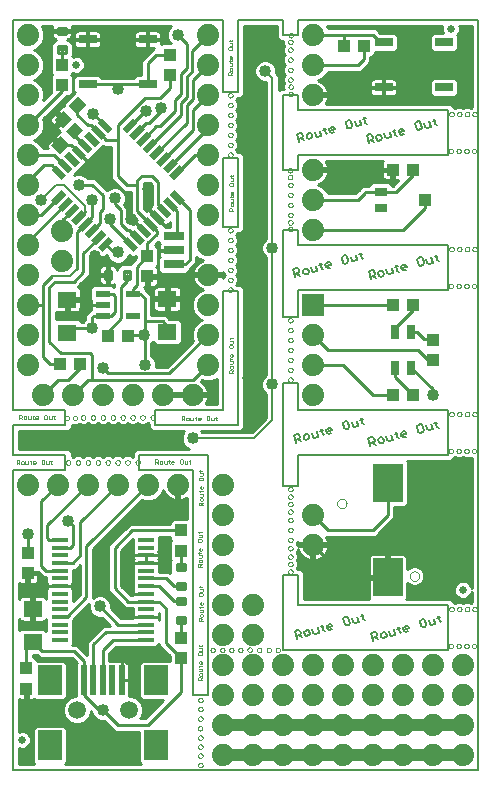
<source format=gtl>
G75*
G70*
%OFA0B0*%
%FSLAX24Y24*%
%IPPOS*%
%LPD*%
%AMOC8*
5,1,8,0,0,1.08239X$1,22.5*
%
%ADD10C,0.0080*%
%ADD11C,0.0000*%
%ADD12C,0.0050*%
%ADD13C,0.0020*%
%ADD14R,0.0394X0.0433*%
%ADD15R,0.0630X0.0551*%
%ADD16R,0.0433X0.0394*%
%ADD17C,0.0110*%
%ADD18R,0.0600X0.0300*%
%ADD19R,0.0472X0.0217*%
%ADD20C,0.0740*%
%ADD21R,0.0669X0.0276*%
%ADD22R,0.0500X0.0220*%
%ADD23R,0.0220X0.0500*%
%ADD24C,0.0594*%
%ADD25R,0.0197X0.0984*%
%ADD26R,0.0787X0.0984*%
%ADD27R,0.0550X0.0137*%
%ADD28R,0.0276X0.0472*%
%ADD29R,0.0984X0.1260*%
%ADD30R,0.0433X0.0315*%
%ADD31R,0.0740X0.0740*%
%ADD32C,0.0250*%
%ADD33C,0.0100*%
%ADD34C,0.0400*%
%ADD35C,0.0400*%
D10*
X000310Y000463D02*
X015810Y000463D01*
X015810Y025463D01*
X009810Y025463D01*
X009810Y024963D01*
X009310Y024963D01*
X009310Y025463D01*
X007810Y025463D01*
X007810Y023063D01*
X007310Y023063D01*
X007310Y025463D01*
X000310Y025463D01*
X000310Y012463D01*
X002060Y012463D01*
X002060Y011963D01*
X000310Y011963D01*
X000310Y010963D01*
X002060Y010963D01*
X002060Y010463D01*
X000310Y010463D01*
X000310Y000463D01*
X006310Y002963D02*
X006810Y002963D01*
X006810Y010963D01*
X004510Y010963D01*
X004510Y010463D01*
X006310Y010463D01*
X006310Y002963D01*
X009310Y004463D02*
X009310Y006963D01*
X009810Y006963D01*
X009810Y005963D01*
X014810Y005963D01*
X014810Y004463D01*
X009310Y004463D01*
X009310Y009913D02*
X009310Y013363D01*
X009810Y013363D01*
X009810Y012463D01*
X014810Y012463D01*
X014810Y010963D01*
X009810Y010963D01*
X009810Y009913D01*
X009310Y009913D01*
X008360Y011513D02*
X008960Y012113D01*
X008960Y013318D01*
X008960Y017863D01*
X008960Y023523D01*
X008720Y023763D01*
X009310Y022963D02*
X009810Y022963D01*
X009810Y022463D01*
X014810Y022463D01*
X014810Y020963D01*
X009810Y020963D01*
X009810Y020463D01*
X009310Y020463D01*
X009310Y022963D01*
X007810Y020863D02*
X007310Y020863D01*
X007310Y018563D01*
X007810Y018563D01*
X007810Y020863D01*
X009310Y018463D02*
X009810Y018463D01*
X009810Y017963D01*
X014810Y017963D01*
X014810Y016463D01*
X009810Y016463D01*
X009810Y015563D01*
X009310Y015563D01*
X009310Y018463D01*
X007810Y016413D02*
X007310Y016413D01*
X007310Y012463D01*
X005060Y012463D01*
X005060Y011963D01*
X007810Y011963D01*
X007810Y016413D01*
X008360Y011513D02*
X006310Y011513D01*
X002210Y016913D02*
X002460Y017163D01*
X002210Y016913D02*
X001610Y016913D01*
X002710Y019086D02*
X002710Y019263D01*
X002010Y019963D01*
X001760Y019963D01*
X001260Y019463D01*
X011310Y024963D02*
X011335Y024937D01*
X012560Y024713D02*
X012670Y024713D01*
X014042Y019467D02*
X014038Y019463D01*
D11*
X014835Y021093D02*
X014837Y021110D01*
X014842Y021126D01*
X014851Y021140D01*
X014863Y021152D01*
X014877Y021161D01*
X014893Y021166D01*
X014910Y021168D01*
X014927Y021166D01*
X014943Y021161D01*
X014957Y021152D01*
X014969Y021140D01*
X014978Y021126D01*
X014983Y021110D01*
X014985Y021093D01*
X014983Y021076D01*
X014978Y021060D01*
X014969Y021046D01*
X014957Y021034D01*
X014943Y021025D01*
X014927Y021020D01*
X014910Y021018D01*
X014893Y021020D01*
X014877Y021025D01*
X014863Y021034D01*
X014851Y021046D01*
X014842Y021060D01*
X014837Y021076D01*
X014835Y021093D01*
X015095Y021093D02*
X015097Y021110D01*
X015102Y021126D01*
X015111Y021140D01*
X015123Y021152D01*
X015137Y021161D01*
X015153Y021166D01*
X015170Y021168D01*
X015187Y021166D01*
X015203Y021161D01*
X015217Y021152D01*
X015229Y021140D01*
X015238Y021126D01*
X015243Y021110D01*
X015245Y021093D01*
X015243Y021076D01*
X015238Y021060D01*
X015229Y021046D01*
X015217Y021034D01*
X015203Y021025D01*
X015187Y021020D01*
X015170Y021018D01*
X015153Y021020D01*
X015137Y021025D01*
X015123Y021034D01*
X015111Y021046D01*
X015102Y021060D01*
X015097Y021076D01*
X015095Y021093D01*
X015355Y021093D02*
X015357Y021110D01*
X015362Y021126D01*
X015371Y021140D01*
X015383Y021152D01*
X015397Y021161D01*
X015413Y021166D01*
X015430Y021168D01*
X015447Y021166D01*
X015463Y021161D01*
X015477Y021152D01*
X015489Y021140D01*
X015498Y021126D01*
X015503Y021110D01*
X015505Y021093D01*
X015503Y021076D01*
X015498Y021060D01*
X015489Y021046D01*
X015477Y021034D01*
X015463Y021025D01*
X015447Y021020D01*
X015430Y021018D01*
X015413Y021020D01*
X015397Y021025D01*
X015383Y021034D01*
X015371Y021046D01*
X015362Y021060D01*
X015357Y021076D01*
X015355Y021093D01*
X015605Y021093D02*
X015607Y021110D01*
X015612Y021126D01*
X015621Y021140D01*
X015633Y021152D01*
X015647Y021161D01*
X015663Y021166D01*
X015680Y021168D01*
X015697Y021166D01*
X015713Y021161D01*
X015727Y021152D01*
X015739Y021140D01*
X015748Y021126D01*
X015753Y021110D01*
X015755Y021093D01*
X015753Y021076D01*
X015748Y021060D01*
X015739Y021046D01*
X015727Y021034D01*
X015713Y021025D01*
X015697Y021020D01*
X015680Y021018D01*
X015663Y021020D01*
X015647Y021025D01*
X015633Y021034D01*
X015621Y021046D01*
X015612Y021060D01*
X015607Y021076D01*
X015605Y021093D01*
X015625Y022323D02*
X015627Y022340D01*
X015632Y022356D01*
X015641Y022370D01*
X015653Y022382D01*
X015667Y022391D01*
X015683Y022396D01*
X015700Y022398D01*
X015717Y022396D01*
X015733Y022391D01*
X015747Y022382D01*
X015759Y022370D01*
X015768Y022356D01*
X015773Y022340D01*
X015775Y022323D01*
X015773Y022306D01*
X015768Y022290D01*
X015759Y022276D01*
X015747Y022264D01*
X015733Y022255D01*
X015717Y022250D01*
X015700Y022248D01*
X015683Y022250D01*
X015667Y022255D01*
X015653Y022264D01*
X015641Y022276D01*
X015632Y022290D01*
X015627Y022306D01*
X015625Y022323D01*
X015375Y022323D02*
X015377Y022340D01*
X015382Y022356D01*
X015391Y022370D01*
X015403Y022382D01*
X015417Y022391D01*
X015433Y022396D01*
X015450Y022398D01*
X015467Y022396D01*
X015483Y022391D01*
X015497Y022382D01*
X015509Y022370D01*
X015518Y022356D01*
X015523Y022340D01*
X015525Y022323D01*
X015523Y022306D01*
X015518Y022290D01*
X015509Y022276D01*
X015497Y022264D01*
X015483Y022255D01*
X015467Y022250D01*
X015450Y022248D01*
X015433Y022250D01*
X015417Y022255D01*
X015403Y022264D01*
X015391Y022276D01*
X015382Y022290D01*
X015377Y022306D01*
X015375Y022323D01*
X015115Y022323D02*
X015117Y022340D01*
X015122Y022356D01*
X015131Y022370D01*
X015143Y022382D01*
X015157Y022391D01*
X015173Y022396D01*
X015190Y022398D01*
X015207Y022396D01*
X015223Y022391D01*
X015237Y022382D01*
X015249Y022370D01*
X015258Y022356D01*
X015263Y022340D01*
X015265Y022323D01*
X015263Y022306D01*
X015258Y022290D01*
X015249Y022276D01*
X015237Y022264D01*
X015223Y022255D01*
X015207Y022250D01*
X015190Y022248D01*
X015173Y022250D01*
X015157Y022255D01*
X015143Y022264D01*
X015131Y022276D01*
X015122Y022290D01*
X015117Y022306D01*
X015115Y022323D01*
X014855Y022323D02*
X014857Y022340D01*
X014862Y022356D01*
X014871Y022370D01*
X014883Y022382D01*
X014897Y022391D01*
X014913Y022396D01*
X014930Y022398D01*
X014947Y022396D01*
X014963Y022391D01*
X014977Y022382D01*
X014989Y022370D01*
X014998Y022356D01*
X015003Y022340D01*
X015005Y022323D01*
X015003Y022306D01*
X014998Y022290D01*
X014989Y022276D01*
X014977Y022264D01*
X014963Y022255D01*
X014947Y022250D01*
X014930Y022248D01*
X014913Y022250D01*
X014897Y022255D01*
X014883Y022264D01*
X014871Y022276D01*
X014862Y022290D01*
X014857Y022306D01*
X014855Y022323D01*
X014855Y017823D02*
X014857Y017840D01*
X014862Y017856D01*
X014871Y017870D01*
X014883Y017882D01*
X014897Y017891D01*
X014913Y017896D01*
X014930Y017898D01*
X014947Y017896D01*
X014963Y017891D01*
X014977Y017882D01*
X014989Y017870D01*
X014998Y017856D01*
X015003Y017840D01*
X015005Y017823D01*
X015003Y017806D01*
X014998Y017790D01*
X014989Y017776D01*
X014977Y017764D01*
X014963Y017755D01*
X014947Y017750D01*
X014930Y017748D01*
X014913Y017750D01*
X014897Y017755D01*
X014883Y017764D01*
X014871Y017776D01*
X014862Y017790D01*
X014857Y017806D01*
X014855Y017823D01*
X015115Y017823D02*
X015117Y017840D01*
X015122Y017856D01*
X015131Y017870D01*
X015143Y017882D01*
X015157Y017891D01*
X015173Y017896D01*
X015190Y017898D01*
X015207Y017896D01*
X015223Y017891D01*
X015237Y017882D01*
X015249Y017870D01*
X015258Y017856D01*
X015263Y017840D01*
X015265Y017823D01*
X015263Y017806D01*
X015258Y017790D01*
X015249Y017776D01*
X015237Y017764D01*
X015223Y017755D01*
X015207Y017750D01*
X015190Y017748D01*
X015173Y017750D01*
X015157Y017755D01*
X015143Y017764D01*
X015131Y017776D01*
X015122Y017790D01*
X015117Y017806D01*
X015115Y017823D01*
X015375Y017823D02*
X015377Y017840D01*
X015382Y017856D01*
X015391Y017870D01*
X015403Y017882D01*
X015417Y017891D01*
X015433Y017896D01*
X015450Y017898D01*
X015467Y017896D01*
X015483Y017891D01*
X015497Y017882D01*
X015509Y017870D01*
X015518Y017856D01*
X015523Y017840D01*
X015525Y017823D01*
X015523Y017806D01*
X015518Y017790D01*
X015509Y017776D01*
X015497Y017764D01*
X015483Y017755D01*
X015467Y017750D01*
X015450Y017748D01*
X015433Y017750D01*
X015417Y017755D01*
X015403Y017764D01*
X015391Y017776D01*
X015382Y017790D01*
X015377Y017806D01*
X015375Y017823D01*
X015625Y017823D02*
X015627Y017840D01*
X015632Y017856D01*
X015641Y017870D01*
X015653Y017882D01*
X015667Y017891D01*
X015683Y017896D01*
X015700Y017898D01*
X015717Y017896D01*
X015733Y017891D01*
X015747Y017882D01*
X015759Y017870D01*
X015768Y017856D01*
X015773Y017840D01*
X015775Y017823D01*
X015773Y017806D01*
X015768Y017790D01*
X015759Y017776D01*
X015747Y017764D01*
X015733Y017755D01*
X015717Y017750D01*
X015700Y017748D01*
X015683Y017750D01*
X015667Y017755D01*
X015653Y017764D01*
X015641Y017776D01*
X015632Y017790D01*
X015627Y017806D01*
X015625Y017823D01*
X015605Y016593D02*
X015607Y016610D01*
X015612Y016626D01*
X015621Y016640D01*
X015633Y016652D01*
X015647Y016661D01*
X015663Y016666D01*
X015680Y016668D01*
X015697Y016666D01*
X015713Y016661D01*
X015727Y016652D01*
X015739Y016640D01*
X015748Y016626D01*
X015753Y016610D01*
X015755Y016593D01*
X015753Y016576D01*
X015748Y016560D01*
X015739Y016546D01*
X015727Y016534D01*
X015713Y016525D01*
X015697Y016520D01*
X015680Y016518D01*
X015663Y016520D01*
X015647Y016525D01*
X015633Y016534D01*
X015621Y016546D01*
X015612Y016560D01*
X015607Y016576D01*
X015605Y016593D01*
X015355Y016593D02*
X015357Y016610D01*
X015362Y016626D01*
X015371Y016640D01*
X015383Y016652D01*
X015397Y016661D01*
X015413Y016666D01*
X015430Y016668D01*
X015447Y016666D01*
X015463Y016661D01*
X015477Y016652D01*
X015489Y016640D01*
X015498Y016626D01*
X015503Y016610D01*
X015505Y016593D01*
X015503Y016576D01*
X015498Y016560D01*
X015489Y016546D01*
X015477Y016534D01*
X015463Y016525D01*
X015447Y016520D01*
X015430Y016518D01*
X015413Y016520D01*
X015397Y016525D01*
X015383Y016534D01*
X015371Y016546D01*
X015362Y016560D01*
X015357Y016576D01*
X015355Y016593D01*
X015095Y016593D02*
X015097Y016610D01*
X015102Y016626D01*
X015111Y016640D01*
X015123Y016652D01*
X015137Y016661D01*
X015153Y016666D01*
X015170Y016668D01*
X015187Y016666D01*
X015203Y016661D01*
X015217Y016652D01*
X015229Y016640D01*
X015238Y016626D01*
X015243Y016610D01*
X015245Y016593D01*
X015243Y016576D01*
X015238Y016560D01*
X015229Y016546D01*
X015217Y016534D01*
X015203Y016525D01*
X015187Y016520D01*
X015170Y016518D01*
X015153Y016520D01*
X015137Y016525D01*
X015123Y016534D01*
X015111Y016546D01*
X015102Y016560D01*
X015097Y016576D01*
X015095Y016593D01*
X014835Y016593D02*
X014837Y016610D01*
X014842Y016626D01*
X014851Y016640D01*
X014863Y016652D01*
X014877Y016661D01*
X014893Y016666D01*
X014910Y016668D01*
X014927Y016666D01*
X014943Y016661D01*
X014957Y016652D01*
X014969Y016640D01*
X014978Y016626D01*
X014983Y016610D01*
X014985Y016593D01*
X014983Y016576D01*
X014978Y016560D01*
X014969Y016546D01*
X014957Y016534D01*
X014943Y016525D01*
X014927Y016520D01*
X014910Y016518D01*
X014893Y016520D01*
X014877Y016525D01*
X014863Y016534D01*
X014851Y016546D01*
X014842Y016560D01*
X014837Y016576D01*
X014835Y016593D01*
X014855Y012323D02*
X014857Y012340D01*
X014862Y012356D01*
X014871Y012370D01*
X014883Y012382D01*
X014897Y012391D01*
X014913Y012396D01*
X014930Y012398D01*
X014947Y012396D01*
X014963Y012391D01*
X014977Y012382D01*
X014989Y012370D01*
X014998Y012356D01*
X015003Y012340D01*
X015005Y012323D01*
X015003Y012306D01*
X014998Y012290D01*
X014989Y012276D01*
X014977Y012264D01*
X014963Y012255D01*
X014947Y012250D01*
X014930Y012248D01*
X014913Y012250D01*
X014897Y012255D01*
X014883Y012264D01*
X014871Y012276D01*
X014862Y012290D01*
X014857Y012306D01*
X014855Y012323D01*
X015115Y012323D02*
X015117Y012340D01*
X015122Y012356D01*
X015131Y012370D01*
X015143Y012382D01*
X015157Y012391D01*
X015173Y012396D01*
X015190Y012398D01*
X015207Y012396D01*
X015223Y012391D01*
X015237Y012382D01*
X015249Y012370D01*
X015258Y012356D01*
X015263Y012340D01*
X015265Y012323D01*
X015263Y012306D01*
X015258Y012290D01*
X015249Y012276D01*
X015237Y012264D01*
X015223Y012255D01*
X015207Y012250D01*
X015190Y012248D01*
X015173Y012250D01*
X015157Y012255D01*
X015143Y012264D01*
X015131Y012276D01*
X015122Y012290D01*
X015117Y012306D01*
X015115Y012323D01*
X015375Y012323D02*
X015377Y012340D01*
X015382Y012356D01*
X015391Y012370D01*
X015403Y012382D01*
X015417Y012391D01*
X015433Y012396D01*
X015450Y012398D01*
X015467Y012396D01*
X015483Y012391D01*
X015497Y012382D01*
X015509Y012370D01*
X015518Y012356D01*
X015523Y012340D01*
X015525Y012323D01*
X015523Y012306D01*
X015518Y012290D01*
X015509Y012276D01*
X015497Y012264D01*
X015483Y012255D01*
X015467Y012250D01*
X015450Y012248D01*
X015433Y012250D01*
X015417Y012255D01*
X015403Y012264D01*
X015391Y012276D01*
X015382Y012290D01*
X015377Y012306D01*
X015375Y012323D01*
X015625Y012323D02*
X015627Y012340D01*
X015632Y012356D01*
X015641Y012370D01*
X015653Y012382D01*
X015667Y012391D01*
X015683Y012396D01*
X015700Y012398D01*
X015717Y012396D01*
X015733Y012391D01*
X015747Y012382D01*
X015759Y012370D01*
X015768Y012356D01*
X015773Y012340D01*
X015775Y012323D01*
X015773Y012306D01*
X015768Y012290D01*
X015759Y012276D01*
X015747Y012264D01*
X015733Y012255D01*
X015717Y012250D01*
X015700Y012248D01*
X015683Y012250D01*
X015667Y012255D01*
X015653Y012264D01*
X015641Y012276D01*
X015632Y012290D01*
X015627Y012306D01*
X015625Y012323D01*
X015605Y011093D02*
X015607Y011110D01*
X015612Y011126D01*
X015621Y011140D01*
X015633Y011152D01*
X015647Y011161D01*
X015663Y011166D01*
X015680Y011168D01*
X015697Y011166D01*
X015713Y011161D01*
X015727Y011152D01*
X015739Y011140D01*
X015748Y011126D01*
X015753Y011110D01*
X015755Y011093D01*
X015753Y011076D01*
X015748Y011060D01*
X015739Y011046D01*
X015727Y011034D01*
X015713Y011025D01*
X015697Y011020D01*
X015680Y011018D01*
X015663Y011020D01*
X015647Y011025D01*
X015633Y011034D01*
X015621Y011046D01*
X015612Y011060D01*
X015607Y011076D01*
X015605Y011093D01*
X015355Y011093D02*
X015357Y011110D01*
X015362Y011126D01*
X015371Y011140D01*
X015383Y011152D01*
X015397Y011161D01*
X015413Y011166D01*
X015430Y011168D01*
X015447Y011166D01*
X015463Y011161D01*
X015477Y011152D01*
X015489Y011140D01*
X015498Y011126D01*
X015503Y011110D01*
X015505Y011093D01*
X015503Y011076D01*
X015498Y011060D01*
X015489Y011046D01*
X015477Y011034D01*
X015463Y011025D01*
X015447Y011020D01*
X015430Y011018D01*
X015413Y011020D01*
X015397Y011025D01*
X015383Y011034D01*
X015371Y011046D01*
X015362Y011060D01*
X015357Y011076D01*
X015355Y011093D01*
X015095Y011093D02*
X015097Y011110D01*
X015102Y011126D01*
X015111Y011140D01*
X015123Y011152D01*
X015137Y011161D01*
X015153Y011166D01*
X015170Y011168D01*
X015187Y011166D01*
X015203Y011161D01*
X015217Y011152D01*
X015229Y011140D01*
X015238Y011126D01*
X015243Y011110D01*
X015245Y011093D01*
X015243Y011076D01*
X015238Y011060D01*
X015229Y011046D01*
X015217Y011034D01*
X015203Y011025D01*
X015187Y011020D01*
X015170Y011018D01*
X015153Y011020D01*
X015137Y011025D01*
X015123Y011034D01*
X015111Y011046D01*
X015102Y011060D01*
X015097Y011076D01*
X015095Y011093D01*
X014835Y011093D02*
X014837Y011110D01*
X014842Y011126D01*
X014851Y011140D01*
X014863Y011152D01*
X014877Y011161D01*
X014893Y011166D01*
X014910Y011168D01*
X014927Y011166D01*
X014943Y011161D01*
X014957Y011152D01*
X014969Y011140D01*
X014978Y011126D01*
X014983Y011110D01*
X014985Y011093D01*
X014983Y011076D01*
X014978Y011060D01*
X014969Y011046D01*
X014957Y011034D01*
X014943Y011025D01*
X014927Y011020D01*
X014910Y011018D01*
X014893Y011020D01*
X014877Y011025D01*
X014863Y011034D01*
X014851Y011046D01*
X014842Y011060D01*
X014837Y011076D01*
X014835Y011093D01*
X013539Y006927D02*
X013541Y006952D01*
X013547Y006976D01*
X013556Y006998D01*
X013569Y007019D01*
X013585Y007038D01*
X013604Y007054D01*
X013625Y007067D01*
X013647Y007076D01*
X013671Y007082D01*
X013696Y007084D01*
X013721Y007082D01*
X013745Y007076D01*
X013767Y007067D01*
X013788Y007054D01*
X013807Y007038D01*
X013823Y007019D01*
X013836Y006998D01*
X013845Y006976D01*
X013851Y006952D01*
X013853Y006927D01*
X013851Y006902D01*
X013845Y006878D01*
X013836Y006856D01*
X013823Y006835D01*
X013807Y006816D01*
X013788Y006800D01*
X013767Y006787D01*
X013745Y006778D01*
X013721Y006772D01*
X013696Y006770D01*
X013671Y006772D01*
X013647Y006778D01*
X013625Y006787D01*
X013604Y006800D01*
X013585Y006816D01*
X013569Y006835D01*
X013556Y006856D01*
X013547Y006878D01*
X013541Y006902D01*
X013539Y006927D01*
X014855Y005823D02*
X014857Y005840D01*
X014862Y005856D01*
X014871Y005870D01*
X014883Y005882D01*
X014897Y005891D01*
X014913Y005896D01*
X014930Y005898D01*
X014947Y005896D01*
X014963Y005891D01*
X014977Y005882D01*
X014989Y005870D01*
X014998Y005856D01*
X015003Y005840D01*
X015005Y005823D01*
X015003Y005806D01*
X014998Y005790D01*
X014989Y005776D01*
X014977Y005764D01*
X014963Y005755D01*
X014947Y005750D01*
X014930Y005748D01*
X014913Y005750D01*
X014897Y005755D01*
X014883Y005764D01*
X014871Y005776D01*
X014862Y005790D01*
X014857Y005806D01*
X014855Y005823D01*
X015115Y005823D02*
X015117Y005840D01*
X015122Y005856D01*
X015131Y005870D01*
X015143Y005882D01*
X015157Y005891D01*
X015173Y005896D01*
X015190Y005898D01*
X015207Y005896D01*
X015223Y005891D01*
X015237Y005882D01*
X015249Y005870D01*
X015258Y005856D01*
X015263Y005840D01*
X015265Y005823D01*
X015263Y005806D01*
X015258Y005790D01*
X015249Y005776D01*
X015237Y005764D01*
X015223Y005755D01*
X015207Y005750D01*
X015190Y005748D01*
X015173Y005750D01*
X015157Y005755D01*
X015143Y005764D01*
X015131Y005776D01*
X015122Y005790D01*
X015117Y005806D01*
X015115Y005823D01*
X015375Y005823D02*
X015377Y005840D01*
X015382Y005856D01*
X015391Y005870D01*
X015403Y005882D01*
X015417Y005891D01*
X015433Y005896D01*
X015450Y005898D01*
X015467Y005896D01*
X015483Y005891D01*
X015497Y005882D01*
X015509Y005870D01*
X015518Y005856D01*
X015523Y005840D01*
X015525Y005823D01*
X015523Y005806D01*
X015518Y005790D01*
X015509Y005776D01*
X015497Y005764D01*
X015483Y005755D01*
X015467Y005750D01*
X015450Y005748D01*
X015433Y005750D01*
X015417Y005755D01*
X015403Y005764D01*
X015391Y005776D01*
X015382Y005790D01*
X015377Y005806D01*
X015375Y005823D01*
X015625Y005823D02*
X015627Y005840D01*
X015632Y005856D01*
X015641Y005870D01*
X015653Y005882D01*
X015667Y005891D01*
X015683Y005896D01*
X015700Y005898D01*
X015717Y005896D01*
X015733Y005891D01*
X015747Y005882D01*
X015759Y005870D01*
X015768Y005856D01*
X015773Y005840D01*
X015775Y005823D01*
X015773Y005806D01*
X015768Y005790D01*
X015759Y005776D01*
X015747Y005764D01*
X015733Y005755D01*
X015717Y005750D01*
X015700Y005748D01*
X015683Y005750D01*
X015667Y005755D01*
X015653Y005764D01*
X015641Y005776D01*
X015632Y005790D01*
X015627Y005806D01*
X015625Y005823D01*
X015605Y004593D02*
X015607Y004610D01*
X015612Y004626D01*
X015621Y004640D01*
X015633Y004652D01*
X015647Y004661D01*
X015663Y004666D01*
X015680Y004668D01*
X015697Y004666D01*
X015713Y004661D01*
X015727Y004652D01*
X015739Y004640D01*
X015748Y004626D01*
X015753Y004610D01*
X015755Y004593D01*
X015753Y004576D01*
X015748Y004560D01*
X015739Y004546D01*
X015727Y004534D01*
X015713Y004525D01*
X015697Y004520D01*
X015680Y004518D01*
X015663Y004520D01*
X015647Y004525D01*
X015633Y004534D01*
X015621Y004546D01*
X015612Y004560D01*
X015607Y004576D01*
X015605Y004593D01*
X015355Y004593D02*
X015357Y004610D01*
X015362Y004626D01*
X015371Y004640D01*
X015383Y004652D01*
X015397Y004661D01*
X015413Y004666D01*
X015430Y004668D01*
X015447Y004666D01*
X015463Y004661D01*
X015477Y004652D01*
X015489Y004640D01*
X015498Y004626D01*
X015503Y004610D01*
X015505Y004593D01*
X015503Y004576D01*
X015498Y004560D01*
X015489Y004546D01*
X015477Y004534D01*
X015463Y004525D01*
X015447Y004520D01*
X015430Y004518D01*
X015413Y004520D01*
X015397Y004525D01*
X015383Y004534D01*
X015371Y004546D01*
X015362Y004560D01*
X015357Y004576D01*
X015355Y004593D01*
X015095Y004593D02*
X015097Y004610D01*
X015102Y004626D01*
X015111Y004640D01*
X015123Y004652D01*
X015137Y004661D01*
X015153Y004666D01*
X015170Y004668D01*
X015187Y004666D01*
X015203Y004661D01*
X015217Y004652D01*
X015229Y004640D01*
X015238Y004626D01*
X015243Y004610D01*
X015245Y004593D01*
X015243Y004576D01*
X015238Y004560D01*
X015229Y004546D01*
X015217Y004534D01*
X015203Y004525D01*
X015187Y004520D01*
X015170Y004518D01*
X015153Y004520D01*
X015137Y004525D01*
X015123Y004534D01*
X015111Y004546D01*
X015102Y004560D01*
X015097Y004576D01*
X015095Y004593D01*
X014835Y004593D02*
X014837Y004610D01*
X014842Y004626D01*
X014851Y004640D01*
X014863Y004652D01*
X014877Y004661D01*
X014893Y004666D01*
X014910Y004668D01*
X014927Y004666D01*
X014943Y004661D01*
X014957Y004652D01*
X014969Y004640D01*
X014978Y004626D01*
X014983Y004610D01*
X014985Y004593D01*
X014983Y004576D01*
X014978Y004560D01*
X014969Y004546D01*
X014957Y004534D01*
X014943Y004525D01*
X014927Y004520D01*
X014910Y004518D01*
X014893Y004520D01*
X014877Y004525D01*
X014863Y004534D01*
X014851Y004546D01*
X014842Y004560D01*
X014837Y004576D01*
X014835Y004593D01*
X011118Y009349D02*
X011120Y009374D01*
X011126Y009398D01*
X011135Y009420D01*
X011148Y009441D01*
X011164Y009460D01*
X011183Y009476D01*
X011204Y009489D01*
X011226Y009498D01*
X011250Y009504D01*
X011275Y009506D01*
X011300Y009504D01*
X011324Y009498D01*
X011346Y009489D01*
X011367Y009476D01*
X011386Y009460D01*
X011402Y009441D01*
X011415Y009420D01*
X011424Y009398D01*
X011430Y009374D01*
X011432Y009349D01*
X011430Y009324D01*
X011424Y009300D01*
X011415Y009278D01*
X011402Y009257D01*
X011386Y009238D01*
X011367Y009222D01*
X011346Y009209D01*
X011324Y009200D01*
X011300Y009194D01*
X011275Y009192D01*
X011250Y009194D01*
X011226Y009200D01*
X011204Y009209D01*
X011183Y009222D01*
X011164Y009238D01*
X011148Y009257D01*
X011135Y009278D01*
X011126Y009300D01*
X011120Y009324D01*
X011118Y009349D01*
X009485Y009323D02*
X009487Y009340D01*
X009492Y009356D01*
X009501Y009370D01*
X009513Y009382D01*
X009527Y009391D01*
X009543Y009396D01*
X009560Y009398D01*
X009577Y009396D01*
X009593Y009391D01*
X009607Y009382D01*
X009619Y009370D01*
X009628Y009356D01*
X009633Y009340D01*
X009635Y009323D01*
X009633Y009306D01*
X009628Y009290D01*
X009619Y009276D01*
X009607Y009264D01*
X009593Y009255D01*
X009577Y009250D01*
X009560Y009248D01*
X009543Y009250D01*
X009527Y009255D01*
X009513Y009264D01*
X009501Y009276D01*
X009492Y009290D01*
X009487Y009306D01*
X009485Y009323D01*
X009485Y009573D02*
X009487Y009590D01*
X009492Y009606D01*
X009501Y009620D01*
X009513Y009632D01*
X009527Y009641D01*
X009543Y009646D01*
X009560Y009648D01*
X009577Y009646D01*
X009593Y009641D01*
X009607Y009632D01*
X009619Y009620D01*
X009628Y009606D01*
X009633Y009590D01*
X009635Y009573D01*
X009633Y009556D01*
X009628Y009540D01*
X009619Y009526D01*
X009607Y009514D01*
X009593Y009505D01*
X009577Y009500D01*
X009560Y009498D01*
X009543Y009500D01*
X009527Y009505D01*
X009513Y009514D01*
X009501Y009526D01*
X009492Y009540D01*
X009487Y009556D01*
X009485Y009573D01*
X009485Y009823D02*
X009487Y009840D01*
X009492Y009856D01*
X009501Y009870D01*
X009513Y009882D01*
X009527Y009891D01*
X009543Y009896D01*
X009560Y009898D01*
X009577Y009896D01*
X009593Y009891D01*
X009607Y009882D01*
X009619Y009870D01*
X009628Y009856D01*
X009633Y009840D01*
X009635Y009823D01*
X009633Y009806D01*
X009628Y009790D01*
X009619Y009776D01*
X009607Y009764D01*
X009593Y009755D01*
X009577Y009750D01*
X009560Y009748D01*
X009543Y009750D01*
X009527Y009755D01*
X009513Y009764D01*
X009501Y009776D01*
X009492Y009790D01*
X009487Y009806D01*
X009485Y009823D01*
X009485Y009073D02*
X009487Y009090D01*
X009492Y009106D01*
X009501Y009120D01*
X009513Y009132D01*
X009527Y009141D01*
X009543Y009146D01*
X009560Y009148D01*
X009577Y009146D01*
X009593Y009141D01*
X009607Y009132D01*
X009619Y009120D01*
X009628Y009106D01*
X009633Y009090D01*
X009635Y009073D01*
X009633Y009056D01*
X009628Y009040D01*
X009619Y009026D01*
X009607Y009014D01*
X009593Y009005D01*
X009577Y009000D01*
X009560Y008998D01*
X009543Y009000D01*
X009527Y009005D01*
X009513Y009014D01*
X009501Y009026D01*
X009492Y009040D01*
X009487Y009056D01*
X009485Y009073D01*
X009485Y008793D02*
X009487Y008810D01*
X009492Y008826D01*
X009501Y008840D01*
X009513Y008852D01*
X009527Y008861D01*
X009543Y008866D01*
X009560Y008868D01*
X009577Y008866D01*
X009593Y008861D01*
X009607Y008852D01*
X009619Y008840D01*
X009628Y008826D01*
X009633Y008810D01*
X009635Y008793D01*
X009633Y008776D01*
X009628Y008760D01*
X009619Y008746D01*
X009607Y008734D01*
X009593Y008725D01*
X009577Y008720D01*
X009560Y008718D01*
X009543Y008720D01*
X009527Y008725D01*
X009513Y008734D01*
X009501Y008746D01*
X009492Y008760D01*
X009487Y008776D01*
X009485Y008793D01*
X009485Y008463D02*
X009487Y008480D01*
X009492Y008496D01*
X009501Y008510D01*
X009513Y008522D01*
X009527Y008531D01*
X009543Y008536D01*
X009560Y008538D01*
X009577Y008536D01*
X009593Y008531D01*
X009607Y008522D01*
X009619Y008510D01*
X009628Y008496D01*
X009633Y008480D01*
X009635Y008463D01*
X009633Y008446D01*
X009628Y008430D01*
X009619Y008416D01*
X009607Y008404D01*
X009593Y008395D01*
X009577Y008390D01*
X009560Y008388D01*
X009543Y008390D01*
X009527Y008395D01*
X009513Y008404D01*
X009501Y008416D01*
X009492Y008430D01*
X009487Y008446D01*
X009485Y008463D01*
X009485Y008133D02*
X009487Y008150D01*
X009492Y008166D01*
X009501Y008180D01*
X009513Y008192D01*
X009527Y008201D01*
X009543Y008206D01*
X009560Y008208D01*
X009577Y008206D01*
X009593Y008201D01*
X009607Y008192D01*
X009619Y008180D01*
X009628Y008166D01*
X009633Y008150D01*
X009635Y008133D01*
X009633Y008116D01*
X009628Y008100D01*
X009619Y008086D01*
X009607Y008074D01*
X009593Y008065D01*
X009577Y008060D01*
X009560Y008058D01*
X009543Y008060D01*
X009527Y008065D01*
X009513Y008074D01*
X009501Y008086D01*
X009492Y008100D01*
X009487Y008116D01*
X009485Y008133D01*
X009485Y007853D02*
X009487Y007870D01*
X009492Y007886D01*
X009501Y007900D01*
X009513Y007912D01*
X009527Y007921D01*
X009543Y007926D01*
X009560Y007928D01*
X009577Y007926D01*
X009593Y007921D01*
X009607Y007912D01*
X009619Y007900D01*
X009628Y007886D01*
X009633Y007870D01*
X009635Y007853D01*
X009633Y007836D01*
X009628Y007820D01*
X009619Y007806D01*
X009607Y007794D01*
X009593Y007785D01*
X009577Y007780D01*
X009560Y007778D01*
X009543Y007780D01*
X009527Y007785D01*
X009513Y007794D01*
X009501Y007806D01*
X009492Y007820D01*
X009487Y007836D01*
X009485Y007853D01*
X009485Y007573D02*
X009487Y007590D01*
X009492Y007606D01*
X009501Y007620D01*
X009513Y007632D01*
X009527Y007641D01*
X009543Y007646D01*
X009560Y007648D01*
X009577Y007646D01*
X009593Y007641D01*
X009607Y007632D01*
X009619Y007620D01*
X009628Y007606D01*
X009633Y007590D01*
X009635Y007573D01*
X009633Y007556D01*
X009628Y007540D01*
X009619Y007526D01*
X009607Y007514D01*
X009593Y007505D01*
X009577Y007500D01*
X009560Y007498D01*
X009543Y007500D01*
X009527Y007505D01*
X009513Y007514D01*
X009501Y007526D01*
X009492Y007540D01*
X009487Y007556D01*
X009485Y007573D01*
X009485Y007323D02*
X009487Y007340D01*
X009492Y007356D01*
X009501Y007370D01*
X009513Y007382D01*
X009527Y007391D01*
X009543Y007396D01*
X009560Y007398D01*
X009577Y007396D01*
X009593Y007391D01*
X009607Y007382D01*
X009619Y007370D01*
X009628Y007356D01*
X009633Y007340D01*
X009635Y007323D01*
X009633Y007306D01*
X009628Y007290D01*
X009619Y007276D01*
X009607Y007264D01*
X009593Y007255D01*
X009577Y007250D01*
X009560Y007248D01*
X009543Y007250D01*
X009527Y007255D01*
X009513Y007264D01*
X009501Y007276D01*
X009492Y007290D01*
X009487Y007306D01*
X009485Y007323D01*
X009485Y007073D02*
X009487Y007090D01*
X009492Y007106D01*
X009501Y007120D01*
X009513Y007132D01*
X009527Y007141D01*
X009543Y007146D01*
X009560Y007148D01*
X009577Y007146D01*
X009593Y007141D01*
X009607Y007132D01*
X009619Y007120D01*
X009628Y007106D01*
X009633Y007090D01*
X009635Y007073D01*
X009633Y007056D01*
X009628Y007040D01*
X009619Y007026D01*
X009607Y007014D01*
X009593Y007005D01*
X009577Y007000D01*
X009560Y006998D01*
X009543Y007000D01*
X009527Y007005D01*
X009513Y007014D01*
X009501Y007026D01*
X009492Y007040D01*
X009487Y007056D01*
X009485Y007073D01*
X009065Y004463D02*
X009067Y004480D01*
X009072Y004496D01*
X009081Y004510D01*
X009093Y004522D01*
X009107Y004531D01*
X009123Y004536D01*
X009140Y004538D01*
X009157Y004536D01*
X009173Y004531D01*
X009187Y004522D01*
X009199Y004510D01*
X009208Y004496D01*
X009213Y004480D01*
X009215Y004463D01*
X009213Y004446D01*
X009208Y004430D01*
X009199Y004416D01*
X009187Y004404D01*
X009173Y004395D01*
X009157Y004390D01*
X009140Y004388D01*
X009123Y004390D01*
X009107Y004395D01*
X009093Y004404D01*
X009081Y004416D01*
X009072Y004430D01*
X009067Y004446D01*
X009065Y004463D01*
X008765Y004463D02*
X008767Y004480D01*
X008772Y004496D01*
X008781Y004510D01*
X008793Y004522D01*
X008807Y004531D01*
X008823Y004536D01*
X008840Y004538D01*
X008857Y004536D01*
X008873Y004531D01*
X008887Y004522D01*
X008899Y004510D01*
X008908Y004496D01*
X008913Y004480D01*
X008915Y004463D01*
X008913Y004446D01*
X008908Y004430D01*
X008899Y004416D01*
X008887Y004404D01*
X008873Y004395D01*
X008857Y004390D01*
X008840Y004388D01*
X008823Y004390D01*
X008807Y004395D01*
X008793Y004404D01*
X008781Y004416D01*
X008772Y004430D01*
X008767Y004446D01*
X008765Y004463D01*
X008445Y004463D02*
X008447Y004480D01*
X008452Y004496D01*
X008461Y004510D01*
X008473Y004522D01*
X008487Y004531D01*
X008503Y004536D01*
X008520Y004538D01*
X008537Y004536D01*
X008553Y004531D01*
X008567Y004522D01*
X008579Y004510D01*
X008588Y004496D01*
X008593Y004480D01*
X008595Y004463D01*
X008593Y004446D01*
X008588Y004430D01*
X008579Y004416D01*
X008567Y004404D01*
X008553Y004395D01*
X008537Y004390D01*
X008520Y004388D01*
X008503Y004390D01*
X008487Y004395D01*
X008473Y004404D01*
X008461Y004416D01*
X008452Y004430D01*
X008447Y004446D01*
X008445Y004463D01*
X008125Y004473D02*
X008127Y004490D01*
X008132Y004506D01*
X008141Y004520D01*
X008153Y004532D01*
X008167Y004541D01*
X008183Y004546D01*
X008200Y004548D01*
X008217Y004546D01*
X008233Y004541D01*
X008247Y004532D01*
X008259Y004520D01*
X008268Y004506D01*
X008273Y004490D01*
X008275Y004473D01*
X008273Y004456D01*
X008268Y004440D01*
X008259Y004426D01*
X008247Y004414D01*
X008233Y004405D01*
X008217Y004400D01*
X008200Y004398D01*
X008183Y004400D01*
X008167Y004405D01*
X008153Y004414D01*
X008141Y004426D01*
X008132Y004440D01*
X008127Y004456D01*
X008125Y004473D01*
X007815Y004463D02*
X007817Y004480D01*
X007822Y004496D01*
X007831Y004510D01*
X007843Y004522D01*
X007857Y004531D01*
X007873Y004536D01*
X007890Y004538D01*
X007907Y004536D01*
X007923Y004531D01*
X007937Y004522D01*
X007949Y004510D01*
X007958Y004496D01*
X007963Y004480D01*
X007965Y004463D01*
X007963Y004446D01*
X007958Y004430D01*
X007949Y004416D01*
X007937Y004404D01*
X007923Y004395D01*
X007907Y004390D01*
X007890Y004388D01*
X007873Y004390D01*
X007857Y004395D01*
X007843Y004404D01*
X007831Y004416D01*
X007822Y004430D01*
X007817Y004446D01*
X007815Y004463D01*
X007515Y004463D02*
X007517Y004480D01*
X007522Y004496D01*
X007531Y004510D01*
X007543Y004522D01*
X007557Y004531D01*
X007573Y004536D01*
X007590Y004538D01*
X007607Y004536D01*
X007623Y004531D01*
X007637Y004522D01*
X007649Y004510D01*
X007658Y004496D01*
X007663Y004480D01*
X007665Y004463D01*
X007663Y004446D01*
X007658Y004430D01*
X007649Y004416D01*
X007637Y004404D01*
X007623Y004395D01*
X007607Y004390D01*
X007590Y004388D01*
X007573Y004390D01*
X007557Y004395D01*
X007543Y004404D01*
X007531Y004416D01*
X007522Y004430D01*
X007517Y004446D01*
X007515Y004463D01*
X007215Y004463D02*
X007217Y004480D01*
X007222Y004496D01*
X007231Y004510D01*
X007243Y004522D01*
X007257Y004531D01*
X007273Y004536D01*
X007290Y004538D01*
X007307Y004536D01*
X007323Y004531D01*
X007337Y004522D01*
X007349Y004510D01*
X007358Y004496D01*
X007363Y004480D01*
X007365Y004463D01*
X007363Y004446D01*
X007358Y004430D01*
X007349Y004416D01*
X007337Y004404D01*
X007323Y004395D01*
X007307Y004390D01*
X007290Y004388D01*
X007273Y004390D01*
X007257Y004395D01*
X007243Y004404D01*
X007231Y004416D01*
X007222Y004430D01*
X007217Y004446D01*
X007215Y004463D01*
X006895Y004463D02*
X006897Y004480D01*
X006902Y004496D01*
X006911Y004510D01*
X006923Y004522D01*
X006937Y004531D01*
X006953Y004536D01*
X006970Y004538D01*
X006987Y004536D01*
X007003Y004531D01*
X007017Y004522D01*
X007029Y004510D01*
X007038Y004496D01*
X007043Y004480D01*
X007045Y004463D01*
X007043Y004446D01*
X007038Y004430D01*
X007029Y004416D01*
X007017Y004404D01*
X007003Y004395D01*
X006987Y004390D01*
X006970Y004388D01*
X006953Y004390D01*
X006937Y004395D01*
X006923Y004404D01*
X006911Y004416D01*
X006902Y004430D01*
X006897Y004446D01*
X006895Y004463D01*
X006485Y002793D02*
X006487Y002810D01*
X006492Y002826D01*
X006501Y002840D01*
X006513Y002852D01*
X006527Y002861D01*
X006543Y002866D01*
X006560Y002868D01*
X006577Y002866D01*
X006593Y002861D01*
X006607Y002852D01*
X006619Y002840D01*
X006628Y002826D01*
X006633Y002810D01*
X006635Y002793D01*
X006633Y002776D01*
X006628Y002760D01*
X006619Y002746D01*
X006607Y002734D01*
X006593Y002725D01*
X006577Y002720D01*
X006560Y002718D01*
X006543Y002720D01*
X006527Y002725D01*
X006513Y002734D01*
X006501Y002746D01*
X006492Y002760D01*
X006487Y002776D01*
X006485Y002793D01*
X006485Y002493D02*
X006487Y002510D01*
X006492Y002526D01*
X006501Y002540D01*
X006513Y002552D01*
X006527Y002561D01*
X006543Y002566D01*
X006560Y002568D01*
X006577Y002566D01*
X006593Y002561D01*
X006607Y002552D01*
X006619Y002540D01*
X006628Y002526D01*
X006633Y002510D01*
X006635Y002493D01*
X006633Y002476D01*
X006628Y002460D01*
X006619Y002446D01*
X006607Y002434D01*
X006593Y002425D01*
X006577Y002420D01*
X006560Y002418D01*
X006543Y002420D01*
X006527Y002425D01*
X006513Y002434D01*
X006501Y002446D01*
X006492Y002460D01*
X006487Y002476D01*
X006485Y002493D01*
X006485Y002173D02*
X006487Y002190D01*
X006492Y002206D01*
X006501Y002220D01*
X006513Y002232D01*
X006527Y002241D01*
X006543Y002246D01*
X006560Y002248D01*
X006577Y002246D01*
X006593Y002241D01*
X006607Y002232D01*
X006619Y002220D01*
X006628Y002206D01*
X006633Y002190D01*
X006635Y002173D01*
X006633Y002156D01*
X006628Y002140D01*
X006619Y002126D01*
X006607Y002114D01*
X006593Y002105D01*
X006577Y002100D01*
X006560Y002098D01*
X006543Y002100D01*
X006527Y002105D01*
X006513Y002114D01*
X006501Y002126D01*
X006492Y002140D01*
X006487Y002156D01*
X006485Y002173D01*
X006475Y001853D02*
X006477Y001870D01*
X006482Y001886D01*
X006491Y001900D01*
X006503Y001912D01*
X006517Y001921D01*
X006533Y001926D01*
X006550Y001928D01*
X006567Y001926D01*
X006583Y001921D01*
X006597Y001912D01*
X006609Y001900D01*
X006618Y001886D01*
X006623Y001870D01*
X006625Y001853D01*
X006623Y001836D01*
X006618Y001820D01*
X006609Y001806D01*
X006597Y001794D01*
X006583Y001785D01*
X006567Y001780D01*
X006550Y001778D01*
X006533Y001780D01*
X006517Y001785D01*
X006503Y001794D01*
X006491Y001806D01*
X006482Y001820D01*
X006477Y001836D01*
X006475Y001853D01*
X006485Y001543D02*
X006487Y001560D01*
X006492Y001576D01*
X006501Y001590D01*
X006513Y001602D01*
X006527Y001611D01*
X006543Y001616D01*
X006560Y001618D01*
X006577Y001616D01*
X006593Y001611D01*
X006607Y001602D01*
X006619Y001590D01*
X006628Y001576D01*
X006633Y001560D01*
X006635Y001543D01*
X006633Y001526D01*
X006628Y001510D01*
X006619Y001496D01*
X006607Y001484D01*
X006593Y001475D01*
X006577Y001470D01*
X006560Y001468D01*
X006543Y001470D01*
X006527Y001475D01*
X006513Y001484D01*
X006501Y001496D01*
X006492Y001510D01*
X006487Y001526D01*
X006485Y001543D01*
X006485Y001243D02*
X006487Y001260D01*
X006492Y001276D01*
X006501Y001290D01*
X006513Y001302D01*
X006527Y001311D01*
X006543Y001316D01*
X006560Y001318D01*
X006577Y001316D01*
X006593Y001311D01*
X006607Y001302D01*
X006619Y001290D01*
X006628Y001276D01*
X006633Y001260D01*
X006635Y001243D01*
X006633Y001226D01*
X006628Y001210D01*
X006619Y001196D01*
X006607Y001184D01*
X006593Y001175D01*
X006577Y001170D01*
X006560Y001168D01*
X006543Y001170D01*
X006527Y001175D01*
X006513Y001184D01*
X006501Y001196D01*
X006492Y001210D01*
X006487Y001226D01*
X006485Y001243D01*
X006485Y000943D02*
X006487Y000960D01*
X006492Y000976D01*
X006501Y000990D01*
X006513Y001002D01*
X006527Y001011D01*
X006543Y001016D01*
X006560Y001018D01*
X006577Y001016D01*
X006593Y001011D01*
X006607Y001002D01*
X006619Y000990D01*
X006628Y000976D01*
X006633Y000960D01*
X006635Y000943D01*
X006633Y000926D01*
X006628Y000910D01*
X006619Y000896D01*
X006607Y000884D01*
X006593Y000875D01*
X006577Y000870D01*
X006560Y000868D01*
X006543Y000870D01*
X006527Y000875D01*
X006513Y000884D01*
X006501Y000896D01*
X006492Y000910D01*
X006487Y000926D01*
X006485Y000943D01*
X006485Y000623D02*
X006487Y000640D01*
X006492Y000656D01*
X006501Y000670D01*
X006513Y000682D01*
X006527Y000691D01*
X006543Y000696D01*
X006560Y000698D01*
X006577Y000696D01*
X006593Y000691D01*
X006607Y000682D01*
X006619Y000670D01*
X006628Y000656D01*
X006633Y000640D01*
X006635Y000623D01*
X006633Y000606D01*
X006628Y000590D01*
X006619Y000576D01*
X006607Y000564D01*
X006593Y000555D01*
X006577Y000550D01*
X006560Y000548D01*
X006543Y000550D01*
X006527Y000555D01*
X006513Y000564D01*
X006501Y000576D01*
X006492Y000590D01*
X006487Y000606D01*
X006485Y000623D01*
X004395Y010713D02*
X004397Y010730D01*
X004402Y010746D01*
X004411Y010760D01*
X004423Y010772D01*
X004437Y010781D01*
X004453Y010786D01*
X004470Y010788D01*
X004487Y010786D01*
X004503Y010781D01*
X004517Y010772D01*
X004529Y010760D01*
X004538Y010746D01*
X004543Y010730D01*
X004545Y010713D01*
X004543Y010696D01*
X004538Y010680D01*
X004529Y010666D01*
X004517Y010654D01*
X004503Y010645D01*
X004487Y010640D01*
X004470Y010638D01*
X004453Y010640D01*
X004437Y010645D01*
X004423Y010654D01*
X004411Y010666D01*
X004402Y010680D01*
X004397Y010696D01*
X004395Y010713D01*
X004055Y010713D02*
X004057Y010730D01*
X004062Y010746D01*
X004071Y010760D01*
X004083Y010772D01*
X004097Y010781D01*
X004113Y010786D01*
X004130Y010788D01*
X004147Y010786D01*
X004163Y010781D01*
X004177Y010772D01*
X004189Y010760D01*
X004198Y010746D01*
X004203Y010730D01*
X004205Y010713D01*
X004203Y010696D01*
X004198Y010680D01*
X004189Y010666D01*
X004177Y010654D01*
X004163Y010645D01*
X004147Y010640D01*
X004130Y010638D01*
X004113Y010640D01*
X004097Y010645D01*
X004083Y010654D01*
X004071Y010666D01*
X004062Y010680D01*
X004057Y010696D01*
X004055Y010713D01*
X003725Y010713D02*
X003727Y010730D01*
X003732Y010746D01*
X003741Y010760D01*
X003753Y010772D01*
X003767Y010781D01*
X003783Y010786D01*
X003800Y010788D01*
X003817Y010786D01*
X003833Y010781D01*
X003847Y010772D01*
X003859Y010760D01*
X003868Y010746D01*
X003873Y010730D01*
X003875Y010713D01*
X003873Y010696D01*
X003868Y010680D01*
X003859Y010666D01*
X003847Y010654D01*
X003833Y010645D01*
X003817Y010640D01*
X003800Y010638D01*
X003783Y010640D01*
X003767Y010645D01*
X003753Y010654D01*
X003741Y010666D01*
X003732Y010680D01*
X003727Y010696D01*
X003725Y010713D01*
X003395Y010713D02*
X003397Y010730D01*
X003402Y010746D01*
X003411Y010760D01*
X003423Y010772D01*
X003437Y010781D01*
X003453Y010786D01*
X003470Y010788D01*
X003487Y010786D01*
X003503Y010781D01*
X003517Y010772D01*
X003529Y010760D01*
X003538Y010746D01*
X003543Y010730D01*
X003545Y010713D01*
X003543Y010696D01*
X003538Y010680D01*
X003529Y010666D01*
X003517Y010654D01*
X003503Y010645D01*
X003487Y010640D01*
X003470Y010638D01*
X003453Y010640D01*
X003437Y010645D01*
X003423Y010654D01*
X003411Y010666D01*
X003402Y010680D01*
X003397Y010696D01*
X003395Y010713D01*
X003065Y010713D02*
X003067Y010730D01*
X003072Y010746D01*
X003081Y010760D01*
X003093Y010772D01*
X003107Y010781D01*
X003123Y010786D01*
X003140Y010788D01*
X003157Y010786D01*
X003173Y010781D01*
X003187Y010772D01*
X003199Y010760D01*
X003208Y010746D01*
X003213Y010730D01*
X003215Y010713D01*
X003213Y010696D01*
X003208Y010680D01*
X003199Y010666D01*
X003187Y010654D01*
X003173Y010645D01*
X003157Y010640D01*
X003140Y010638D01*
X003123Y010640D01*
X003107Y010645D01*
X003093Y010654D01*
X003081Y010666D01*
X003072Y010680D01*
X003067Y010696D01*
X003065Y010713D01*
X002735Y010713D02*
X002737Y010730D01*
X002742Y010746D01*
X002751Y010760D01*
X002763Y010772D01*
X002777Y010781D01*
X002793Y010786D01*
X002810Y010788D01*
X002827Y010786D01*
X002843Y010781D01*
X002857Y010772D01*
X002869Y010760D01*
X002878Y010746D01*
X002883Y010730D01*
X002885Y010713D01*
X002883Y010696D01*
X002878Y010680D01*
X002869Y010666D01*
X002857Y010654D01*
X002843Y010645D01*
X002827Y010640D01*
X002810Y010638D01*
X002793Y010640D01*
X002777Y010645D01*
X002763Y010654D01*
X002751Y010666D01*
X002742Y010680D01*
X002737Y010696D01*
X002735Y010713D01*
X002405Y010713D02*
X002407Y010730D01*
X002412Y010746D01*
X002421Y010760D01*
X002433Y010772D01*
X002447Y010781D01*
X002463Y010786D01*
X002480Y010788D01*
X002497Y010786D01*
X002513Y010781D01*
X002527Y010772D01*
X002539Y010760D01*
X002548Y010746D01*
X002553Y010730D01*
X002555Y010713D01*
X002553Y010696D01*
X002548Y010680D01*
X002539Y010666D01*
X002527Y010654D01*
X002513Y010645D01*
X002497Y010640D01*
X002480Y010638D01*
X002463Y010640D01*
X002447Y010645D01*
X002433Y010654D01*
X002421Y010666D01*
X002412Y010680D01*
X002407Y010696D01*
X002405Y010713D01*
X002075Y010713D02*
X002077Y010730D01*
X002082Y010746D01*
X002091Y010760D01*
X002103Y010772D01*
X002117Y010781D01*
X002133Y010786D01*
X002150Y010788D01*
X002167Y010786D01*
X002183Y010781D01*
X002197Y010772D01*
X002209Y010760D01*
X002218Y010746D01*
X002223Y010730D01*
X002225Y010713D01*
X002223Y010696D01*
X002218Y010680D01*
X002209Y010666D01*
X002197Y010654D01*
X002183Y010645D01*
X002167Y010640D01*
X002150Y010638D01*
X002133Y010640D01*
X002117Y010645D01*
X002103Y010654D01*
X002091Y010666D01*
X002082Y010680D01*
X002077Y010696D01*
X002075Y010713D01*
X002035Y012193D02*
X002037Y012210D01*
X002042Y012226D01*
X002051Y012240D01*
X002063Y012252D01*
X002077Y012261D01*
X002093Y012266D01*
X002110Y012268D01*
X002127Y012266D01*
X002143Y012261D01*
X002157Y012252D01*
X002169Y012240D01*
X002178Y012226D01*
X002183Y012210D01*
X002185Y012193D01*
X002183Y012176D01*
X002178Y012160D01*
X002169Y012146D01*
X002157Y012134D01*
X002143Y012125D01*
X002127Y012120D01*
X002110Y012118D01*
X002093Y012120D01*
X002077Y012125D01*
X002063Y012134D01*
X002051Y012146D01*
X002042Y012160D01*
X002037Y012176D01*
X002035Y012193D01*
X002305Y012193D02*
X002307Y012210D01*
X002312Y012226D01*
X002321Y012240D01*
X002333Y012252D01*
X002347Y012261D01*
X002363Y012266D01*
X002380Y012268D01*
X002397Y012266D01*
X002413Y012261D01*
X002427Y012252D01*
X002439Y012240D01*
X002448Y012226D01*
X002453Y012210D01*
X002455Y012193D01*
X002453Y012176D01*
X002448Y012160D01*
X002439Y012146D01*
X002427Y012134D01*
X002413Y012125D01*
X002397Y012120D01*
X002380Y012118D01*
X002363Y012120D01*
X002347Y012125D01*
X002333Y012134D01*
X002321Y012146D01*
X002312Y012160D01*
X002307Y012176D01*
X002305Y012193D01*
X002575Y012213D02*
X002577Y012230D01*
X002582Y012246D01*
X002591Y012260D01*
X002603Y012272D01*
X002617Y012281D01*
X002633Y012286D01*
X002650Y012288D01*
X002667Y012286D01*
X002683Y012281D01*
X002697Y012272D01*
X002709Y012260D01*
X002718Y012246D01*
X002723Y012230D01*
X002725Y012213D01*
X002723Y012196D01*
X002718Y012180D01*
X002709Y012166D01*
X002697Y012154D01*
X002683Y012145D01*
X002667Y012140D01*
X002650Y012138D01*
X002633Y012140D01*
X002617Y012145D01*
X002603Y012154D01*
X002591Y012166D01*
X002582Y012180D01*
X002577Y012196D01*
X002575Y012213D01*
X002905Y012213D02*
X002907Y012230D01*
X002912Y012246D01*
X002921Y012260D01*
X002933Y012272D01*
X002947Y012281D01*
X002963Y012286D01*
X002980Y012288D01*
X002997Y012286D01*
X003013Y012281D01*
X003027Y012272D01*
X003039Y012260D01*
X003048Y012246D01*
X003053Y012230D01*
X003055Y012213D01*
X003053Y012196D01*
X003048Y012180D01*
X003039Y012166D01*
X003027Y012154D01*
X003013Y012145D01*
X002997Y012140D01*
X002980Y012138D01*
X002963Y012140D01*
X002947Y012145D01*
X002933Y012154D01*
X002921Y012166D01*
X002912Y012180D01*
X002907Y012196D01*
X002905Y012213D01*
X003235Y012213D02*
X003237Y012230D01*
X003242Y012246D01*
X003251Y012260D01*
X003263Y012272D01*
X003277Y012281D01*
X003293Y012286D01*
X003310Y012288D01*
X003327Y012286D01*
X003343Y012281D01*
X003357Y012272D01*
X003369Y012260D01*
X003378Y012246D01*
X003383Y012230D01*
X003385Y012213D01*
X003383Y012196D01*
X003378Y012180D01*
X003369Y012166D01*
X003357Y012154D01*
X003343Y012145D01*
X003327Y012140D01*
X003310Y012138D01*
X003293Y012140D01*
X003277Y012145D01*
X003263Y012154D01*
X003251Y012166D01*
X003242Y012180D01*
X003237Y012196D01*
X003235Y012213D01*
X003565Y012213D02*
X003567Y012230D01*
X003572Y012246D01*
X003581Y012260D01*
X003593Y012272D01*
X003607Y012281D01*
X003623Y012286D01*
X003640Y012288D01*
X003657Y012286D01*
X003673Y012281D01*
X003687Y012272D01*
X003699Y012260D01*
X003708Y012246D01*
X003713Y012230D01*
X003715Y012213D01*
X003713Y012196D01*
X003708Y012180D01*
X003699Y012166D01*
X003687Y012154D01*
X003673Y012145D01*
X003657Y012140D01*
X003640Y012138D01*
X003623Y012140D01*
X003607Y012145D01*
X003593Y012154D01*
X003581Y012166D01*
X003572Y012180D01*
X003567Y012196D01*
X003565Y012213D01*
X003895Y012213D02*
X003897Y012230D01*
X003902Y012246D01*
X003911Y012260D01*
X003923Y012272D01*
X003937Y012281D01*
X003953Y012286D01*
X003970Y012288D01*
X003987Y012286D01*
X004003Y012281D01*
X004017Y012272D01*
X004029Y012260D01*
X004038Y012246D01*
X004043Y012230D01*
X004045Y012213D01*
X004043Y012196D01*
X004038Y012180D01*
X004029Y012166D01*
X004017Y012154D01*
X004003Y012145D01*
X003987Y012140D01*
X003970Y012138D01*
X003953Y012140D01*
X003937Y012145D01*
X003923Y012154D01*
X003911Y012166D01*
X003902Y012180D01*
X003897Y012196D01*
X003895Y012213D01*
X004225Y012213D02*
X004227Y012230D01*
X004232Y012246D01*
X004241Y012260D01*
X004253Y012272D01*
X004267Y012281D01*
X004283Y012286D01*
X004300Y012288D01*
X004317Y012286D01*
X004333Y012281D01*
X004347Y012272D01*
X004359Y012260D01*
X004368Y012246D01*
X004373Y012230D01*
X004375Y012213D01*
X004373Y012196D01*
X004368Y012180D01*
X004359Y012166D01*
X004347Y012154D01*
X004333Y012145D01*
X004317Y012140D01*
X004300Y012138D01*
X004283Y012140D01*
X004267Y012145D01*
X004253Y012154D01*
X004241Y012166D01*
X004232Y012180D01*
X004227Y012196D01*
X004225Y012213D01*
X004555Y012213D02*
X004557Y012230D01*
X004562Y012246D01*
X004571Y012260D01*
X004583Y012272D01*
X004597Y012281D01*
X004613Y012286D01*
X004630Y012288D01*
X004647Y012286D01*
X004663Y012281D01*
X004677Y012272D01*
X004689Y012260D01*
X004698Y012246D01*
X004703Y012230D01*
X004705Y012213D01*
X004703Y012196D01*
X004698Y012180D01*
X004689Y012166D01*
X004677Y012154D01*
X004663Y012145D01*
X004647Y012140D01*
X004630Y012138D01*
X004613Y012140D01*
X004597Y012145D01*
X004583Y012154D01*
X004571Y012166D01*
X004562Y012180D01*
X004557Y012196D01*
X004555Y012213D01*
X004895Y012213D02*
X004897Y012230D01*
X004902Y012246D01*
X004911Y012260D01*
X004923Y012272D01*
X004937Y012281D01*
X004953Y012286D01*
X004970Y012288D01*
X004987Y012286D01*
X005003Y012281D01*
X005017Y012272D01*
X005029Y012260D01*
X005038Y012246D01*
X005043Y012230D01*
X005045Y012213D01*
X005043Y012196D01*
X005038Y012180D01*
X005029Y012166D01*
X005017Y012154D01*
X005003Y012145D01*
X004987Y012140D01*
X004970Y012138D01*
X004953Y012140D01*
X004937Y012145D01*
X004923Y012154D01*
X004911Y012166D01*
X004902Y012180D01*
X004897Y012196D01*
X004895Y012213D01*
X007485Y016473D02*
X007487Y016490D01*
X007492Y016506D01*
X007501Y016520D01*
X007513Y016532D01*
X007527Y016541D01*
X007543Y016546D01*
X007560Y016548D01*
X007577Y016546D01*
X007593Y016541D01*
X007607Y016532D01*
X007619Y016520D01*
X007628Y016506D01*
X007633Y016490D01*
X007635Y016473D01*
X007633Y016456D01*
X007628Y016440D01*
X007619Y016426D01*
X007607Y016414D01*
X007593Y016405D01*
X007577Y016400D01*
X007560Y016398D01*
X007543Y016400D01*
X007527Y016405D01*
X007513Y016414D01*
X007501Y016426D01*
X007492Y016440D01*
X007487Y016456D01*
X007485Y016473D01*
X007485Y016803D02*
X007487Y016820D01*
X007492Y016836D01*
X007501Y016850D01*
X007513Y016862D01*
X007527Y016871D01*
X007543Y016876D01*
X007560Y016878D01*
X007577Y016876D01*
X007593Y016871D01*
X007607Y016862D01*
X007619Y016850D01*
X007628Y016836D01*
X007633Y016820D01*
X007635Y016803D01*
X007633Y016786D01*
X007628Y016770D01*
X007619Y016756D01*
X007607Y016744D01*
X007593Y016735D01*
X007577Y016730D01*
X007560Y016728D01*
X007543Y016730D01*
X007527Y016735D01*
X007513Y016744D01*
X007501Y016756D01*
X007492Y016770D01*
X007487Y016786D01*
X007485Y016803D01*
X007485Y017133D02*
X007487Y017150D01*
X007492Y017166D01*
X007501Y017180D01*
X007513Y017192D01*
X007527Y017201D01*
X007543Y017206D01*
X007560Y017208D01*
X007577Y017206D01*
X007593Y017201D01*
X007607Y017192D01*
X007619Y017180D01*
X007628Y017166D01*
X007633Y017150D01*
X007635Y017133D01*
X007633Y017116D01*
X007628Y017100D01*
X007619Y017086D01*
X007607Y017074D01*
X007593Y017065D01*
X007577Y017060D01*
X007560Y017058D01*
X007543Y017060D01*
X007527Y017065D01*
X007513Y017074D01*
X007501Y017086D01*
X007492Y017100D01*
X007487Y017116D01*
X007485Y017133D01*
X007485Y017463D02*
X007487Y017480D01*
X007492Y017496D01*
X007501Y017510D01*
X007513Y017522D01*
X007527Y017531D01*
X007543Y017536D01*
X007560Y017538D01*
X007577Y017536D01*
X007593Y017531D01*
X007607Y017522D01*
X007619Y017510D01*
X007628Y017496D01*
X007633Y017480D01*
X007635Y017463D01*
X007633Y017446D01*
X007628Y017430D01*
X007619Y017416D01*
X007607Y017404D01*
X007593Y017395D01*
X007577Y017390D01*
X007560Y017388D01*
X007543Y017390D01*
X007527Y017395D01*
X007513Y017404D01*
X007501Y017416D01*
X007492Y017430D01*
X007487Y017446D01*
X007485Y017463D01*
X007485Y017793D02*
X007487Y017810D01*
X007492Y017826D01*
X007501Y017840D01*
X007513Y017852D01*
X007527Y017861D01*
X007543Y017866D01*
X007560Y017868D01*
X007577Y017866D01*
X007593Y017861D01*
X007607Y017852D01*
X007619Y017840D01*
X007628Y017826D01*
X007633Y017810D01*
X007635Y017793D01*
X007633Y017776D01*
X007628Y017760D01*
X007619Y017746D01*
X007607Y017734D01*
X007593Y017725D01*
X007577Y017720D01*
X007560Y017718D01*
X007543Y017720D01*
X007527Y017725D01*
X007513Y017734D01*
X007501Y017746D01*
X007492Y017760D01*
X007487Y017776D01*
X007485Y017793D01*
X007485Y018123D02*
X007487Y018140D01*
X007492Y018156D01*
X007501Y018170D01*
X007513Y018182D01*
X007527Y018191D01*
X007543Y018196D01*
X007560Y018198D01*
X007577Y018196D01*
X007593Y018191D01*
X007607Y018182D01*
X007619Y018170D01*
X007628Y018156D01*
X007633Y018140D01*
X007635Y018123D01*
X007633Y018106D01*
X007628Y018090D01*
X007619Y018076D01*
X007607Y018064D01*
X007593Y018055D01*
X007577Y018050D01*
X007560Y018048D01*
X007543Y018050D01*
X007527Y018055D01*
X007513Y018064D01*
X007501Y018076D01*
X007492Y018090D01*
X007487Y018106D01*
X007485Y018123D01*
X007485Y018453D02*
X007487Y018470D01*
X007492Y018486D01*
X007501Y018500D01*
X007513Y018512D01*
X007527Y018521D01*
X007543Y018526D01*
X007560Y018528D01*
X007577Y018526D01*
X007593Y018521D01*
X007607Y018512D01*
X007619Y018500D01*
X007628Y018486D01*
X007633Y018470D01*
X007635Y018453D01*
X007633Y018436D01*
X007628Y018420D01*
X007619Y018406D01*
X007607Y018394D01*
X007593Y018385D01*
X007577Y018380D01*
X007560Y018378D01*
X007543Y018380D01*
X007527Y018385D01*
X007513Y018394D01*
X007501Y018406D01*
X007492Y018420D01*
X007487Y018436D01*
X007485Y018453D01*
X007485Y020973D02*
X007487Y020990D01*
X007492Y021006D01*
X007501Y021020D01*
X007513Y021032D01*
X007527Y021041D01*
X007543Y021046D01*
X007560Y021048D01*
X007577Y021046D01*
X007593Y021041D01*
X007607Y021032D01*
X007619Y021020D01*
X007628Y021006D01*
X007633Y020990D01*
X007635Y020973D01*
X007633Y020956D01*
X007628Y020940D01*
X007619Y020926D01*
X007607Y020914D01*
X007593Y020905D01*
X007577Y020900D01*
X007560Y020898D01*
X007543Y020900D01*
X007527Y020905D01*
X007513Y020914D01*
X007501Y020926D01*
X007492Y020940D01*
X007487Y020956D01*
X007485Y020973D01*
X007485Y021303D02*
X007487Y021320D01*
X007492Y021336D01*
X007501Y021350D01*
X007513Y021362D01*
X007527Y021371D01*
X007543Y021376D01*
X007560Y021378D01*
X007577Y021376D01*
X007593Y021371D01*
X007607Y021362D01*
X007619Y021350D01*
X007628Y021336D01*
X007633Y021320D01*
X007635Y021303D01*
X007633Y021286D01*
X007628Y021270D01*
X007619Y021256D01*
X007607Y021244D01*
X007593Y021235D01*
X007577Y021230D01*
X007560Y021228D01*
X007543Y021230D01*
X007527Y021235D01*
X007513Y021244D01*
X007501Y021256D01*
X007492Y021270D01*
X007487Y021286D01*
X007485Y021303D01*
X007485Y021633D02*
X007487Y021650D01*
X007492Y021666D01*
X007501Y021680D01*
X007513Y021692D01*
X007527Y021701D01*
X007543Y021706D01*
X007560Y021708D01*
X007577Y021706D01*
X007593Y021701D01*
X007607Y021692D01*
X007619Y021680D01*
X007628Y021666D01*
X007633Y021650D01*
X007635Y021633D01*
X007633Y021616D01*
X007628Y021600D01*
X007619Y021586D01*
X007607Y021574D01*
X007593Y021565D01*
X007577Y021560D01*
X007560Y021558D01*
X007543Y021560D01*
X007527Y021565D01*
X007513Y021574D01*
X007501Y021586D01*
X007492Y021600D01*
X007487Y021616D01*
X007485Y021633D01*
X007485Y021963D02*
X007487Y021980D01*
X007492Y021996D01*
X007501Y022010D01*
X007513Y022022D01*
X007527Y022031D01*
X007543Y022036D01*
X007560Y022038D01*
X007577Y022036D01*
X007593Y022031D01*
X007607Y022022D01*
X007619Y022010D01*
X007628Y021996D01*
X007633Y021980D01*
X007635Y021963D01*
X007633Y021946D01*
X007628Y021930D01*
X007619Y021916D01*
X007607Y021904D01*
X007593Y021895D01*
X007577Y021890D01*
X007560Y021888D01*
X007543Y021890D01*
X007527Y021895D01*
X007513Y021904D01*
X007501Y021916D01*
X007492Y021930D01*
X007487Y021946D01*
X007485Y021963D01*
X007485Y022293D02*
X007487Y022310D01*
X007492Y022326D01*
X007501Y022340D01*
X007513Y022352D01*
X007527Y022361D01*
X007543Y022366D01*
X007560Y022368D01*
X007577Y022366D01*
X007593Y022361D01*
X007607Y022352D01*
X007619Y022340D01*
X007628Y022326D01*
X007633Y022310D01*
X007635Y022293D01*
X007633Y022276D01*
X007628Y022260D01*
X007619Y022246D01*
X007607Y022234D01*
X007593Y022225D01*
X007577Y022220D01*
X007560Y022218D01*
X007543Y022220D01*
X007527Y022225D01*
X007513Y022234D01*
X007501Y022246D01*
X007492Y022260D01*
X007487Y022276D01*
X007485Y022293D01*
X007485Y022623D02*
X007487Y022640D01*
X007492Y022656D01*
X007501Y022670D01*
X007513Y022682D01*
X007527Y022691D01*
X007543Y022696D01*
X007560Y022698D01*
X007577Y022696D01*
X007593Y022691D01*
X007607Y022682D01*
X007619Y022670D01*
X007628Y022656D01*
X007633Y022640D01*
X007635Y022623D01*
X007633Y022606D01*
X007628Y022590D01*
X007619Y022576D01*
X007607Y022564D01*
X007593Y022555D01*
X007577Y022550D01*
X007560Y022548D01*
X007543Y022550D01*
X007527Y022555D01*
X007513Y022564D01*
X007501Y022576D01*
X007492Y022590D01*
X007487Y022606D01*
X007485Y022623D01*
X007485Y022953D02*
X007487Y022970D01*
X007492Y022986D01*
X007501Y023000D01*
X007513Y023012D01*
X007527Y023021D01*
X007543Y023026D01*
X007560Y023028D01*
X007577Y023026D01*
X007593Y023021D01*
X007607Y023012D01*
X007619Y023000D01*
X007628Y022986D01*
X007633Y022970D01*
X007635Y022953D01*
X007633Y022936D01*
X007628Y022920D01*
X007619Y022906D01*
X007607Y022894D01*
X007593Y022885D01*
X007577Y022880D01*
X007560Y022878D01*
X007543Y022880D01*
X007527Y022885D01*
X007513Y022894D01*
X007501Y022906D01*
X007492Y022920D01*
X007487Y022936D01*
X007485Y022953D01*
X009485Y023473D02*
X009487Y023490D01*
X009492Y023506D01*
X009501Y023520D01*
X009513Y023532D01*
X009527Y023541D01*
X009543Y023546D01*
X009560Y023548D01*
X009577Y023546D01*
X009593Y023541D01*
X009607Y023532D01*
X009619Y023520D01*
X009628Y023506D01*
X009633Y023490D01*
X009635Y023473D01*
X009633Y023456D01*
X009628Y023440D01*
X009619Y023426D01*
X009607Y023414D01*
X009593Y023405D01*
X009577Y023400D01*
X009560Y023398D01*
X009543Y023400D01*
X009527Y023405D01*
X009513Y023414D01*
X009501Y023426D01*
X009492Y023440D01*
X009487Y023456D01*
X009485Y023473D01*
X009495Y023243D02*
X009497Y023260D01*
X009502Y023276D01*
X009511Y023290D01*
X009523Y023302D01*
X009537Y023311D01*
X009553Y023316D01*
X009570Y023318D01*
X009587Y023316D01*
X009603Y023311D01*
X009617Y023302D01*
X009629Y023290D01*
X009638Y023276D01*
X009643Y023260D01*
X009645Y023243D01*
X009643Y023226D01*
X009638Y023210D01*
X009629Y023196D01*
X009617Y023184D01*
X009603Y023175D01*
X009587Y023170D01*
X009570Y023168D01*
X009553Y023170D01*
X009537Y023175D01*
X009523Y023184D01*
X009511Y023196D01*
X009502Y023210D01*
X009497Y023226D01*
X009495Y023243D01*
X009495Y022993D02*
X009497Y023010D01*
X009502Y023026D01*
X009511Y023040D01*
X009523Y023052D01*
X009537Y023061D01*
X009553Y023066D01*
X009570Y023068D01*
X009587Y023066D01*
X009603Y023061D01*
X009617Y023052D01*
X009629Y023040D01*
X009638Y023026D01*
X009643Y023010D01*
X009645Y022993D01*
X009643Y022976D01*
X009638Y022960D01*
X009629Y022946D01*
X009617Y022934D01*
X009603Y022925D01*
X009587Y022920D01*
X009570Y022918D01*
X009553Y022920D01*
X009537Y022925D01*
X009523Y022934D01*
X009511Y022946D01*
X009502Y022960D01*
X009497Y022976D01*
X009495Y022993D01*
X009485Y023803D02*
X009487Y023820D01*
X009492Y023836D01*
X009501Y023850D01*
X009513Y023862D01*
X009527Y023871D01*
X009543Y023876D01*
X009560Y023878D01*
X009577Y023876D01*
X009593Y023871D01*
X009607Y023862D01*
X009619Y023850D01*
X009628Y023836D01*
X009633Y023820D01*
X009635Y023803D01*
X009633Y023786D01*
X009628Y023770D01*
X009619Y023756D01*
X009607Y023744D01*
X009593Y023735D01*
X009577Y023730D01*
X009560Y023728D01*
X009543Y023730D01*
X009527Y023735D01*
X009513Y023744D01*
X009501Y023756D01*
X009492Y023770D01*
X009487Y023786D01*
X009485Y023803D01*
X009485Y024143D02*
X009487Y024160D01*
X009492Y024176D01*
X009501Y024190D01*
X009513Y024202D01*
X009527Y024211D01*
X009543Y024216D01*
X009560Y024218D01*
X009577Y024216D01*
X009593Y024211D01*
X009607Y024202D01*
X009619Y024190D01*
X009628Y024176D01*
X009633Y024160D01*
X009635Y024143D01*
X009633Y024126D01*
X009628Y024110D01*
X009619Y024096D01*
X009607Y024084D01*
X009593Y024075D01*
X009577Y024070D01*
X009560Y024068D01*
X009543Y024070D01*
X009527Y024075D01*
X009513Y024084D01*
X009501Y024096D01*
X009492Y024110D01*
X009487Y024126D01*
X009485Y024143D01*
X009485Y024473D02*
X009487Y024490D01*
X009492Y024506D01*
X009501Y024520D01*
X009513Y024532D01*
X009527Y024541D01*
X009543Y024546D01*
X009560Y024548D01*
X009577Y024546D01*
X009593Y024541D01*
X009607Y024532D01*
X009619Y024520D01*
X009628Y024506D01*
X009633Y024490D01*
X009635Y024473D01*
X009633Y024456D01*
X009628Y024440D01*
X009619Y024426D01*
X009607Y024414D01*
X009593Y024405D01*
X009577Y024400D01*
X009560Y024398D01*
X009543Y024400D01*
X009527Y024405D01*
X009513Y024414D01*
X009501Y024426D01*
X009492Y024440D01*
X009487Y024456D01*
X009485Y024473D01*
X009485Y024733D02*
X009487Y024750D01*
X009492Y024766D01*
X009501Y024780D01*
X009513Y024792D01*
X009527Y024801D01*
X009543Y024806D01*
X009560Y024808D01*
X009577Y024806D01*
X009593Y024801D01*
X009607Y024792D01*
X009619Y024780D01*
X009628Y024766D01*
X009633Y024750D01*
X009635Y024733D01*
X009633Y024716D01*
X009628Y024700D01*
X009619Y024686D01*
X009607Y024674D01*
X009593Y024665D01*
X009577Y024660D01*
X009560Y024658D01*
X009543Y024660D01*
X009527Y024665D01*
X009513Y024674D01*
X009501Y024686D01*
X009492Y024700D01*
X009487Y024716D01*
X009485Y024733D01*
X009495Y024953D02*
X009497Y024970D01*
X009502Y024986D01*
X009511Y025000D01*
X009523Y025012D01*
X009537Y025021D01*
X009553Y025026D01*
X009570Y025028D01*
X009587Y025026D01*
X009603Y025021D01*
X009617Y025012D01*
X009629Y025000D01*
X009638Y024986D01*
X009643Y024970D01*
X009645Y024953D01*
X009643Y024936D01*
X009638Y024920D01*
X009629Y024906D01*
X009617Y024894D01*
X009603Y024885D01*
X009587Y024880D01*
X009570Y024878D01*
X009553Y024880D01*
X009537Y024885D01*
X009523Y024894D01*
X009511Y024906D01*
X009502Y024920D01*
X009497Y024936D01*
X009495Y024953D01*
X009475Y020453D02*
X009477Y020470D01*
X009482Y020486D01*
X009491Y020500D01*
X009503Y020512D01*
X009517Y020521D01*
X009533Y020526D01*
X009550Y020528D01*
X009567Y020526D01*
X009583Y020521D01*
X009597Y020512D01*
X009609Y020500D01*
X009618Y020486D01*
X009623Y020470D01*
X009625Y020453D01*
X009623Y020436D01*
X009618Y020420D01*
X009609Y020406D01*
X009597Y020394D01*
X009583Y020385D01*
X009567Y020380D01*
X009550Y020378D01*
X009533Y020380D01*
X009517Y020385D01*
X009503Y020394D01*
X009491Y020406D01*
X009482Y020420D01*
X009477Y020436D01*
X009475Y020453D01*
X009475Y020223D02*
X009477Y020240D01*
X009482Y020256D01*
X009491Y020270D01*
X009503Y020282D01*
X009517Y020291D01*
X009533Y020296D01*
X009550Y020298D01*
X009567Y020296D01*
X009583Y020291D01*
X009597Y020282D01*
X009609Y020270D01*
X009618Y020256D01*
X009623Y020240D01*
X009625Y020223D01*
X009623Y020206D01*
X009618Y020190D01*
X009609Y020176D01*
X009597Y020164D01*
X009583Y020155D01*
X009567Y020150D01*
X009550Y020148D01*
X009533Y020150D01*
X009517Y020155D01*
X009503Y020164D01*
X009491Y020176D01*
X009482Y020190D01*
X009477Y020206D01*
X009475Y020223D01*
X009485Y019963D02*
X009487Y019980D01*
X009492Y019996D01*
X009501Y020010D01*
X009513Y020022D01*
X009527Y020031D01*
X009543Y020036D01*
X009560Y020038D01*
X009577Y020036D01*
X009593Y020031D01*
X009607Y020022D01*
X009619Y020010D01*
X009628Y019996D01*
X009633Y019980D01*
X009635Y019963D01*
X009633Y019946D01*
X009628Y019930D01*
X009619Y019916D01*
X009607Y019904D01*
X009593Y019895D01*
X009577Y019890D01*
X009560Y019888D01*
X009543Y019890D01*
X009527Y019895D01*
X009513Y019904D01*
X009501Y019916D01*
X009492Y019930D01*
X009487Y019946D01*
X009485Y019963D01*
X009485Y019633D02*
X009487Y019650D01*
X009492Y019666D01*
X009501Y019680D01*
X009513Y019692D01*
X009527Y019701D01*
X009543Y019706D01*
X009560Y019708D01*
X009577Y019706D01*
X009593Y019701D01*
X009607Y019692D01*
X009619Y019680D01*
X009628Y019666D01*
X009633Y019650D01*
X009635Y019633D01*
X009633Y019616D01*
X009628Y019600D01*
X009619Y019586D01*
X009607Y019574D01*
X009593Y019565D01*
X009577Y019560D01*
X009560Y019558D01*
X009543Y019560D01*
X009527Y019565D01*
X009513Y019574D01*
X009501Y019586D01*
X009492Y019600D01*
X009487Y019616D01*
X009485Y019633D01*
X009485Y019293D02*
X009487Y019310D01*
X009492Y019326D01*
X009501Y019340D01*
X009513Y019352D01*
X009527Y019361D01*
X009543Y019366D01*
X009560Y019368D01*
X009577Y019366D01*
X009593Y019361D01*
X009607Y019352D01*
X009619Y019340D01*
X009628Y019326D01*
X009633Y019310D01*
X009635Y019293D01*
X009633Y019276D01*
X009628Y019260D01*
X009619Y019246D01*
X009607Y019234D01*
X009593Y019225D01*
X009577Y019220D01*
X009560Y019218D01*
X009543Y019220D01*
X009527Y019225D01*
X009513Y019234D01*
X009501Y019246D01*
X009492Y019260D01*
X009487Y019276D01*
X009485Y019293D01*
X009485Y018963D02*
X009487Y018980D01*
X009492Y018996D01*
X009501Y019010D01*
X009513Y019022D01*
X009527Y019031D01*
X009543Y019036D01*
X009560Y019038D01*
X009577Y019036D01*
X009593Y019031D01*
X009607Y019022D01*
X009619Y019010D01*
X009628Y018996D01*
X009633Y018980D01*
X009635Y018963D01*
X009633Y018946D01*
X009628Y018930D01*
X009619Y018916D01*
X009607Y018904D01*
X009593Y018895D01*
X009577Y018890D01*
X009560Y018888D01*
X009543Y018890D01*
X009527Y018895D01*
X009513Y018904D01*
X009501Y018916D01*
X009492Y018930D01*
X009487Y018946D01*
X009485Y018963D01*
X009485Y018713D02*
X009487Y018730D01*
X009492Y018746D01*
X009501Y018760D01*
X009513Y018772D01*
X009527Y018781D01*
X009543Y018786D01*
X009560Y018788D01*
X009577Y018786D01*
X009593Y018781D01*
X009607Y018772D01*
X009619Y018760D01*
X009628Y018746D01*
X009633Y018730D01*
X009635Y018713D01*
X009633Y018696D01*
X009628Y018680D01*
X009619Y018666D01*
X009607Y018654D01*
X009593Y018645D01*
X009577Y018640D01*
X009560Y018638D01*
X009543Y018640D01*
X009527Y018645D01*
X009513Y018654D01*
X009501Y018666D01*
X009492Y018680D01*
X009487Y018696D01*
X009485Y018713D01*
X009485Y018493D02*
X009487Y018510D01*
X009492Y018526D01*
X009501Y018540D01*
X009513Y018552D01*
X009527Y018561D01*
X009543Y018566D01*
X009560Y018568D01*
X009577Y018566D01*
X009593Y018561D01*
X009607Y018552D01*
X009619Y018540D01*
X009628Y018526D01*
X009633Y018510D01*
X009635Y018493D01*
X009633Y018476D01*
X009628Y018460D01*
X009619Y018446D01*
X009607Y018434D01*
X009593Y018425D01*
X009577Y018420D01*
X009560Y018418D01*
X009543Y018420D01*
X009527Y018425D01*
X009513Y018434D01*
X009501Y018446D01*
X009492Y018460D01*
X009487Y018476D01*
X009485Y018493D01*
X009485Y015453D02*
X009487Y015470D01*
X009492Y015486D01*
X009501Y015500D01*
X009513Y015512D01*
X009527Y015521D01*
X009543Y015526D01*
X009560Y015528D01*
X009577Y015526D01*
X009593Y015521D01*
X009607Y015512D01*
X009619Y015500D01*
X009628Y015486D01*
X009633Y015470D01*
X009635Y015453D01*
X009633Y015436D01*
X009628Y015420D01*
X009619Y015406D01*
X009607Y015394D01*
X009593Y015385D01*
X009577Y015380D01*
X009560Y015378D01*
X009543Y015380D01*
X009527Y015385D01*
X009513Y015394D01*
X009501Y015406D01*
X009492Y015420D01*
X009487Y015436D01*
X009485Y015453D01*
X009485Y015123D02*
X009487Y015140D01*
X009492Y015156D01*
X009501Y015170D01*
X009513Y015182D01*
X009527Y015191D01*
X009543Y015196D01*
X009560Y015198D01*
X009577Y015196D01*
X009593Y015191D01*
X009607Y015182D01*
X009619Y015170D01*
X009628Y015156D01*
X009633Y015140D01*
X009635Y015123D01*
X009633Y015106D01*
X009628Y015090D01*
X009619Y015076D01*
X009607Y015064D01*
X009593Y015055D01*
X009577Y015050D01*
X009560Y015048D01*
X009543Y015050D01*
X009527Y015055D01*
X009513Y015064D01*
X009501Y015076D01*
X009492Y015090D01*
X009487Y015106D01*
X009485Y015123D01*
X009485Y014793D02*
X009487Y014810D01*
X009492Y014826D01*
X009501Y014840D01*
X009513Y014852D01*
X009527Y014861D01*
X009543Y014866D01*
X009560Y014868D01*
X009577Y014866D01*
X009593Y014861D01*
X009607Y014852D01*
X009619Y014840D01*
X009628Y014826D01*
X009633Y014810D01*
X009635Y014793D01*
X009633Y014776D01*
X009628Y014760D01*
X009619Y014746D01*
X009607Y014734D01*
X009593Y014725D01*
X009577Y014720D01*
X009560Y014718D01*
X009543Y014720D01*
X009527Y014725D01*
X009513Y014734D01*
X009501Y014746D01*
X009492Y014760D01*
X009487Y014776D01*
X009485Y014793D01*
X009485Y014463D02*
X009487Y014480D01*
X009492Y014496D01*
X009501Y014510D01*
X009513Y014522D01*
X009527Y014531D01*
X009543Y014536D01*
X009560Y014538D01*
X009577Y014536D01*
X009593Y014531D01*
X009607Y014522D01*
X009619Y014510D01*
X009628Y014496D01*
X009633Y014480D01*
X009635Y014463D01*
X009633Y014446D01*
X009628Y014430D01*
X009619Y014416D01*
X009607Y014404D01*
X009593Y014395D01*
X009577Y014390D01*
X009560Y014388D01*
X009543Y014390D01*
X009527Y014395D01*
X009513Y014404D01*
X009501Y014416D01*
X009492Y014430D01*
X009487Y014446D01*
X009485Y014463D01*
X009485Y014133D02*
X009487Y014150D01*
X009492Y014166D01*
X009501Y014180D01*
X009513Y014192D01*
X009527Y014201D01*
X009543Y014206D01*
X009560Y014208D01*
X009577Y014206D01*
X009593Y014201D01*
X009607Y014192D01*
X009619Y014180D01*
X009628Y014166D01*
X009633Y014150D01*
X009635Y014133D01*
X009633Y014116D01*
X009628Y014100D01*
X009619Y014086D01*
X009607Y014074D01*
X009593Y014065D01*
X009577Y014060D01*
X009560Y014058D01*
X009543Y014060D01*
X009527Y014065D01*
X009513Y014074D01*
X009501Y014086D01*
X009492Y014100D01*
X009487Y014116D01*
X009485Y014133D01*
X009485Y013803D02*
X009487Y013820D01*
X009492Y013836D01*
X009501Y013850D01*
X009513Y013862D01*
X009527Y013871D01*
X009543Y013876D01*
X009560Y013878D01*
X009577Y013876D01*
X009593Y013871D01*
X009607Y013862D01*
X009619Y013850D01*
X009628Y013836D01*
X009633Y013820D01*
X009635Y013803D01*
X009633Y013786D01*
X009628Y013770D01*
X009619Y013756D01*
X009607Y013744D01*
X009593Y013735D01*
X009577Y013730D01*
X009560Y013728D01*
X009543Y013730D01*
X009527Y013735D01*
X009513Y013744D01*
X009501Y013756D01*
X009492Y013770D01*
X009487Y013786D01*
X009485Y013803D01*
X009485Y013473D02*
X009487Y013490D01*
X009492Y013506D01*
X009501Y013520D01*
X009513Y013532D01*
X009527Y013541D01*
X009543Y013546D01*
X009560Y013548D01*
X009577Y013546D01*
X009593Y013541D01*
X009607Y013532D01*
X009619Y013520D01*
X009628Y013506D01*
X009633Y013490D01*
X009635Y013473D01*
X009633Y013456D01*
X009628Y013440D01*
X009619Y013426D01*
X009607Y013414D01*
X009593Y013405D01*
X009577Y013400D01*
X009560Y013398D01*
X009543Y013400D01*
X009527Y013405D01*
X009513Y013414D01*
X009501Y013426D01*
X009492Y013440D01*
X009487Y013456D01*
X009485Y013473D01*
D12*
X009808Y011669D02*
X009678Y011634D01*
X009748Y011373D01*
X009724Y011460D02*
X009855Y011495D01*
X009887Y011551D01*
X009863Y011638D01*
X009808Y011669D01*
X009811Y011484D02*
X009922Y011420D01*
X010021Y011493D02*
X010076Y011461D01*
X010163Y011485D01*
X010195Y011540D01*
X010171Y011627D01*
X010116Y011659D01*
X010029Y011635D01*
X009997Y011580D01*
X010021Y011493D01*
X010305Y011569D02*
X010360Y011538D01*
X010491Y011573D01*
X010444Y011747D01*
X010555Y011776D02*
X010642Y011800D01*
X010587Y011831D02*
X010633Y011657D01*
X010689Y011626D01*
X010780Y011697D02*
X010756Y011784D01*
X010788Y011839D01*
X010875Y011862D01*
X010930Y011830D01*
X010942Y011787D01*
X010768Y011740D01*
X010780Y011697D02*
X010835Y011665D01*
X010922Y011688D01*
X011349Y011849D02*
X011302Y012023D01*
X011334Y012078D01*
X011421Y012102D01*
X011476Y012070D01*
X011523Y011896D01*
X011491Y011841D01*
X011404Y011817D01*
X011349Y011849D01*
X011633Y011925D02*
X011689Y011894D01*
X011819Y011928D01*
X011772Y012103D01*
X011883Y012132D02*
X011970Y012155D01*
X011915Y012187D02*
X011962Y012013D01*
X012017Y011981D01*
X012158Y011524D02*
X012288Y011559D01*
X012343Y011528D01*
X012367Y011441D01*
X012335Y011385D01*
X012204Y011350D01*
X012228Y011263D02*
X012158Y011524D01*
X012291Y011374D02*
X012402Y011310D01*
X012501Y011383D02*
X012477Y011470D01*
X012509Y011525D01*
X012596Y011549D01*
X012651Y011517D01*
X012675Y011430D01*
X012643Y011375D01*
X012556Y011351D01*
X012501Y011383D01*
X012785Y011459D02*
X012840Y011428D01*
X012971Y011463D01*
X012924Y011637D01*
X013035Y011666D02*
X013122Y011690D01*
X013067Y011721D02*
X013113Y011547D01*
X013169Y011516D01*
X013260Y011587D02*
X013236Y011674D01*
X013268Y011729D01*
X013355Y011752D01*
X013410Y011720D01*
X013422Y011677D01*
X013248Y011630D01*
X013260Y011587D02*
X013315Y011555D01*
X013402Y011578D01*
X013829Y011739D02*
X013884Y011707D01*
X013971Y011731D01*
X014003Y011786D01*
X013956Y011960D01*
X013901Y011992D01*
X013814Y011968D01*
X013782Y011913D01*
X013829Y011739D01*
X014113Y011815D02*
X014078Y011946D01*
X014113Y011815D02*
X014169Y011784D01*
X014299Y011818D01*
X014252Y011993D01*
X014363Y012022D02*
X014450Y012045D01*
X014395Y012077D02*
X014442Y011903D01*
X014497Y011871D01*
X012785Y011459D02*
X012750Y011590D01*
X011633Y011925D02*
X011598Y012056D01*
X010270Y011700D02*
X010305Y011569D01*
X009718Y016893D02*
X009648Y017154D01*
X009778Y017189D01*
X009833Y017158D01*
X009857Y017071D01*
X009825Y017015D01*
X009694Y016980D01*
X009781Y017004D02*
X009892Y016940D01*
X009991Y017013D02*
X010046Y016981D01*
X010133Y017005D01*
X010165Y017060D01*
X010141Y017147D01*
X010086Y017179D01*
X009999Y017155D01*
X009967Y017100D01*
X009991Y017013D01*
X010275Y017089D02*
X010330Y017058D01*
X010461Y017093D01*
X010414Y017267D01*
X010525Y017296D02*
X010612Y017320D01*
X010557Y017351D02*
X010603Y017177D01*
X010659Y017146D01*
X010750Y017217D02*
X010726Y017304D01*
X010758Y017359D01*
X010845Y017382D01*
X010900Y017350D01*
X010912Y017307D01*
X010738Y017260D01*
X010750Y017217D02*
X010805Y017185D01*
X010892Y017208D01*
X011319Y017369D02*
X011272Y017543D01*
X011304Y017598D01*
X011391Y017622D01*
X011446Y017590D01*
X011493Y017416D01*
X011461Y017361D01*
X011374Y017337D01*
X011319Y017369D01*
X011603Y017445D02*
X011659Y017414D01*
X011789Y017448D01*
X011742Y017623D01*
X011853Y017652D02*
X011940Y017675D01*
X011885Y017707D02*
X011932Y017533D01*
X011987Y017501D01*
X011603Y017445D02*
X011568Y017576D01*
X012168Y017084D02*
X012238Y016823D01*
X012214Y016910D02*
X012345Y016945D01*
X012377Y017001D01*
X012353Y017088D01*
X012298Y017119D01*
X012168Y017084D01*
X012301Y016934D02*
X012412Y016870D01*
X012511Y016943D02*
X012487Y017030D01*
X012519Y017085D01*
X012606Y017109D01*
X012661Y017077D01*
X012685Y016990D01*
X012653Y016935D01*
X012566Y016911D01*
X012511Y016943D01*
X012795Y017019D02*
X012760Y017150D01*
X012795Y017019D02*
X012850Y016988D01*
X012981Y017023D01*
X012934Y017197D01*
X013045Y017226D02*
X013132Y017250D01*
X013077Y017281D02*
X013123Y017107D01*
X013179Y017076D01*
X013270Y017147D02*
X013246Y017234D01*
X013278Y017289D01*
X013365Y017312D01*
X013420Y017280D01*
X013432Y017237D01*
X013258Y017190D01*
X013270Y017147D02*
X013325Y017115D01*
X013412Y017138D01*
X013839Y017299D02*
X013894Y017267D01*
X013981Y017291D01*
X014013Y017346D01*
X013966Y017520D01*
X013911Y017552D01*
X013824Y017528D01*
X013792Y017473D01*
X013839Y017299D01*
X014123Y017375D02*
X014088Y017506D01*
X014123Y017375D02*
X014179Y017344D01*
X014309Y017378D01*
X014262Y017553D01*
X014373Y017582D02*
X014460Y017605D01*
X014405Y017637D02*
X014452Y017463D01*
X014507Y017431D01*
X012342Y021400D02*
X012231Y021464D01*
X012275Y021475D02*
X012144Y021440D01*
X012168Y021353D02*
X012098Y021614D01*
X012228Y021649D01*
X012283Y021618D01*
X012307Y021531D01*
X012275Y021475D01*
X012441Y021473D02*
X012496Y021441D01*
X012583Y021465D01*
X012615Y021520D01*
X012591Y021607D01*
X012536Y021639D01*
X012449Y021615D01*
X012417Y021560D01*
X012441Y021473D01*
X012725Y021549D02*
X012780Y021518D01*
X012911Y021553D01*
X012864Y021727D01*
X012975Y021756D02*
X013062Y021780D01*
X013007Y021811D02*
X013053Y021637D01*
X013109Y021606D01*
X013200Y021677D02*
X013176Y021764D01*
X013208Y021819D01*
X013295Y021842D01*
X013350Y021810D01*
X013362Y021767D01*
X013188Y021720D01*
X013200Y021677D02*
X013255Y021645D01*
X013342Y021668D01*
X013769Y021829D02*
X013824Y021797D01*
X013911Y021821D01*
X013943Y021876D01*
X013896Y022050D01*
X013841Y022082D01*
X013754Y022058D01*
X013722Y022003D01*
X013769Y021829D01*
X014053Y021905D02*
X014109Y021874D01*
X014239Y021908D01*
X014192Y022083D01*
X014303Y022112D02*
X014390Y022135D01*
X014335Y022167D02*
X014382Y021993D01*
X014437Y021961D01*
X014053Y021905D02*
X014018Y022036D01*
X012690Y021680D02*
X012725Y021549D01*
X012117Y022011D02*
X012062Y022043D01*
X012015Y022217D01*
X011983Y022162D02*
X012070Y022185D01*
X011872Y022133D02*
X011919Y021958D01*
X011789Y021924D01*
X011733Y021955D01*
X011698Y022086D01*
X011576Y022100D02*
X011521Y022132D01*
X011434Y022108D01*
X011402Y022053D01*
X011449Y021879D01*
X011504Y021847D01*
X011591Y021871D01*
X011623Y021926D01*
X011576Y022100D01*
X011030Y021860D02*
X011042Y021817D01*
X010868Y021770D01*
X010880Y021727D02*
X010856Y021814D01*
X010888Y021869D01*
X010975Y021892D01*
X011030Y021860D01*
X011022Y021718D02*
X010935Y021695D01*
X010880Y021727D01*
X010789Y021656D02*
X010733Y021687D01*
X010687Y021861D01*
X010655Y021806D02*
X010742Y021830D01*
X010544Y021777D02*
X010591Y021603D01*
X010460Y021568D01*
X010405Y021599D01*
X010370Y021730D01*
X010271Y021657D02*
X010216Y021689D01*
X010129Y021665D01*
X010097Y021610D01*
X010121Y021523D01*
X010176Y021491D01*
X010263Y021515D01*
X010295Y021570D01*
X010271Y021657D01*
X009987Y021581D02*
X009955Y021525D01*
X009824Y021490D01*
X009848Y021403D02*
X009778Y021664D01*
X009908Y021699D01*
X009963Y021668D01*
X009987Y021581D01*
X009911Y021514D02*
X010022Y021450D01*
X010240Y017220D02*
X010275Y017089D01*
X011935Y005657D02*
X011982Y005483D01*
X012037Y005451D01*
X011990Y005625D02*
X011903Y005602D01*
X011792Y005573D02*
X011839Y005398D01*
X011709Y005364D01*
X011653Y005395D01*
X011618Y005526D01*
X011496Y005540D02*
X011543Y005366D01*
X011511Y005311D01*
X011424Y005287D01*
X011369Y005319D01*
X011322Y005493D01*
X011354Y005548D01*
X011441Y005572D01*
X011496Y005540D01*
X010950Y005300D02*
X010962Y005257D01*
X010788Y005210D01*
X010800Y005167D02*
X010776Y005254D01*
X010808Y005309D01*
X010895Y005332D01*
X010950Y005300D01*
X010942Y005158D02*
X010855Y005135D01*
X010800Y005167D01*
X010709Y005096D02*
X010653Y005127D01*
X010607Y005301D01*
X010575Y005246D02*
X010662Y005270D01*
X010464Y005217D02*
X010511Y005043D01*
X010380Y005008D01*
X010325Y005039D01*
X010290Y005170D01*
X010191Y005097D02*
X010136Y005129D01*
X010049Y005105D01*
X010017Y005050D01*
X010041Y004963D01*
X010096Y004931D01*
X010183Y004955D01*
X010215Y005010D01*
X010191Y005097D01*
X009907Y005021D02*
X009875Y004965D01*
X009744Y004930D01*
X009768Y004843D02*
X009698Y005104D01*
X009828Y005139D01*
X009883Y005108D01*
X009907Y005021D01*
X009831Y004954D02*
X009942Y004890D01*
X012248Y005034D02*
X012378Y005069D01*
X012433Y005038D01*
X012457Y004951D01*
X012425Y004895D01*
X012294Y004860D01*
X012318Y004773D02*
X012248Y005034D01*
X012381Y004884D02*
X012492Y004820D01*
X012591Y004893D02*
X012646Y004861D01*
X012733Y004885D01*
X012765Y004940D01*
X012741Y005027D01*
X012686Y005059D01*
X012599Y005035D01*
X012567Y004980D01*
X012591Y004893D01*
X012875Y004969D02*
X012930Y004938D01*
X013061Y004973D01*
X013014Y005147D01*
X013125Y005176D02*
X013212Y005200D01*
X013157Y005231D02*
X013203Y005057D01*
X013259Y005026D01*
X013350Y005097D02*
X013326Y005184D01*
X013358Y005239D01*
X013445Y005262D01*
X013500Y005230D01*
X013512Y005187D01*
X013338Y005140D01*
X013350Y005097D02*
X013405Y005065D01*
X013492Y005088D01*
X013919Y005249D02*
X013872Y005423D01*
X013904Y005478D01*
X013991Y005502D01*
X014046Y005470D01*
X014093Y005296D01*
X014061Y005241D01*
X013974Y005217D01*
X013919Y005249D01*
X014203Y005325D02*
X014259Y005294D01*
X014389Y005328D01*
X014342Y005503D01*
X014453Y005532D02*
X014540Y005555D01*
X014485Y005587D02*
X014532Y005413D01*
X014587Y005381D01*
X014203Y005325D02*
X014168Y005456D01*
X012840Y005100D02*
X012875Y004969D01*
D13*
X007650Y013695D02*
X007510Y013695D01*
X007510Y013765D01*
X007533Y013789D01*
X007580Y013789D01*
X007603Y013765D01*
X007603Y013695D01*
X007603Y013742D02*
X007650Y013789D01*
X007627Y013842D02*
X007650Y013866D01*
X007650Y013913D01*
X007627Y013936D01*
X007580Y013936D01*
X007557Y013913D01*
X007557Y013866D01*
X007580Y013842D01*
X007627Y013842D01*
X007627Y013990D02*
X007557Y013990D01*
X007627Y013990D02*
X007650Y014013D01*
X007650Y014083D01*
X007557Y014083D01*
X007557Y014137D02*
X007557Y014184D01*
X007533Y014160D02*
X007627Y014160D01*
X007650Y014184D01*
X007627Y014235D02*
X007580Y014235D01*
X007557Y014259D01*
X007557Y014305D01*
X007580Y014329D01*
X007603Y014329D01*
X007603Y014235D01*
X007627Y014235D02*
X007650Y014259D01*
X007650Y014305D01*
X007627Y014530D02*
X007533Y014530D01*
X007510Y014553D01*
X007510Y014600D01*
X007533Y014623D01*
X007627Y014623D01*
X007650Y014600D01*
X007650Y014553D01*
X007627Y014530D01*
X007627Y014677D02*
X007650Y014701D01*
X007650Y014771D01*
X007557Y014771D01*
X007557Y014825D02*
X007557Y014871D01*
X007533Y014848D02*
X007627Y014848D01*
X007650Y014871D01*
X007627Y014677D02*
X007557Y014677D01*
X007085Y012230D02*
X007085Y012136D01*
X007108Y012113D01*
X007108Y012206D02*
X007062Y012206D01*
X007008Y012206D02*
X007008Y012113D01*
X006938Y012113D01*
X006914Y012136D01*
X006914Y012206D01*
X006861Y012230D02*
X006837Y012253D01*
X006790Y012253D01*
X006767Y012230D01*
X006767Y012136D01*
X006790Y012113D01*
X006837Y012113D01*
X006861Y012136D01*
X006861Y012230D01*
X006566Y012183D02*
X006566Y012160D01*
X006472Y012160D01*
X006472Y012183D02*
X006496Y012206D01*
X006543Y012206D01*
X006566Y012183D01*
X006543Y012113D02*
X006496Y012113D01*
X006472Y012136D01*
X006472Y012183D01*
X006421Y012206D02*
X006374Y012206D01*
X006398Y012230D02*
X006398Y012136D01*
X006421Y012113D01*
X006320Y012113D02*
X006320Y012206D01*
X006227Y012206D02*
X006227Y012136D01*
X006250Y012113D01*
X006320Y012113D01*
X006173Y012136D02*
X006173Y012183D01*
X006150Y012206D01*
X006103Y012206D01*
X006080Y012183D01*
X006080Y012136D01*
X006103Y012113D01*
X006150Y012113D01*
X006173Y012136D01*
X006026Y012113D02*
X005979Y012160D01*
X006002Y012160D02*
X005932Y012160D01*
X005932Y012113D02*
X005932Y012253D01*
X006002Y012253D01*
X006026Y012230D01*
X006026Y012183D01*
X006002Y012160D01*
X005957Y010813D02*
X005981Y010790D01*
X005981Y010696D01*
X005957Y010673D01*
X005910Y010673D01*
X005887Y010696D01*
X005887Y010790D01*
X005910Y010813D01*
X005957Y010813D01*
X006034Y010766D02*
X006034Y010696D01*
X006058Y010673D01*
X006128Y010673D01*
X006128Y010766D01*
X006182Y010766D02*
X006228Y010766D01*
X006205Y010790D02*
X006205Y010696D01*
X006228Y010673D01*
X006523Y010436D02*
X006617Y010436D01*
X006640Y010459D01*
X006547Y010459D02*
X006547Y010412D01*
X006547Y010358D02*
X006640Y010358D01*
X006640Y010288D01*
X006617Y010265D01*
X006547Y010265D01*
X006523Y010211D02*
X006500Y010188D01*
X006500Y010141D01*
X006523Y010118D01*
X006617Y010118D01*
X006640Y010141D01*
X006640Y010188D01*
X006617Y010211D01*
X006523Y010211D01*
X006570Y009916D02*
X006593Y009916D01*
X006593Y009823D01*
X006570Y009823D02*
X006547Y009846D01*
X006547Y009893D01*
X006570Y009916D01*
X006640Y009893D02*
X006640Y009846D01*
X006617Y009823D01*
X006570Y009823D01*
X006547Y009772D02*
X006547Y009725D01*
X006523Y009748D02*
X006617Y009748D01*
X006640Y009772D01*
X006640Y009671D02*
X006547Y009671D01*
X006640Y009671D02*
X006640Y009601D01*
X006617Y009577D01*
X006547Y009577D01*
X006570Y009524D02*
X006547Y009500D01*
X006547Y009454D01*
X006570Y009430D01*
X006617Y009430D01*
X006640Y009454D01*
X006640Y009500D01*
X006617Y009524D01*
X006570Y009524D01*
X006570Y009376D02*
X006593Y009353D01*
X006593Y009283D01*
X006593Y009330D02*
X006640Y009376D01*
X006570Y009376D02*
X006523Y009376D01*
X006500Y009353D01*
X006500Y009283D01*
X006640Y009283D01*
X006610Y008409D02*
X006587Y008386D01*
X006493Y008386D01*
X006517Y008362D02*
X006517Y008409D01*
X006517Y008308D02*
X006610Y008308D01*
X006610Y008238D01*
X006587Y008215D01*
X006517Y008215D01*
X006493Y008161D02*
X006470Y008138D01*
X006470Y008091D01*
X006493Y008068D01*
X006587Y008068D01*
X006610Y008091D01*
X006610Y008138D01*
X006587Y008161D01*
X006493Y008161D01*
X006540Y007866D02*
X006563Y007866D01*
X006563Y007773D01*
X006540Y007773D02*
X006517Y007796D01*
X006517Y007843D01*
X006540Y007866D01*
X006610Y007843D02*
X006610Y007796D01*
X006587Y007773D01*
X006540Y007773D01*
X006517Y007722D02*
X006517Y007675D01*
X006493Y007698D02*
X006587Y007698D01*
X006610Y007722D01*
X006610Y007621D02*
X006517Y007621D01*
X006610Y007621D02*
X006610Y007551D01*
X006587Y007527D01*
X006517Y007527D01*
X006540Y007474D02*
X006517Y007450D01*
X006517Y007404D01*
X006540Y007380D01*
X006587Y007380D01*
X006610Y007404D01*
X006610Y007450D01*
X006587Y007474D01*
X006540Y007474D01*
X006540Y007326D02*
X006563Y007303D01*
X006563Y007233D01*
X006563Y007280D02*
X006610Y007326D01*
X006540Y007326D02*
X006493Y007326D01*
X006470Y007303D01*
X006470Y007233D01*
X006610Y007233D01*
X006640Y006599D02*
X006617Y006576D01*
X006523Y006576D01*
X006547Y006552D02*
X006547Y006599D01*
X006547Y006498D02*
X006640Y006498D01*
X006640Y006428D01*
X006617Y006405D01*
X006547Y006405D01*
X006523Y006351D02*
X006500Y006328D01*
X006500Y006281D01*
X006523Y006258D01*
X006617Y006258D01*
X006640Y006281D01*
X006640Y006328D01*
X006617Y006351D01*
X006523Y006351D01*
X006570Y006056D02*
X006593Y006056D01*
X006593Y005963D01*
X006570Y005963D02*
X006547Y005986D01*
X006547Y006033D01*
X006570Y006056D01*
X006640Y006033D02*
X006640Y005986D01*
X006617Y005963D01*
X006570Y005963D01*
X006547Y005912D02*
X006547Y005865D01*
X006523Y005888D02*
X006617Y005888D01*
X006640Y005912D01*
X006640Y005811D02*
X006547Y005811D01*
X006640Y005811D02*
X006640Y005741D01*
X006617Y005717D01*
X006547Y005717D01*
X006570Y005664D02*
X006547Y005640D01*
X006547Y005594D01*
X006570Y005570D01*
X006617Y005570D01*
X006640Y005594D01*
X006640Y005640D01*
X006617Y005664D01*
X006570Y005664D01*
X006570Y005516D02*
X006593Y005493D01*
X006593Y005423D01*
X006593Y005470D02*
X006640Y005516D01*
X006570Y005516D02*
X006523Y005516D01*
X006500Y005493D01*
X006500Y005423D01*
X006640Y005423D01*
X006620Y004629D02*
X006597Y004606D01*
X006503Y004606D01*
X006527Y004582D02*
X006527Y004629D01*
X006527Y004528D02*
X006620Y004528D01*
X006620Y004458D01*
X006597Y004435D01*
X006527Y004435D01*
X006503Y004381D02*
X006480Y004358D01*
X006480Y004311D01*
X006503Y004288D01*
X006597Y004288D01*
X006620Y004311D01*
X006620Y004358D01*
X006597Y004381D01*
X006503Y004381D01*
X006550Y004086D02*
X006573Y004086D01*
X006573Y003993D01*
X006550Y003993D02*
X006527Y004016D01*
X006527Y004063D01*
X006550Y004086D01*
X006620Y004063D02*
X006620Y004016D01*
X006597Y003993D01*
X006550Y003993D01*
X006527Y003942D02*
X006527Y003895D01*
X006503Y003918D02*
X006597Y003918D01*
X006620Y003942D01*
X006620Y003841D02*
X006527Y003841D01*
X006620Y003841D02*
X006620Y003771D01*
X006597Y003747D01*
X006527Y003747D01*
X006550Y003694D02*
X006527Y003670D01*
X006527Y003624D01*
X006550Y003600D01*
X006597Y003600D01*
X006620Y003624D01*
X006620Y003670D01*
X006597Y003694D01*
X006550Y003694D01*
X006550Y003546D02*
X006573Y003523D01*
X006573Y003453D01*
X006573Y003500D02*
X006620Y003546D01*
X006550Y003546D02*
X006503Y003546D01*
X006480Y003523D01*
X006480Y003453D01*
X006620Y003453D01*
X005663Y010673D02*
X005616Y010673D01*
X005592Y010696D01*
X005592Y010743D01*
X005616Y010766D01*
X005663Y010766D01*
X005686Y010743D01*
X005686Y010720D01*
X005592Y010720D01*
X005541Y010766D02*
X005494Y010766D01*
X005518Y010790D02*
X005518Y010696D01*
X005541Y010673D01*
X005440Y010673D02*
X005440Y010766D01*
X005347Y010766D02*
X005347Y010696D01*
X005370Y010673D01*
X005440Y010673D01*
X005293Y010696D02*
X005293Y010743D01*
X005270Y010766D01*
X005223Y010766D01*
X005200Y010743D01*
X005200Y010696D01*
X005223Y010673D01*
X005270Y010673D01*
X005293Y010696D01*
X005146Y010673D02*
X005099Y010720D01*
X005122Y010720D02*
X005052Y010720D01*
X005052Y010673D02*
X005052Y010813D01*
X005122Y010813D01*
X005146Y010790D01*
X005146Y010743D01*
X005122Y010720D01*
X001698Y012153D02*
X001675Y012176D01*
X001675Y012270D01*
X001652Y012246D02*
X001698Y012246D01*
X001598Y012246D02*
X001598Y012153D01*
X001528Y012153D01*
X001504Y012176D01*
X001504Y012246D01*
X001451Y012270D02*
X001427Y012293D01*
X001380Y012293D01*
X001357Y012270D01*
X001357Y012176D01*
X001380Y012153D01*
X001427Y012153D01*
X001451Y012176D01*
X001451Y012270D01*
X001156Y012223D02*
X001156Y012200D01*
X001062Y012200D01*
X001062Y012223D02*
X001086Y012246D01*
X001133Y012246D01*
X001156Y012223D01*
X001133Y012153D02*
X001086Y012153D01*
X001062Y012176D01*
X001062Y012223D01*
X001011Y012246D02*
X000964Y012246D01*
X000988Y012270D02*
X000988Y012176D01*
X001011Y012153D01*
X000910Y012153D02*
X000910Y012246D01*
X000817Y012246D02*
X000817Y012176D01*
X000840Y012153D01*
X000910Y012153D01*
X000763Y012176D02*
X000763Y012223D01*
X000740Y012246D01*
X000693Y012246D01*
X000670Y012223D01*
X000670Y012176D01*
X000693Y012153D01*
X000740Y012153D01*
X000763Y012176D01*
X000616Y012153D02*
X000569Y012200D01*
X000592Y012200D02*
X000522Y012200D01*
X000522Y012153D02*
X000522Y012293D01*
X000592Y012293D01*
X000616Y012270D01*
X000616Y012223D01*
X000592Y012200D01*
X000502Y010793D02*
X000432Y010793D01*
X000432Y010653D01*
X000432Y010700D02*
X000502Y010700D01*
X000526Y010723D01*
X000526Y010770D01*
X000502Y010793D01*
X000479Y010700D02*
X000526Y010653D01*
X000580Y010676D02*
X000603Y010653D01*
X000650Y010653D01*
X000673Y010676D01*
X000673Y010723D01*
X000650Y010746D01*
X000603Y010746D01*
X000580Y010723D01*
X000580Y010676D01*
X000727Y010676D02*
X000750Y010653D01*
X000820Y010653D01*
X000820Y010746D01*
X000874Y010746D02*
X000921Y010746D01*
X000898Y010770D02*
X000898Y010676D01*
X000921Y010653D01*
X000972Y010676D02*
X000972Y010723D01*
X000996Y010746D01*
X001043Y010746D01*
X001066Y010723D01*
X001066Y010700D01*
X000972Y010700D01*
X000972Y010676D02*
X000996Y010653D01*
X001043Y010653D01*
X001267Y010676D02*
X001290Y010653D01*
X001337Y010653D01*
X001361Y010676D01*
X001361Y010770D01*
X001337Y010793D01*
X001290Y010793D01*
X001267Y010770D01*
X001267Y010676D01*
X001414Y010676D02*
X001438Y010653D01*
X001508Y010653D01*
X001508Y010746D01*
X001562Y010746D02*
X001608Y010746D01*
X001585Y010770D02*
X001585Y010676D01*
X001608Y010653D01*
X001414Y010676D02*
X001414Y010746D01*
X000727Y010746D02*
X000727Y010676D01*
X007520Y019105D02*
X007520Y019175D01*
X007543Y019199D01*
X007590Y019199D01*
X007613Y019175D01*
X007613Y019105D01*
X007613Y019152D02*
X007660Y019199D01*
X007637Y019252D02*
X007660Y019276D01*
X007660Y019323D01*
X007637Y019346D01*
X007590Y019346D01*
X007567Y019323D01*
X007567Y019276D01*
X007590Y019252D01*
X007637Y019252D01*
X007637Y019400D02*
X007567Y019400D01*
X007637Y019400D02*
X007660Y019423D01*
X007660Y019493D01*
X007567Y019493D01*
X007567Y019547D02*
X007567Y019594D01*
X007543Y019570D02*
X007637Y019570D01*
X007660Y019594D01*
X007637Y019645D02*
X007590Y019645D01*
X007567Y019669D01*
X007567Y019715D01*
X007590Y019739D01*
X007613Y019739D01*
X007613Y019645D01*
X007637Y019645D02*
X007660Y019669D01*
X007660Y019715D01*
X007637Y019940D02*
X007543Y019940D01*
X007520Y019963D01*
X007520Y020010D01*
X007543Y020033D01*
X007637Y020033D01*
X007660Y020010D01*
X007660Y019963D01*
X007637Y019940D01*
X007637Y020087D02*
X007660Y020111D01*
X007660Y020181D01*
X007567Y020181D01*
X007567Y020235D02*
X007567Y020281D01*
X007543Y020258D02*
X007637Y020258D01*
X007660Y020281D01*
X007637Y020087D02*
X007567Y020087D01*
X007520Y019105D02*
X007660Y019105D01*
X007630Y023625D02*
X007490Y023625D01*
X007490Y023695D01*
X007513Y023719D01*
X007560Y023719D01*
X007583Y023695D01*
X007583Y023625D01*
X007583Y023672D02*
X007630Y023719D01*
X007607Y023772D02*
X007630Y023796D01*
X007630Y023843D01*
X007607Y023866D01*
X007560Y023866D01*
X007537Y023843D01*
X007537Y023796D01*
X007560Y023772D01*
X007607Y023772D01*
X007607Y023920D02*
X007630Y023943D01*
X007630Y024013D01*
X007537Y024013D01*
X007537Y024067D02*
X007537Y024114D01*
X007513Y024090D02*
X007607Y024090D01*
X007630Y024114D01*
X007607Y024165D02*
X007630Y024189D01*
X007630Y024235D01*
X007583Y024259D02*
X007583Y024165D01*
X007560Y024165D02*
X007537Y024189D01*
X007537Y024235D01*
X007560Y024259D01*
X007583Y024259D01*
X007560Y024165D02*
X007607Y024165D01*
X007607Y023920D02*
X007537Y023920D01*
X007513Y024460D02*
X007607Y024460D01*
X007630Y024483D01*
X007630Y024530D01*
X007607Y024553D01*
X007513Y024553D01*
X007490Y024530D01*
X007490Y024483D01*
X007513Y024460D01*
X007537Y024607D02*
X007607Y024607D01*
X007630Y024631D01*
X007630Y024701D01*
X007537Y024701D01*
X007537Y024755D02*
X007537Y024801D01*
X007513Y024778D02*
X007607Y024778D01*
X007630Y024801D01*
D14*
X005540Y024297D03*
X005540Y023628D03*
X001940Y023308D03*
X001940Y023977D03*
X004790Y017587D03*
X004790Y016918D03*
X005910Y008447D03*
X005910Y007778D03*
X005910Y004867D03*
X005910Y004198D03*
X000750Y003847D03*
X000750Y003178D03*
X000810Y007028D03*
X000810Y007697D03*
X014310Y014128D03*
X014310Y014797D03*
D15*
X005460Y015062D03*
X005460Y016164D03*
X002130Y016144D03*
X002130Y015042D03*
X000970Y005834D03*
X000970Y004732D03*
D16*
X001885Y013983D03*
X002555Y013983D03*
X003475Y014913D03*
X004145Y014913D03*
G36*
X002178Y021309D02*
X001873Y021004D01*
X001594Y021283D01*
X001899Y021588D01*
X002178Y021309D01*
G37*
G36*
X002652Y021782D02*
X002347Y021477D01*
X002068Y021756D01*
X002373Y022061D01*
X002652Y021782D01*
G37*
G36*
X002753Y022637D02*
X002448Y022332D01*
X002169Y022611D01*
X002474Y022916D01*
X002753Y022637D01*
G37*
G36*
X002280Y022163D02*
X001975Y021858D01*
X001696Y022137D01*
X002001Y022442D01*
X002280Y022163D01*
G37*
X011335Y024583D03*
X012005Y024583D03*
X012975Y020463D03*
X013645Y020463D03*
X014042Y019467D03*
X013645Y015963D03*
X012975Y015963D03*
X012975Y012963D03*
X013645Y012963D03*
D17*
X006042Y007320D02*
X005778Y007320D01*
X006042Y007320D02*
X006042Y007116D01*
X005778Y007116D01*
X005778Y007320D01*
X005778Y007225D02*
X006042Y007225D01*
X006042Y006690D02*
X005778Y006690D01*
X006042Y006690D02*
X006042Y006486D01*
X005778Y006486D01*
X005778Y006690D01*
X005778Y006595D02*
X006042Y006595D01*
X006042Y005986D02*
X005778Y005986D01*
X005778Y006190D01*
X006042Y006190D01*
X006042Y005986D01*
X006042Y006095D02*
X005778Y006095D01*
X005778Y005356D02*
X006042Y005356D01*
X005778Y005356D02*
X005778Y005560D01*
X006042Y005560D01*
X006042Y005356D01*
X006042Y005465D02*
X005778Y005465D01*
X004217Y016831D02*
X004217Y017095D01*
X004217Y016831D02*
X004013Y016831D01*
X004013Y017095D01*
X004217Y017095D01*
X004217Y016940D02*
X004013Y016940D01*
X004013Y017049D02*
X004217Y017049D01*
X003587Y017095D02*
X003587Y016831D01*
X003383Y016831D01*
X003383Y017095D01*
X003587Y017095D01*
X003587Y016940D02*
X003383Y016940D01*
X003383Y017049D02*
X003587Y017049D01*
X002072Y024376D02*
X001808Y024376D01*
X001808Y024580D01*
X002072Y024580D01*
X002072Y024376D01*
X002072Y024485D02*
X001808Y024485D01*
X001808Y025006D02*
X002072Y025006D01*
X001808Y025006D02*
X001808Y025210D01*
X002072Y025210D01*
X002072Y025006D01*
X002072Y025115D02*
X001808Y025115D01*
D18*
X002800Y024813D03*
X002800Y023313D03*
X004800Y023313D03*
X004800Y024813D03*
X012670Y024713D03*
X012670Y023213D03*
X014670Y023213D03*
X014670Y024713D03*
D19*
X004322Y016337D03*
X004322Y015589D03*
X003298Y015589D03*
X003298Y015963D03*
X003298Y016337D03*
D20*
X001960Y017413D03*
X001960Y018413D03*
X000810Y017963D03*
X000810Y018963D03*
X000810Y019963D03*
X000810Y020963D03*
X000810Y021963D03*
X000810Y022963D03*
X000810Y023963D03*
X000810Y024963D03*
X000810Y016963D03*
X000810Y015963D03*
X000810Y014963D03*
X000810Y013963D03*
X001310Y012963D03*
X002310Y012963D03*
X003310Y012963D03*
X004310Y012963D03*
X005310Y012963D03*
X006310Y012963D03*
X006810Y013963D03*
X006810Y014963D03*
X006810Y015963D03*
X006810Y016963D03*
X006810Y017963D03*
X006810Y018963D03*
X006810Y019963D03*
X006810Y020963D03*
X006810Y021963D03*
X006810Y022963D03*
X006810Y023963D03*
X006810Y024963D03*
X010310Y024963D03*
X010310Y023963D03*
X010310Y022963D03*
X010310Y020463D03*
X010310Y019463D03*
X010310Y018463D03*
X010310Y014963D03*
X010310Y013963D03*
X010310Y012963D03*
X010310Y008963D03*
X010310Y007963D03*
X008310Y005963D03*
X008310Y004963D03*
X008310Y003963D03*
X008310Y002963D03*
X008310Y001963D03*
X008310Y000963D03*
X007310Y000963D03*
X007310Y001963D03*
X007310Y002963D03*
X007310Y003963D03*
X007310Y004963D03*
X007310Y005963D03*
X007310Y006963D03*
X007310Y007963D03*
X007310Y008963D03*
X007310Y009963D03*
X005810Y009963D03*
X004810Y009963D03*
X003810Y009963D03*
X002810Y009963D03*
X001810Y009963D03*
X000810Y009963D03*
X009310Y003963D03*
X009310Y002963D03*
X009310Y001963D03*
X009310Y000963D03*
X010310Y000963D03*
X010310Y001963D03*
X010310Y002963D03*
X010310Y003963D03*
X011310Y003963D03*
X011310Y002963D03*
X011310Y001963D03*
X011310Y000963D03*
X012310Y000963D03*
X012310Y001963D03*
X012310Y002963D03*
X012310Y003963D03*
X013310Y003963D03*
X013310Y002963D03*
X013310Y001963D03*
X013310Y000963D03*
X014310Y000963D03*
X014310Y001963D03*
X014310Y002963D03*
X014310Y003963D03*
X015310Y003963D03*
X015310Y002963D03*
X015310Y001963D03*
X015310Y000963D03*
D21*
X005667Y017315D03*
X005667Y017787D03*
X005667Y018260D03*
D22*
G36*
X005018Y019133D02*
X005370Y018781D01*
X005214Y018625D01*
X004862Y018977D01*
X005018Y019133D01*
G37*
G36*
X005241Y019356D02*
X005593Y019004D01*
X005437Y018848D01*
X005085Y019200D01*
X005241Y019356D01*
G37*
G36*
X005464Y019579D02*
X005816Y019227D01*
X005660Y019071D01*
X005308Y019423D01*
X005464Y019579D01*
G37*
G36*
X005686Y019801D02*
X006038Y019449D01*
X005882Y019293D01*
X005530Y019645D01*
X005686Y019801D01*
G37*
G36*
X004796Y018910D02*
X005148Y018558D01*
X004992Y018402D01*
X004640Y018754D01*
X004796Y018910D01*
G37*
G36*
X004573Y018688D02*
X004925Y018336D01*
X004769Y018180D01*
X004417Y018532D01*
X004573Y018688D01*
G37*
G36*
X004350Y018465D02*
X004702Y018113D01*
X004546Y017957D01*
X004194Y018309D01*
X004350Y018465D01*
G37*
G36*
X004128Y018242D02*
X004480Y017890D01*
X004324Y017734D01*
X003972Y018086D01*
X004128Y018242D01*
G37*
G36*
X002183Y021078D02*
X002535Y020726D01*
X002379Y020570D01*
X002027Y020922D01*
X002183Y021078D01*
G37*
G36*
X002406Y021300D02*
X002758Y020948D01*
X002602Y020792D01*
X002250Y021144D01*
X002406Y021300D01*
G37*
G36*
X002628Y021523D02*
X002980Y021171D01*
X002824Y021015D01*
X002472Y021367D01*
X002628Y021523D01*
G37*
G36*
X002851Y021746D02*
X003203Y021394D01*
X003047Y021238D01*
X002695Y021590D01*
X002851Y021746D01*
G37*
G36*
X003074Y021969D02*
X003426Y021617D01*
X003270Y021461D01*
X002918Y021813D01*
X003074Y021969D01*
G37*
G36*
X003296Y022191D02*
X003648Y021839D01*
X003492Y021683D01*
X003140Y022035D01*
X003296Y022191D01*
G37*
G36*
X001960Y020855D02*
X002312Y020503D01*
X002156Y020347D01*
X001804Y020699D01*
X001960Y020855D01*
G37*
G36*
X001738Y020632D02*
X002090Y020280D01*
X001934Y020124D01*
X001582Y020476D01*
X001738Y020632D01*
G37*
D23*
G36*
X001934Y019801D02*
X002090Y019645D01*
X001738Y019293D01*
X001582Y019449D01*
X001934Y019801D01*
G37*
G36*
X002156Y019579D02*
X002312Y019423D01*
X001960Y019071D01*
X001804Y019227D01*
X002156Y019579D01*
G37*
G36*
X002379Y019356D02*
X002535Y019200D01*
X002183Y018848D01*
X002027Y019004D01*
X002379Y019356D01*
G37*
G36*
X002602Y019133D02*
X002758Y018977D01*
X002406Y018625D01*
X002250Y018781D01*
X002602Y019133D01*
G37*
G36*
X002824Y018910D02*
X002980Y018754D01*
X002628Y018402D01*
X002472Y018558D01*
X002824Y018910D01*
G37*
G36*
X003047Y018688D02*
X003203Y018532D01*
X002851Y018180D01*
X002695Y018336D01*
X003047Y018688D01*
G37*
G36*
X003270Y018465D02*
X003426Y018309D01*
X003074Y017957D01*
X002918Y018113D01*
X003270Y018465D01*
G37*
G36*
X003492Y018242D02*
X003648Y018086D01*
X003296Y017734D01*
X003140Y017890D01*
X003492Y018242D01*
G37*
G36*
X005437Y021078D02*
X005593Y020922D01*
X005241Y020570D01*
X005085Y020726D01*
X005437Y021078D01*
G37*
G36*
X005214Y021300D02*
X005370Y021144D01*
X005018Y020792D01*
X004862Y020948D01*
X005214Y021300D01*
G37*
G36*
X004992Y021523D02*
X005148Y021367D01*
X004796Y021015D01*
X004640Y021171D01*
X004992Y021523D01*
G37*
G36*
X004769Y021746D02*
X004925Y021590D01*
X004573Y021238D01*
X004417Y021394D01*
X004769Y021746D01*
G37*
G36*
X004546Y021969D02*
X004702Y021813D01*
X004350Y021461D01*
X004194Y021617D01*
X004546Y021969D01*
G37*
G36*
X004324Y022191D02*
X004480Y022035D01*
X004128Y021683D01*
X003972Y021839D01*
X004324Y022191D01*
G37*
G36*
X005660Y020855D02*
X005816Y020699D01*
X005464Y020347D01*
X005308Y020503D01*
X005660Y020855D01*
G37*
G36*
X005882Y020632D02*
X006038Y020476D01*
X005686Y020124D01*
X005530Y020280D01*
X005882Y020632D01*
G37*
D24*
X004176Y002463D03*
X002444Y002463D03*
D25*
X002680Y003447D03*
X002995Y003447D03*
X003310Y003447D03*
X003625Y003447D03*
X003940Y003447D03*
D26*
X005082Y003447D03*
X005082Y001282D03*
X001538Y001282D03*
X001538Y003447D03*
D27*
X001871Y004799D03*
X001871Y005055D03*
X001871Y005311D03*
X001871Y005567D03*
X001871Y005823D03*
X001871Y006079D03*
X001871Y006335D03*
X001871Y006591D03*
X001871Y006847D03*
X001871Y007103D03*
X001871Y007359D03*
X001871Y007614D03*
X001871Y007870D03*
X001871Y008126D03*
X004749Y008126D03*
X004749Y007870D03*
X004749Y007614D03*
X004749Y007359D03*
X004749Y007103D03*
X004749Y006847D03*
X004749Y006591D03*
X004749Y006335D03*
X004749Y006079D03*
X004749Y005823D03*
X004749Y005567D03*
X004749Y005311D03*
X004749Y005055D03*
X004749Y004799D03*
D28*
X013034Y013872D03*
X013586Y013872D03*
X013586Y015053D03*
X013034Y015053D03*
D29*
X012810Y010038D03*
X012810Y006888D03*
D30*
X012574Y019207D03*
X012574Y019719D03*
D31*
X010310Y015963D03*
D32*
X014910Y025163D03*
X015310Y006463D03*
X002410Y023963D03*
X000610Y001463D03*
D33*
X000704Y001743D02*
X000975Y001743D01*
X000704Y001743D01*
X000669Y001758D02*
X000551Y001758D01*
X000520Y001745D01*
X000520Y002815D01*
X000533Y002812D01*
X000702Y002812D01*
X000702Y003130D01*
X000798Y003130D01*
X000798Y002812D01*
X000967Y002812D01*
X001005Y002822D01*
X001025Y002834D01*
X001074Y002785D01*
X002002Y002785D01*
X002102Y002885D01*
X002102Y004010D01*
X002002Y004109D01*
X001117Y004109D01*
X001117Y004134D01*
X001017Y004234D01*
X000970Y004234D01*
X000970Y004286D01*
X001104Y004286D01*
X001198Y004193D01*
X002269Y004193D01*
X002432Y004030D01*
X002412Y004010D01*
X002412Y002930D01*
X002351Y002930D01*
X002179Y002859D01*
X002048Y002727D01*
X001977Y002556D01*
X001977Y002370D01*
X002048Y002198D01*
X002179Y002067D01*
X002351Y001996D01*
X002537Y001996D01*
X002708Y002067D01*
X002840Y002198D01*
X002911Y002370D01*
X002911Y002421D01*
X002930Y002402D01*
X002930Y002389D01*
X002986Y002253D01*
X003090Y002149D01*
X003226Y002093D01*
X003359Y002093D01*
X003709Y001743D01*
X004518Y001743D01*
X004518Y000719D01*
X004564Y000673D01*
X002056Y000673D01*
X002102Y000719D01*
X002102Y001844D01*
X002002Y001944D01*
X001074Y001944D01*
X000975Y001844D01*
X000975Y000719D01*
X001021Y000673D01*
X000520Y000673D01*
X000520Y001181D01*
X000551Y001168D01*
X000669Y001168D01*
X000777Y001213D01*
X000860Y001296D01*
X000905Y001404D01*
X000905Y001522D01*
X000860Y001630D01*
X000777Y001713D01*
X000669Y001758D01*
X000551Y001758D01*
X000520Y001745D01*
X000520Y002815D01*
X000533Y002812D01*
X000702Y002812D01*
X000702Y003130D01*
X000798Y003130D01*
X000798Y002812D01*
X000967Y002812D01*
X001005Y002822D01*
X001025Y002834D01*
X001074Y002785D01*
X002002Y002785D01*
X002102Y002885D01*
X002102Y004010D01*
X002002Y004109D01*
X001117Y004109D01*
X001117Y004134D01*
X001017Y004234D01*
X000970Y004234D01*
X000970Y004286D01*
X001104Y004286D01*
X001198Y004193D01*
X002269Y004193D01*
X002432Y004030D01*
X002412Y004010D01*
X002412Y002930D01*
X002351Y002930D01*
X002179Y002859D01*
X002048Y002727D01*
X001977Y002556D01*
X001977Y002370D01*
X002048Y002198D01*
X002179Y002067D01*
X002351Y001996D01*
X002537Y001996D01*
X002708Y002067D01*
X002840Y002198D01*
X002911Y002370D01*
X002911Y002421D01*
X002930Y002402D01*
X002930Y002389D01*
X002986Y002253D01*
X003090Y002149D01*
X003226Y002093D01*
X003359Y002093D01*
X003709Y001743D01*
X004518Y001743D01*
X004518Y000719D01*
X004564Y000673D01*
X002056Y000673D01*
X002102Y000719D01*
X002102Y001844D01*
X002002Y001944D01*
X001074Y001944D01*
X000975Y001844D01*
X000975Y000719D01*
X001021Y000673D01*
X000520Y000673D01*
X000520Y001181D01*
X000551Y001168D01*
X000669Y001168D01*
X000777Y001213D01*
X000860Y001296D01*
X000905Y001404D01*
X000905Y001522D01*
X000860Y001630D01*
X000777Y001713D01*
X000669Y001758D01*
X000520Y001842D02*
X000975Y001842D01*
X000520Y001842D01*
X000520Y001940D02*
X001071Y001940D01*
X000520Y001940D01*
X000520Y002039D02*
X002247Y002039D01*
X000520Y002039D01*
X000520Y002137D02*
X002109Y002137D01*
X000520Y002137D01*
X000520Y002236D02*
X002032Y002236D01*
X000520Y002236D01*
X000520Y002334D02*
X001991Y002334D01*
X000520Y002334D01*
X000520Y002433D02*
X001977Y002433D01*
X000520Y002433D01*
X000520Y002531D02*
X001977Y002531D01*
X000520Y002531D01*
X000520Y002630D02*
X002007Y002630D01*
X000520Y002630D01*
X000520Y002728D02*
X002049Y002728D01*
X000520Y002728D01*
X000702Y002827D02*
X000798Y002827D01*
X000702Y002827D01*
X000702Y002925D02*
X000798Y002925D01*
X000702Y002925D01*
X000702Y003024D02*
X000798Y003024D01*
X000702Y003024D01*
X000702Y003122D02*
X000798Y003122D01*
X000702Y003122D01*
X001013Y002827D02*
X001032Y002827D01*
X001013Y002827D01*
X000750Y003847D02*
X000750Y004732D01*
X000970Y004732D01*
X001289Y004413D01*
X002360Y004413D01*
X002680Y004093D01*
X002680Y003447D01*
X002680Y002963D01*
X003180Y002463D01*
X003300Y002463D01*
X003800Y001963D01*
X004810Y001963D01*
X005910Y003063D01*
X005910Y004198D01*
X005410Y004698D01*
X005410Y005863D01*
X005194Y006079D01*
X004749Y006079D01*
X004144Y006079D01*
X003710Y006513D01*
X003710Y007863D01*
X004295Y008447D01*
X005910Y008447D01*
X005543Y008227D02*
X005543Y008161D01*
X005591Y008113D01*
X005543Y008065D01*
X005543Y007491D01*
X005587Y007447D01*
X005553Y007413D01*
X005553Y007031D01*
X005517Y007067D01*
X005194Y007067D01*
X005194Y007242D01*
X005173Y007263D01*
X005174Y007270D01*
X005174Y007358D01*
X005553Y007358D01*
X005174Y007358D01*
X004749Y007358D01*
X004324Y007358D01*
X003930Y007358D01*
X004324Y007358D01*
X004324Y007270D01*
X004326Y007263D01*
X004304Y007242D01*
X004304Y006452D01*
X004326Y006430D01*
X004324Y006423D01*
X004324Y006335D01*
X004749Y006335D01*
X004749Y006335D01*
X004749Y006335D01*
X004324Y006335D01*
X004324Y006423D01*
X004326Y006430D01*
X004304Y006452D01*
X004304Y007242D01*
X004326Y007263D01*
X004324Y007270D01*
X004324Y007358D01*
X004749Y007358D01*
X004749Y007359D01*
X004749Y007577D01*
X004749Y007614D01*
X004749Y007614D01*
X004749Y007614D01*
X004749Y007577D01*
X004749Y007359D01*
X004749Y007359D01*
X004749Y007359D01*
X004324Y007359D01*
X004324Y007447D01*
X004335Y007485D01*
X004335Y007486D01*
X004335Y007488D01*
X004324Y007526D01*
X004324Y007614D01*
X004749Y007614D01*
X004749Y007614D01*
X004324Y007614D01*
X004324Y007526D01*
X004335Y007488D01*
X004335Y007486D01*
X004335Y007485D01*
X004324Y007447D01*
X004324Y007359D01*
X004749Y007359D01*
X004749Y007358D01*
X004749Y007359D01*
X004749Y007614D01*
X004749Y007614D01*
X004749Y007359D01*
X005174Y007359D01*
X005174Y007447D01*
X005164Y007485D01*
X005163Y007486D01*
X005164Y007488D01*
X005174Y007526D01*
X005174Y007614D01*
X004749Y007614D01*
X004324Y007614D01*
X004324Y007703D01*
X004326Y007710D01*
X004304Y007731D01*
X004304Y008146D01*
X004304Y008146D01*
X004304Y008146D01*
X003930Y007772D01*
X003930Y006604D01*
X004235Y006299D01*
X004324Y006299D01*
X004324Y006335D01*
X004749Y006335D01*
X004324Y006335D01*
X004324Y006299D01*
X004235Y006299D01*
X003930Y006604D01*
X003930Y007772D01*
X004304Y008146D01*
X004304Y007731D01*
X004326Y007710D01*
X004324Y007703D01*
X004324Y007614D01*
X004749Y007614D01*
X004749Y007614D01*
X004749Y007614D01*
X005174Y007614D01*
X005174Y007526D01*
X005164Y007488D01*
X005163Y007486D01*
X005164Y007485D01*
X005174Y007447D01*
X005174Y007359D01*
X004749Y007359D01*
X004749Y007358D01*
X005174Y007358D01*
X005174Y007270D01*
X005173Y007263D01*
X005194Y007242D01*
X005194Y007067D01*
X005517Y007067D01*
X005553Y007031D01*
X005553Y007413D01*
X005587Y007447D01*
X005543Y007491D01*
X005543Y008065D01*
X005591Y008113D01*
X005543Y008161D01*
X005543Y008227D01*
X005194Y008227D01*
X005194Y007731D01*
X005173Y007710D01*
X005174Y007703D01*
X005174Y007614D01*
X004749Y007614D01*
X005174Y007614D01*
X005174Y007703D01*
X005173Y007710D01*
X005194Y007731D01*
X005194Y008227D01*
X005543Y008227D01*
X005558Y008146D02*
X005194Y008146D01*
X005558Y008146D01*
X005543Y008047D02*
X005194Y008047D01*
X005543Y008047D01*
X005543Y007949D02*
X005194Y007949D01*
X005543Y007949D01*
X005543Y007850D02*
X005194Y007850D01*
X005543Y007850D01*
X005543Y007752D02*
X005194Y007752D01*
X005543Y007752D01*
X005543Y007653D02*
X005174Y007653D01*
X005543Y007653D01*
X005543Y007555D02*
X005174Y007555D01*
X005543Y007555D01*
X005578Y007456D02*
X005172Y007456D01*
X005578Y007456D01*
X005553Y007259D02*
X005177Y007259D01*
X005553Y007259D01*
X005553Y007161D02*
X005194Y007161D01*
X005553Y007161D01*
X005553Y007062D02*
X005522Y007062D01*
X005553Y007062D01*
X005426Y006847D02*
X005685Y006588D01*
X005910Y006588D01*
X005910Y006088D02*
X005685Y006088D01*
X005182Y006591D01*
X004749Y006591D01*
X004749Y006847D02*
X005426Y006847D01*
X005910Y007218D02*
X005910Y007778D01*
X005543Y008667D02*
X004204Y008667D01*
X004075Y008539D01*
X004075Y008539D01*
X004075Y008539D01*
X004204Y008667D01*
X005543Y008667D01*
X005543Y008734D01*
X005643Y008834D01*
X006100Y008834D01*
X006100Y009531D01*
X006083Y009518D01*
X006010Y009481D01*
X005932Y009456D01*
X005860Y009444D01*
X005860Y009913D01*
X005760Y009913D01*
X005760Y009444D01*
X005688Y009456D01*
X005610Y009481D01*
X005537Y009518D01*
X005471Y009566D01*
X005413Y009624D01*
X005365Y009690D01*
X005328Y009763D01*
X005321Y009785D01*
X005268Y009657D01*
X005116Y009505D01*
X004917Y009423D01*
X004703Y009423D01*
X004617Y009458D01*
X002980Y007822D01*
X002980Y006206D01*
X003000Y006227D01*
X003136Y006283D01*
X003284Y006283D01*
X003420Y006227D01*
X003524Y006122D01*
X003580Y005986D01*
X003580Y005854D01*
X003903Y005531D01*
X004324Y005531D01*
X004324Y005567D01*
X004749Y005567D01*
X004749Y005567D01*
X004324Y005567D01*
X004324Y005531D01*
X003903Y005531D01*
X003580Y005854D01*
X003580Y005986D01*
X003524Y006122D01*
X003420Y006227D01*
X003284Y006283D01*
X003136Y006283D01*
X003000Y006227D01*
X002980Y006206D01*
X002980Y007822D01*
X004617Y009458D01*
X004703Y009423D01*
X004917Y009423D01*
X005116Y009505D01*
X005268Y009657D01*
X005321Y009785D01*
X005328Y009763D01*
X005365Y009690D01*
X005413Y009624D01*
X005471Y009566D01*
X005537Y009518D01*
X005610Y009481D01*
X005688Y009456D01*
X005760Y009444D01*
X005760Y009913D01*
X005860Y009913D01*
X005860Y009444D01*
X005932Y009456D01*
X006010Y009481D01*
X006083Y009518D01*
X006100Y009531D01*
X006100Y008834D01*
X005643Y008834D01*
X005543Y008734D01*
X005543Y008667D01*
X005546Y008737D02*
X003895Y008737D01*
X005546Y008737D01*
X006100Y008835D02*
X003994Y008835D01*
X006100Y008835D01*
X006100Y008934D02*
X004092Y008934D01*
X006100Y008934D01*
X006100Y009032D02*
X004191Y009032D01*
X006100Y009032D01*
X006100Y009131D02*
X004289Y009131D01*
X006100Y009131D01*
X006100Y009229D02*
X004388Y009229D01*
X006100Y009229D01*
X006100Y009328D02*
X004486Y009328D01*
X006100Y009328D01*
X006100Y009426D02*
X004926Y009426D01*
X006100Y009426D01*
X006092Y009525D02*
X006100Y009525D01*
X006092Y009525D01*
X005860Y009525D02*
X005760Y009525D01*
X005860Y009525D01*
X005860Y009623D02*
X005760Y009623D01*
X005860Y009623D01*
X005860Y009722D02*
X005760Y009722D01*
X005860Y009722D01*
X005860Y009820D02*
X005760Y009820D01*
X005860Y009820D01*
X005528Y009525D02*
X005136Y009525D01*
X005528Y009525D01*
X005414Y009623D02*
X005234Y009623D01*
X005414Y009623D01*
X005349Y009722D02*
X005295Y009722D01*
X005349Y009722D01*
X004810Y009963D02*
X002760Y007913D01*
X002760Y006213D01*
X002114Y005567D01*
X001871Y005567D01*
X001426Y005504D02*
X001426Y005107D01*
X001355Y005177D01*
X000585Y005177D01*
X000520Y005113D01*
X000520Y005492D01*
X000535Y005466D01*
X000563Y005438D01*
X000597Y005419D01*
X000635Y005408D01*
X000920Y005408D01*
X000920Y005784D01*
X001020Y005784D01*
X001020Y005408D01*
X001305Y005408D01*
X001343Y005419D01*
X001377Y005438D01*
X001405Y005466D01*
X001425Y005501D01*
X001426Y005504D01*
X001426Y005107D01*
X001355Y005177D01*
X000585Y005177D01*
X000520Y005113D01*
X000520Y005492D01*
X000535Y005466D01*
X000563Y005438D01*
X000597Y005419D01*
X000635Y005408D01*
X000920Y005408D01*
X000920Y005784D01*
X001020Y005784D01*
X001020Y005408D01*
X001305Y005408D01*
X001343Y005419D01*
X001377Y005438D01*
X001405Y005466D01*
X001425Y005501D01*
X001426Y005504D01*
X001426Y005486D02*
X001417Y005486D01*
X001426Y005486D01*
X001426Y005388D02*
X000520Y005388D01*
X001426Y005388D01*
X001426Y005289D02*
X000520Y005289D01*
X001426Y005289D01*
X001426Y005191D02*
X000520Y005191D01*
X001426Y005191D01*
X001020Y005486D02*
X000920Y005486D01*
X001020Y005486D01*
X001020Y005585D02*
X000920Y005585D01*
X001020Y005585D01*
X001020Y005683D02*
X000920Y005683D01*
X001020Y005683D01*
X001020Y005782D02*
X000920Y005782D01*
X001020Y005782D01*
X001020Y005884D02*
X000920Y005884D01*
X000920Y006260D01*
X000635Y006260D01*
X000597Y006249D01*
X000563Y006230D01*
X000535Y006202D01*
X000520Y006176D01*
X000520Y006176D01*
X000520Y006176D01*
X000520Y006693D01*
X000521Y006692D01*
X000555Y006672D01*
X000593Y006662D01*
X000762Y006662D01*
X000762Y006980D01*
X000858Y006980D01*
X000858Y006662D01*
X001027Y006662D01*
X001065Y006672D01*
X001099Y006692D01*
X001127Y006720D01*
X001147Y006754D01*
X001157Y006792D01*
X001157Y006980D01*
X000858Y006980D01*
X000858Y006662D01*
X001027Y006662D01*
X001065Y006672D01*
X001099Y006692D01*
X001127Y006720D01*
X001147Y006754D01*
X001157Y006792D01*
X001157Y006980D01*
X000858Y006980D01*
X000762Y006980D01*
X000762Y006662D01*
X000593Y006662D01*
X000555Y006672D01*
X000521Y006692D01*
X000520Y006693D01*
X000520Y006176D01*
X000535Y006202D01*
X000563Y006230D01*
X000597Y006249D01*
X000635Y006260D01*
X000920Y006260D01*
X000920Y005884D01*
X001020Y005884D01*
X001020Y006260D01*
X001305Y006260D01*
X001343Y006249D01*
X001377Y006230D01*
X001405Y006202D01*
X001425Y006168D01*
X001426Y006164D01*
X001426Y006474D01*
X001447Y006496D01*
X001446Y006503D01*
X001446Y006591D01*
X001871Y006591D01*
X002296Y006591D01*
X002296Y006679D01*
X002294Y006686D01*
X002316Y006708D01*
X002316Y007139D01*
X002397Y007139D01*
X002540Y007282D01*
X002540Y006304D01*
X002316Y006080D01*
X002316Y006218D01*
X002316Y006474D01*
X002294Y006496D01*
X002296Y006503D01*
X002296Y006591D01*
X002296Y006679D01*
X002294Y006686D01*
X002316Y006708D01*
X002316Y007139D01*
X002397Y007139D01*
X002540Y007282D01*
X002540Y006304D01*
X002316Y006080D01*
X002316Y006218D01*
X002316Y006474D01*
X002294Y006496D01*
X002296Y006503D01*
X002296Y006591D01*
X001871Y006591D01*
X001871Y006591D01*
X001871Y006591D01*
X002296Y006591D01*
X001871Y006591D01*
X001871Y006591D01*
X001871Y006591D01*
X001446Y006591D01*
X001446Y006679D01*
X001447Y006686D01*
X001426Y006708D01*
X001426Y006883D01*
X001329Y006883D01*
X001169Y007043D01*
X001135Y007077D01*
X000858Y007077D01*
X000858Y006980D01*
X000858Y007077D01*
X001135Y007077D01*
X001169Y007043D01*
X001329Y006883D01*
X001426Y006883D01*
X001426Y006708D01*
X001447Y006686D01*
X001446Y006679D01*
X001446Y006591D01*
X001871Y006591D01*
X001446Y006591D01*
X001446Y006503D01*
X001447Y006496D01*
X001426Y006474D01*
X001426Y006164D01*
X001425Y006168D01*
X001405Y006202D01*
X001377Y006230D01*
X001343Y006249D01*
X001305Y006260D01*
X001020Y006260D01*
X001020Y005884D01*
X001020Y005979D02*
X000920Y005979D01*
X001020Y005979D01*
X001020Y006077D02*
X000920Y006077D01*
X001020Y006077D01*
X001020Y006176D02*
X000920Y006176D01*
X001020Y006176D01*
X001420Y006176D02*
X001426Y006176D01*
X001420Y006176D01*
X001426Y006274D02*
X000520Y006274D01*
X001426Y006274D01*
X001426Y006373D02*
X000520Y006373D01*
X001426Y006373D01*
X001426Y006471D02*
X000520Y006471D01*
X001426Y006471D01*
X001446Y006570D02*
X000520Y006570D01*
X001446Y006570D01*
X001446Y006668D02*
X001052Y006668D01*
X001446Y006668D01*
X001426Y006767D02*
X001150Y006767D01*
X001426Y006767D01*
X001426Y006865D02*
X001157Y006865D01*
X001426Y006865D01*
X001248Y006964D02*
X001157Y006964D01*
X001248Y006964D01*
X001149Y007062D02*
X000858Y007062D01*
X001149Y007062D01*
X001260Y007263D02*
X001260Y009413D01*
X001810Y009963D01*
X002315Y010894D02*
X002289Y010921D01*
X002270Y010928D01*
X002270Y011050D01*
X002147Y011173D01*
X000520Y011173D01*
X000520Y011753D01*
X002147Y011753D01*
X002270Y011876D01*
X002270Y011973D01*
X002331Y011948D01*
X002429Y011948D01*
X002519Y011985D01*
X002531Y011997D01*
X002601Y011968D01*
X002699Y011968D01*
X002789Y012005D01*
X002815Y012031D01*
X002841Y012005D01*
X002931Y011968D01*
X003029Y011968D01*
X003119Y012005D01*
X003145Y012031D01*
X003171Y012005D01*
X003261Y011968D01*
X003359Y011968D01*
X003449Y012005D01*
X003475Y012031D01*
X003501Y012005D01*
X003591Y011968D01*
X003689Y011968D01*
X003779Y012005D01*
X003805Y012031D01*
X003831Y012005D01*
X003921Y011968D01*
X004019Y011968D01*
X004109Y012005D01*
X004135Y012031D01*
X004161Y012005D01*
X004251Y011968D01*
X004349Y011968D01*
X004439Y012005D01*
X004465Y012031D01*
X004491Y012005D01*
X004581Y011968D01*
X004679Y011968D01*
X004769Y012005D01*
X004800Y012036D01*
X004831Y012005D01*
X004850Y011997D01*
X004850Y011876D01*
X004973Y011753D01*
X006027Y011753D01*
X005996Y011722D01*
X005940Y011586D01*
X005940Y011439D01*
X005996Y011303D01*
X006100Y011199D01*
X000520Y011199D01*
X000520Y011298D02*
X006002Y011298D01*
X005958Y011396D02*
X000520Y011396D01*
X000520Y011495D02*
X005940Y011495D01*
X005943Y011593D02*
X000520Y011593D01*
X000520Y011692D02*
X005984Y011692D01*
X006100Y011199D02*
X006164Y011173D01*
X004423Y011173D01*
X004300Y011050D01*
X004300Y010889D01*
X004269Y010921D01*
X004179Y010958D01*
X004081Y010958D01*
X003991Y010921D01*
X003965Y010894D01*
X003939Y010921D01*
X003849Y010958D01*
X003751Y010958D01*
X003661Y010921D01*
X003635Y010894D01*
X003609Y010921D01*
X003519Y010958D01*
X003421Y010958D01*
X003331Y010921D01*
X003305Y010894D01*
X003279Y010921D01*
X003189Y010958D01*
X003091Y010958D01*
X003001Y010921D01*
X002975Y010894D01*
X002949Y010921D01*
X002859Y010958D01*
X002761Y010958D01*
X002671Y010921D01*
X002645Y010894D01*
X002619Y010921D01*
X002529Y010958D01*
X002431Y010958D01*
X002341Y010921D01*
X002315Y010894D01*
X002305Y010904D02*
X002325Y010904D01*
X002270Y011002D02*
X004300Y011002D01*
X004300Y010904D02*
X004285Y010904D01*
X004300Y010889D02*
X004300Y010889D01*
X004351Y011101D02*
X002219Y011101D01*
X002185Y011790D02*
X004935Y011790D01*
X004850Y011889D02*
X002270Y011889D01*
X002521Y011987D02*
X002554Y011987D01*
X002746Y011987D02*
X002884Y011987D01*
X003076Y011987D02*
X003214Y011987D01*
X003406Y011987D02*
X003544Y011987D01*
X003736Y011987D02*
X003874Y011987D01*
X004066Y011987D02*
X004204Y011987D01*
X004396Y011987D02*
X004534Y011987D01*
X004726Y011987D02*
X004850Y011987D01*
X005360Y012913D02*
X005360Y013013D01*
X006260Y013013D01*
X006260Y012913D01*
X005829Y012913D01*
X005360Y012913D01*
X005360Y013013D01*
X006260Y013013D01*
X006260Y012913D01*
X005829Y012913D01*
X005360Y012913D01*
X005360Y012972D02*
X006260Y012972D01*
X005360Y012972D01*
X005530Y013683D02*
X006810Y014963D01*
X006606Y015463D02*
X006504Y015505D01*
X006352Y015657D01*
X006270Y015855D01*
X006270Y016070D01*
X006352Y016269D01*
X006504Y016421D01*
X006632Y016474D01*
X006610Y016481D01*
X006537Y016518D01*
X005903Y016518D01*
X006537Y016518D01*
X006471Y016566D01*
X006413Y016624D01*
X006365Y016690D01*
X006328Y016763D01*
X006303Y016841D01*
X006291Y016913D01*
X006760Y016913D01*
X006760Y017013D01*
X006291Y017013D01*
X006303Y017085D01*
X006328Y017162D01*
X006365Y017235D01*
X006413Y017302D01*
X006471Y017359D01*
X006537Y017408D01*
X006610Y017445D01*
X006632Y017452D01*
X006504Y017505D01*
X006430Y017579D01*
X006430Y017372D01*
X006280Y017222D01*
X006172Y017113D01*
X006172Y017107D01*
X006072Y017007D01*
X005262Y017007D01*
X005162Y017107D01*
X005162Y017523D01*
X005207Y017567D01*
X005193Y017592D01*
X005182Y017630D01*
X005182Y017769D01*
X005648Y017769D01*
X005648Y017806D01*
X005182Y017806D01*
X005182Y017945D01*
X005193Y017983D01*
X005207Y018007D01*
X005162Y018052D01*
X005162Y018074D01*
X005060Y017971D01*
X005157Y017874D01*
X005157Y017301D01*
X005095Y017239D01*
X005107Y017227D01*
X005127Y017193D01*
X005137Y017154D01*
X005137Y016967D01*
X004838Y016967D01*
X004838Y016870D01*
X004838Y016552D01*
X005007Y016552D01*
X005045Y016562D01*
X005079Y016582D01*
X005107Y016610D01*
X005127Y016644D01*
X005137Y016682D01*
X005137Y016870D01*
X004838Y016870D01*
X004742Y016870D01*
X004742Y016552D01*
X004692Y016552D01*
X004728Y016516D01*
X004728Y016480D01*
X004801Y016407D01*
X004930Y016278D01*
X004930Y015633D01*
X005401Y015633D01*
X005527Y015507D01*
X005845Y015507D01*
X005945Y015408D01*
X005945Y014716D01*
X005845Y014616D01*
X005075Y014616D01*
X004975Y014716D01*
X004975Y014725D01*
X004930Y014680D01*
X004930Y014276D01*
X005024Y014182D01*
X005080Y014046D01*
X005080Y013903D01*
X005439Y013903D01*
X006306Y014770D01*
X006270Y014855D01*
X006270Y015070D01*
X006352Y015269D01*
X006504Y015421D01*
X006606Y015463D01*
X006504Y015421D01*
X006352Y015269D01*
X006270Y015070D01*
X006270Y014855D01*
X006306Y014770D01*
X005439Y013903D01*
X005080Y013903D01*
X005080Y014046D01*
X005024Y014182D01*
X004930Y014276D01*
X004930Y014680D01*
X004975Y014725D01*
X004975Y014716D01*
X005075Y014616D01*
X005845Y014616D01*
X005945Y014716D01*
X005945Y015408D01*
X005845Y015507D01*
X005527Y015507D01*
X005401Y015633D01*
X004930Y015633D01*
X004930Y016278D01*
X004801Y016407D01*
X004728Y016480D01*
X004728Y016516D01*
X004692Y016552D01*
X004742Y016552D01*
X004742Y016870D01*
X004838Y016870D01*
X004838Y016552D01*
X005007Y016552D01*
X005045Y016562D01*
X005079Y016582D01*
X005107Y016610D01*
X005127Y016644D01*
X005137Y016682D01*
X005137Y016870D01*
X004838Y016870D01*
X004838Y016967D01*
X005137Y016967D01*
X005137Y017154D01*
X005127Y017193D01*
X005107Y017227D01*
X005095Y017239D01*
X005157Y017301D01*
X005157Y017874D01*
X005060Y017971D01*
X005162Y018074D01*
X005162Y018052D01*
X005207Y018007D01*
X005193Y017983D01*
X005182Y017945D01*
X005182Y017806D01*
X005648Y017806D01*
X005648Y017769D01*
X005182Y017769D01*
X005182Y017630D01*
X005193Y017592D01*
X005207Y017567D01*
X005162Y017523D01*
X005162Y017107D01*
X005262Y017007D01*
X006072Y017007D01*
X006172Y017107D01*
X006172Y017113D01*
X006280Y017222D01*
X006430Y017372D01*
X006430Y017579D01*
X006504Y017505D01*
X006632Y017452D01*
X006610Y017445D01*
X006537Y017408D01*
X006471Y017359D01*
X006413Y017302D01*
X006365Y017235D01*
X006328Y017162D01*
X006303Y017085D01*
X006291Y017013D01*
X006760Y017013D01*
X006760Y016913D01*
X006291Y016913D01*
X006303Y016841D01*
X006328Y016763D01*
X006365Y016690D01*
X006413Y016624D01*
X006471Y016566D01*
X006537Y016518D01*
X006610Y016481D01*
X006632Y016474D01*
X006504Y016421D01*
X006352Y016269D01*
X006270Y016070D01*
X006270Y015855D01*
X006352Y015657D01*
X006504Y015505D01*
X006606Y015463D01*
X006539Y015435D02*
X005918Y015435D01*
X006539Y015435D01*
X006476Y015533D02*
X005501Y015533D01*
X006476Y015533D01*
X006377Y015632D02*
X005402Y015632D01*
X006377Y015632D01*
X006322Y015730D02*
X004930Y015730D01*
X006322Y015730D01*
X006281Y015829D02*
X005914Y015829D01*
X006281Y015829D01*
X006270Y015927D02*
X005925Y015927D01*
X006270Y015927D01*
X006270Y016026D02*
X005925Y016026D01*
X006270Y016026D01*
X006292Y016124D02*
X005510Y016124D01*
X006292Y016124D01*
X006333Y016223D02*
X005925Y016223D01*
X006333Y016223D01*
X006405Y016321D02*
X005925Y016321D01*
X006405Y016321D01*
X006503Y016420D02*
X005925Y016420D01*
X006503Y016420D01*
X006421Y016617D02*
X005111Y016617D01*
X006421Y016617D01*
X006352Y016715D02*
X005137Y016715D01*
X006352Y016715D01*
X006312Y016814D02*
X005137Y016814D01*
X006312Y016814D01*
X006292Y016912D02*
X004838Y016912D01*
X006292Y016912D01*
X006311Y017109D02*
X006172Y017109D01*
X006311Y017109D01*
X006351Y017208D02*
X006266Y017208D01*
X006351Y017208D01*
X006365Y017306D02*
X006418Y017306D01*
X006365Y017306D01*
X006430Y017405D02*
X006534Y017405D01*
X006430Y017405D01*
X006430Y017503D02*
X006508Y017503D01*
X006430Y017503D01*
X006210Y017463D02*
X006060Y017313D01*
X005669Y017313D01*
X005667Y017315D01*
X005648Y017799D02*
X005157Y017799D01*
X005648Y017799D01*
X005667Y018260D02*
X005780Y018293D01*
X005780Y019106D01*
X005562Y019325D01*
X005784Y019547D02*
X006210Y019122D01*
X006210Y017463D01*
X006076Y017011D02*
X006760Y017011D01*
X006076Y017011D01*
X005833Y016579D02*
X005867Y016560D01*
X005895Y016532D01*
X005915Y016498D01*
X005925Y016459D01*
X005925Y016214D01*
X005510Y016214D01*
X005510Y016114D01*
X005510Y015738D01*
X005795Y015738D01*
X005833Y015749D01*
X005867Y015768D01*
X005895Y015796D01*
X005915Y015831D01*
X005925Y015869D01*
X005925Y016114D01*
X005510Y016114D01*
X005410Y016114D01*
X005410Y015738D01*
X005125Y015738D01*
X005087Y015749D01*
X005053Y015768D01*
X005025Y015796D01*
X005005Y015831D01*
X004995Y015869D01*
X004995Y016114D01*
X005410Y016114D01*
X005510Y016114D01*
X005510Y015738D01*
X005795Y015738D01*
X005833Y015749D01*
X005867Y015768D01*
X005895Y015796D01*
X005915Y015831D01*
X005925Y015869D01*
X005925Y016114D01*
X005510Y016114D01*
X005510Y016214D01*
X005925Y016214D01*
X005925Y016459D01*
X005915Y016498D01*
X005895Y016532D01*
X005867Y016560D01*
X005833Y016579D01*
X005795Y016590D01*
X005510Y016590D01*
X005510Y016214D01*
X005410Y016214D01*
X005410Y016114D01*
X005410Y015738D01*
X005125Y015738D01*
X005087Y015749D01*
X005053Y015768D01*
X005025Y015796D01*
X005005Y015831D01*
X004995Y015869D01*
X004995Y016114D01*
X005410Y016114D01*
X005410Y016214D01*
X004995Y016214D01*
X004995Y016459D01*
X005005Y016498D01*
X005025Y016532D01*
X005053Y016560D01*
X005087Y016579D01*
X005125Y016590D01*
X005410Y016590D01*
X005410Y016214D01*
X004995Y016214D01*
X004995Y016459D01*
X005005Y016498D01*
X005025Y016532D01*
X005053Y016560D01*
X005087Y016579D01*
X005125Y016590D01*
X005410Y016590D01*
X005410Y016214D01*
X005510Y016214D01*
X005510Y016590D01*
X005795Y016590D01*
X005833Y016579D01*
X005510Y016518D02*
X005410Y016518D01*
X005510Y016518D01*
X005510Y016420D02*
X005410Y016420D01*
X005510Y016420D01*
X005510Y016321D02*
X005410Y016321D01*
X005510Y016321D01*
X005510Y016223D02*
X005410Y016223D01*
X005510Y016223D01*
X005410Y016124D02*
X004930Y016124D01*
X005410Y016124D01*
X005410Y016026D02*
X005510Y016026D01*
X005410Y016026D01*
X005410Y015927D02*
X005510Y015927D01*
X005410Y015927D01*
X005410Y015829D02*
X005510Y015829D01*
X005410Y015829D01*
X005310Y015413D02*
X005460Y015263D01*
X005460Y015062D01*
X005310Y015413D02*
X004710Y015413D01*
X004710Y014963D01*
X004690Y014963D01*
X004195Y014963D01*
X004145Y014913D01*
X003910Y015513D02*
X003910Y016563D01*
X004115Y016768D01*
X004115Y016963D01*
X004220Y017320D02*
X003919Y017320D01*
X003787Y017188D01*
X003787Y017141D01*
X003779Y017174D01*
X003752Y017221D01*
X003713Y017259D01*
X003667Y017286D01*
X003614Y017300D01*
X003514Y017300D01*
X003514Y016992D01*
X003456Y016992D01*
X003456Y017300D01*
X003356Y017300D01*
X003304Y017286D01*
X003257Y017259D01*
X003219Y017221D01*
X003192Y017174D01*
X003178Y017122D01*
X003178Y016992D01*
X003456Y016992D01*
X003456Y017300D01*
X003356Y017300D01*
X003304Y017286D01*
X003257Y017259D01*
X003219Y017221D01*
X003192Y017174D01*
X003178Y017122D01*
X003178Y016992D01*
X003456Y016992D01*
X003514Y016992D01*
X003514Y017300D01*
X003614Y017300D01*
X003667Y017286D01*
X003713Y017259D01*
X003752Y017221D01*
X003779Y017174D01*
X003787Y017141D01*
X003787Y017188D01*
X003919Y017320D01*
X004220Y017320D01*
X004220Y017329D01*
X004423Y017532D01*
X004423Y017592D01*
X004395Y017564D01*
X004254Y017564D01*
X004180Y017638D01*
X004124Y017503D01*
X004020Y017399D01*
X003884Y017343D01*
X003736Y017343D01*
X003600Y017399D01*
X003496Y017503D01*
X003445Y017626D01*
X003437Y017635D01*
X003366Y017564D01*
X003225Y017564D01*
X003030Y017759D01*
X002880Y017608D01*
X002880Y016972D01*
X002560Y016652D01*
X002475Y016567D01*
X002503Y016559D01*
X002537Y016540D01*
X002565Y016512D01*
X002585Y016478D01*
X002595Y016439D01*
X002595Y016194D01*
X002180Y016194D01*
X002180Y016094D01*
X002180Y015718D01*
X002465Y015718D01*
X002503Y015729D01*
X002537Y015748D01*
X002565Y015776D01*
X002585Y015811D01*
X002595Y015849D01*
X002595Y016094D01*
X002180Y016094D01*
X002080Y016094D01*
X002080Y015718D01*
X001795Y015718D01*
X001757Y015729D01*
X001750Y015733D01*
X001750Y015487D01*
X002515Y015487D01*
X002600Y015403D01*
X002637Y015403D01*
X002720Y015486D01*
X002720Y015624D01*
X002849Y015753D01*
X002905Y015809D01*
X002919Y015809D01*
X002912Y015835D01*
X002912Y015959D01*
X003294Y015959D01*
X003294Y015967D01*
X002912Y015967D01*
X002912Y016091D01*
X002922Y016128D01*
X002892Y016158D01*
X002892Y016516D01*
X002992Y016615D01*
X003605Y016615D01*
X003663Y016557D01*
X003690Y016557D01*
X003690Y016653D01*
X003667Y016640D01*
X003614Y016626D01*
X003514Y016626D01*
X003514Y016934D01*
X003456Y016934D01*
X003178Y016934D01*
X003178Y016804D01*
X003192Y016752D01*
X003219Y016705D01*
X003257Y016667D01*
X003304Y016640D01*
X003356Y016626D01*
X003456Y016626D01*
X003456Y016934D01*
X003456Y016992D01*
X003456Y016934D01*
X003178Y016934D01*
X003178Y016804D01*
X003192Y016752D01*
X003219Y016705D01*
X003257Y016667D01*
X003304Y016640D01*
X003356Y016626D01*
X003456Y016626D01*
X003456Y016934D01*
X003514Y016934D01*
X003514Y016626D01*
X003614Y016626D01*
X003667Y016640D01*
X003690Y016653D01*
X003690Y016557D01*
X003663Y016557D01*
X003605Y016615D01*
X002992Y016615D01*
X002892Y016516D01*
X002892Y016158D01*
X002922Y016128D01*
X002912Y016091D01*
X002912Y015967D01*
X003294Y015967D01*
X003294Y015959D01*
X002912Y015959D01*
X002912Y015835D01*
X002919Y015809D01*
X002905Y015809D01*
X002849Y015753D01*
X002720Y015624D01*
X002720Y015486D01*
X002637Y015403D01*
X002600Y015403D01*
X002515Y015487D01*
X001750Y015487D01*
X001750Y015733D01*
X001757Y015729D01*
X001795Y015718D01*
X002080Y015718D01*
X002080Y016094D01*
X002180Y016094D01*
X002180Y015718D01*
X002465Y015718D01*
X002503Y015729D01*
X002537Y015748D01*
X002565Y015776D01*
X002585Y015811D01*
X002595Y015849D01*
X002595Y016094D01*
X002180Y016094D01*
X002180Y016194D01*
X002595Y016194D01*
X002595Y016439D01*
X002585Y016478D01*
X002565Y016512D01*
X002537Y016540D01*
X002503Y016559D01*
X002475Y016567D01*
X002560Y016652D01*
X002880Y016972D01*
X002880Y017608D01*
X003030Y017759D01*
X003225Y017564D01*
X003366Y017564D01*
X003437Y017635D01*
X003445Y017626D01*
X003496Y017503D01*
X003600Y017399D01*
X003736Y017343D01*
X003884Y017343D01*
X004020Y017399D01*
X004124Y017503D01*
X004180Y017638D01*
X004254Y017564D01*
X004395Y017564D01*
X004423Y017592D01*
X004423Y017532D01*
X004220Y017329D01*
X004220Y017320D01*
X004296Y017405D02*
X004025Y017405D01*
X004296Y017405D01*
X004395Y017503D02*
X004124Y017503D01*
X004395Y017503D01*
X004216Y017602D02*
X004165Y017602D01*
X004216Y017602D01*
X004226Y017988D02*
X003560Y018654D01*
X003560Y018813D01*
X003560Y018654D01*
X003210Y018695D02*
X002949Y018434D01*
X003172Y018211D02*
X003172Y018211D01*
X002660Y017699D01*
X002660Y017063D01*
X002340Y016743D01*
X001710Y016743D01*
X001530Y016563D01*
X001530Y014733D01*
X001910Y014353D01*
X002880Y014353D01*
X002950Y014283D01*
X002950Y013463D01*
X002810Y013463D01*
X002310Y012963D01*
X002160Y013463D02*
X002555Y013857D01*
X002555Y013983D01*
X002160Y013463D02*
X001810Y013463D01*
X001310Y012963D01*
X001540Y013983D02*
X001885Y013983D01*
X001540Y013983D02*
X001310Y014213D01*
X001310Y015963D01*
X001310Y016613D01*
X001610Y016913D01*
X002080Y016026D02*
X002180Y016026D01*
X002080Y016026D01*
X002080Y015927D02*
X002180Y015927D01*
X002080Y015927D01*
X002080Y015829D02*
X002180Y015829D01*
X002080Y015829D01*
X002080Y015730D02*
X002180Y015730D01*
X002080Y015730D01*
X001754Y015730D02*
X001750Y015730D01*
X001754Y015730D01*
X001750Y015632D02*
X002728Y015632D01*
X001750Y015632D01*
X001750Y015533D02*
X002720Y015533D01*
X001750Y015533D01*
X002089Y015183D02*
X002310Y015183D01*
X002301Y015192D01*
X002130Y015042D01*
X002310Y015183D02*
X002940Y015183D01*
X002940Y015533D01*
X002996Y015589D01*
X003298Y015589D01*
X003586Y015589D01*
X003710Y015713D01*
X003710Y016263D01*
X003636Y016337D01*
X003298Y016337D01*
X003213Y016715D02*
X002624Y016715D01*
X003213Y016715D01*
X003178Y016814D02*
X002722Y016814D01*
X003178Y016814D01*
X003178Y016912D02*
X002821Y016912D01*
X003178Y016912D01*
X003178Y017011D02*
X002880Y017011D01*
X003178Y017011D01*
X003178Y017109D02*
X002880Y017109D01*
X003178Y017109D01*
X003211Y017208D02*
X002880Y017208D01*
X003211Y017208D01*
X003456Y017208D02*
X003514Y017208D01*
X003456Y017208D01*
X003456Y017109D02*
X003514Y017109D01*
X003456Y017109D01*
X003456Y017011D02*
X003514Y017011D01*
X003456Y017011D01*
X003456Y016912D02*
X003514Y016912D01*
X003456Y016912D01*
X003456Y016814D02*
X003514Y016814D01*
X003456Y016814D01*
X003456Y016715D02*
X003514Y016715D01*
X003456Y016715D01*
X003690Y016617D02*
X002525Y016617D01*
X003690Y016617D01*
X003759Y017208D02*
X003807Y017208D01*
X003759Y017208D01*
X003906Y017306D02*
X002880Y017306D01*
X003906Y017306D01*
X003810Y017713D02*
X003670Y017713D01*
X003394Y017988D01*
X003404Y017602D02*
X003455Y017602D01*
X003404Y017602D01*
X003496Y017503D02*
X002880Y017503D01*
X003496Y017503D01*
X003595Y017405D02*
X002880Y017405D01*
X003595Y017405D01*
X003187Y017602D02*
X002880Y017602D01*
X003187Y017602D01*
X003088Y017700D02*
X002972Y017700D01*
X003088Y017700D01*
X002460Y017163D02*
X002460Y018390D01*
X002726Y018656D01*
X002726Y018656D01*
X002726Y018656D01*
X002960Y018890D01*
X002960Y019463D01*
X003310Y019613D02*
X002960Y019963D01*
X002510Y019963D01*
X002347Y020296D02*
X002483Y020432D01*
X002705Y020654D01*
X002705Y020683D01*
X002783Y020760D01*
X002504Y021039D01*
X002511Y021046D01*
X002790Y020767D01*
X002867Y020845D01*
X002896Y020845D01*
X003151Y021100D01*
X003313Y021262D01*
X003332Y021243D01*
X003590Y021243D01*
X003590Y020172D01*
X003719Y020043D01*
X003890Y019872D01*
X003890Y019872D01*
X003719Y020043D01*
X003719Y020043D01*
X003719Y020043D01*
X003590Y020172D01*
X003590Y021243D01*
X003332Y021243D01*
X003313Y021262D01*
X003151Y021100D01*
X002896Y020845D01*
X002867Y020845D01*
X002790Y020767D01*
X002511Y021046D01*
X002504Y021039D01*
X002783Y020760D01*
X002705Y020683D01*
X002705Y020654D01*
X002483Y020432D01*
X002347Y020296D01*
X002436Y020333D01*
X002584Y020333D01*
X002720Y020277D01*
X002813Y020183D01*
X003051Y020183D01*
X003180Y020054D01*
X003454Y019780D01*
X003500Y019827D01*
X003636Y019883D01*
X003784Y019883D01*
X003920Y019827D01*
X004024Y019722D01*
X004080Y019586D01*
X004080Y019439D01*
X004026Y019308D01*
X004130Y019204D01*
X004130Y018754D01*
X004201Y018683D01*
X004288Y018683D01*
X004321Y018649D01*
X004385Y018713D01*
X004664Y018434D01*
X004671Y018441D01*
X004392Y018720D01*
X004455Y018784D01*
X004130Y018784D01*
X004455Y018784D01*
X004369Y018870D01*
X004240Y018999D01*
X004240Y019743D01*
X004019Y019743D01*
X003890Y019872D01*
X003890Y019872D01*
X004019Y019743D01*
X004240Y019743D01*
X004240Y018999D01*
X004369Y018870D01*
X004455Y018784D01*
X004392Y018720D01*
X004671Y018441D01*
X004664Y018434D01*
X004385Y018713D01*
X004321Y018649D01*
X004288Y018683D01*
X004201Y018683D01*
X004130Y018754D01*
X004130Y019204D01*
X004026Y019308D01*
X004080Y019439D01*
X004080Y019586D01*
X004024Y019722D01*
X003920Y019827D01*
X003784Y019883D01*
X003636Y019883D01*
X003500Y019827D01*
X003454Y019780D01*
X003180Y020054D01*
X003051Y020183D01*
X002813Y020183D01*
X002720Y020277D01*
X002584Y020333D01*
X002436Y020333D01*
X002347Y020296D01*
X002411Y020360D02*
X003590Y020360D01*
X002411Y020360D01*
X002509Y020458D02*
X003590Y020458D01*
X002509Y020458D01*
X002608Y020557D02*
X003590Y020557D01*
X002608Y020557D01*
X002705Y020655D02*
X003590Y020655D01*
X002705Y020655D01*
X002777Y020754D02*
X003590Y020754D01*
X002777Y020754D01*
X002705Y020852D02*
X002691Y020852D01*
X002705Y020852D01*
X002606Y020951D02*
X002592Y020951D01*
X002606Y020951D01*
X002504Y021046D02*
X002254Y021296D01*
X001886Y021296D01*
X001867Y021345D02*
X001769Y021345D01*
X001867Y021345D01*
X001886Y021364D02*
X001818Y021296D01*
X001607Y021507D01*
X001474Y021374D01*
X001454Y021340D01*
X001444Y021302D01*
X001444Y021262D01*
X001454Y021224D01*
X001474Y021190D01*
X001481Y021183D01*
X001303Y021183D01*
X001268Y021269D01*
X001116Y021421D01*
X001014Y021463D01*
X001116Y021505D01*
X001268Y021657D01*
X001350Y021855D01*
X001350Y022070D01*
X001314Y022156D01*
X002031Y022873D01*
X002080Y022922D01*
X002207Y022922D01*
X002307Y023021D01*
X002307Y023595D01*
X002259Y023643D01*
X002304Y023688D01*
X002351Y023668D01*
X002469Y023668D01*
X002577Y023713D01*
X002660Y023796D01*
X002705Y023904D01*
X002705Y024022D01*
X002660Y024130D01*
X002577Y024213D01*
X002469Y024258D01*
X002351Y024258D01*
X002307Y024239D01*
X002307Y024264D01*
X002293Y024278D01*
X002297Y024282D01*
X002297Y024673D01*
X002165Y024805D01*
X002118Y024805D01*
X002151Y024814D01*
X002198Y024841D01*
X002236Y024879D01*
X002263Y024926D01*
X002277Y024978D01*
X002277Y025079D01*
X001969Y025079D01*
X001969Y025137D01*
X002277Y025137D01*
X002277Y025237D01*
X002273Y025253D01*
X005577Y025253D01*
X005496Y025172D01*
X005440Y025036D01*
X005440Y024889D01*
X005496Y024753D01*
X005566Y024684D01*
X005273Y024684D01*
X005250Y024661D01*
X005250Y024788D01*
X004825Y024788D01*
X004825Y024838D01*
X004775Y024838D01*
X004775Y025113D01*
X004480Y025113D01*
X004442Y025103D01*
X004408Y025083D01*
X004380Y025055D01*
X004360Y025021D01*
X004350Y024983D01*
X004350Y024838D01*
X004775Y024838D01*
X004775Y025113D01*
X004480Y025113D01*
X004442Y025103D01*
X004408Y025083D01*
X004380Y025055D01*
X004360Y025021D01*
X004350Y024983D01*
X004350Y024838D01*
X004775Y024838D01*
X004825Y024838D01*
X004825Y025113D01*
X005120Y025113D01*
X005158Y025103D01*
X005192Y025083D01*
X005220Y025055D01*
X005240Y025021D01*
X005250Y024983D01*
X005250Y024838D01*
X004825Y024838D01*
X004825Y025113D01*
X005120Y025113D01*
X005158Y025103D01*
X005192Y025083D01*
X005220Y025055D01*
X005240Y025021D01*
X005250Y024983D01*
X005250Y024838D01*
X004825Y024838D01*
X004825Y024788D01*
X005250Y024788D01*
X005250Y024661D01*
X005273Y024684D01*
X005566Y024684D01*
X005496Y024753D01*
X005440Y024889D01*
X005440Y025036D01*
X005496Y025172D01*
X005577Y025253D01*
X002273Y025253D01*
X002277Y025237D01*
X002277Y025137D01*
X001969Y025137D01*
X001969Y025079D01*
X002277Y025079D01*
X002277Y024978D01*
X002263Y024926D01*
X002236Y024879D01*
X002198Y024841D01*
X002151Y024814D01*
X002118Y024805D01*
X002165Y024805D01*
X002297Y024673D01*
X002297Y024282D01*
X002293Y024278D01*
X002307Y024264D01*
X002307Y024239D01*
X002351Y024258D01*
X002469Y024258D01*
X002577Y024213D01*
X002660Y024130D01*
X002705Y024022D01*
X002705Y023904D01*
X002660Y023796D01*
X002577Y023713D01*
X002469Y023668D01*
X002351Y023668D01*
X002304Y023688D01*
X002259Y023643D01*
X002307Y023595D01*
X002307Y023021D01*
X002207Y022922D01*
X002080Y022922D01*
X002031Y022873D01*
X001314Y022156D01*
X001350Y022070D01*
X001350Y021855D01*
X001268Y021657D01*
X001116Y021505D01*
X001014Y021463D01*
X001116Y021421D01*
X001268Y021269D01*
X001303Y021183D01*
X001481Y021183D01*
X001474Y021190D01*
X001454Y021224D01*
X001444Y021262D01*
X001444Y021302D01*
X001454Y021340D01*
X001474Y021374D01*
X001607Y021507D01*
X001818Y021296D01*
X001886Y021364D01*
X001675Y021575D01*
X001808Y021708D01*
X001842Y021728D01*
X001880Y021738D01*
X001881Y021738D01*
X001881Y021738D01*
X001763Y021857D01*
X001988Y022082D01*
X001919Y022150D01*
X001694Y021925D01*
X001575Y022044D01*
X001555Y022079D01*
X001545Y022117D01*
X001545Y022156D01*
X001555Y022194D01*
X001575Y022229D01*
X001708Y022361D01*
X001919Y022150D01*
X001988Y022082D01*
X001763Y021857D01*
X001881Y021738D01*
X001881Y021738D01*
X001880Y021738D01*
X001842Y021728D01*
X001808Y021708D01*
X001675Y021575D01*
X001886Y021364D01*
X001807Y021443D02*
X001670Y021443D01*
X001807Y021443D01*
X001709Y021542D02*
X001153Y021542D01*
X001709Y021542D01*
X001740Y021640D02*
X001251Y021640D01*
X001740Y021640D01*
X001810Y021740D02*
X001810Y021813D01*
X001782Y021837D02*
X001343Y021837D01*
X001782Y021837D01*
X001842Y021936D02*
X001705Y021936D01*
X001842Y021936D01*
X001803Y022034D02*
X001940Y022034D01*
X001803Y022034D01*
X001902Y022133D02*
X001936Y022133D01*
X001902Y022133D01*
X001919Y022150D02*
X001694Y021925D01*
X001575Y022044D01*
X001555Y022079D01*
X001545Y022117D01*
X001545Y022156D01*
X001555Y022194D01*
X001575Y022229D01*
X001708Y022361D01*
X001919Y022150D01*
X001988Y022219D01*
X001776Y022430D01*
X001909Y022563D01*
X001944Y022582D01*
X001982Y022593D01*
X001998Y022593D01*
X001998Y022680D01*
X002370Y023052D01*
X002330Y023092D01*
X002330Y023533D01*
X002430Y023633D01*
X003170Y023633D01*
X003270Y023533D01*
X003270Y023533D01*
X004330Y023533D01*
X004330Y023533D01*
X003270Y023533D01*
X003270Y023533D01*
X003170Y023633D01*
X002430Y023633D01*
X002330Y023533D01*
X002330Y023092D01*
X002370Y023052D01*
X001998Y022680D01*
X001998Y022593D01*
X001982Y022593D01*
X001944Y022582D01*
X001909Y022563D01*
X001776Y022430D01*
X001988Y022219D01*
X001919Y022150D01*
X001975Y022231D02*
X001838Y022231D01*
X001975Y022231D01*
X001876Y022330D02*
X001739Y022330D01*
X001876Y022330D01*
X001778Y022428D02*
X001587Y022428D01*
X001778Y022428D01*
X001685Y022527D02*
X001874Y022527D01*
X001685Y022527D01*
X001784Y022625D02*
X001998Y022625D01*
X001784Y022625D01*
X001882Y022724D02*
X002042Y022724D01*
X001882Y022724D01*
X001981Y022822D02*
X002141Y022822D01*
X001981Y022822D01*
X002079Y022921D02*
X002239Y022921D01*
X002079Y022921D01*
X001940Y023093D02*
X001940Y023308D01*
X001940Y023093D02*
X000810Y021963D01*
X001061Y021443D02*
X001543Y021443D01*
X001061Y021443D01*
X001192Y021345D02*
X001457Y021345D01*
X001192Y021345D01*
X001277Y021246D02*
X001448Y021246D01*
X001277Y021246D01*
X001302Y021739D02*
X001881Y021739D01*
X001302Y021739D01*
X001350Y021936D02*
X001684Y021936D01*
X001350Y021936D01*
X001350Y022034D02*
X001585Y022034D01*
X001350Y022034D01*
X001324Y022133D02*
X001545Y022133D01*
X001324Y022133D01*
X001390Y022231D02*
X001578Y022231D01*
X001390Y022231D01*
X001488Y022330D02*
X001677Y022330D01*
X001488Y022330D01*
X001321Y022785D02*
X001350Y022855D01*
X001350Y023070D01*
X001268Y023269D01*
X001116Y023421D01*
X001014Y023463D01*
X001116Y023505D01*
X001268Y023657D01*
X001350Y023855D01*
X001350Y024070D01*
X001268Y024269D01*
X001116Y024421D01*
X001014Y024463D01*
X001116Y024505D01*
X001268Y024657D01*
X001350Y024855D01*
X001350Y025070D01*
X001274Y025253D01*
X001607Y025253D01*
X001603Y025237D01*
X001603Y025137D01*
X001911Y025137D01*
X001911Y025079D01*
X001603Y025079D01*
X001603Y024978D01*
X001617Y024926D01*
X001644Y024879D01*
X001682Y024841D01*
X001729Y024814D01*
X001762Y024805D01*
X001715Y024805D01*
X001583Y024673D01*
X001583Y024282D01*
X001587Y024278D01*
X001573Y024264D01*
X001573Y023691D01*
X001621Y023643D01*
X001573Y023595D01*
X001573Y023037D01*
X001321Y022785D01*
X001350Y022855D01*
X001350Y023070D01*
X001268Y023269D01*
X001116Y023421D01*
X001014Y023463D01*
X001116Y023505D01*
X001268Y023657D01*
X001350Y023855D01*
X001350Y024070D01*
X001268Y024269D01*
X001116Y024421D01*
X001014Y024463D01*
X001116Y024505D01*
X001268Y024657D01*
X001350Y024855D01*
X001350Y025070D01*
X001274Y025253D01*
X001607Y025253D01*
X001603Y025237D01*
X001603Y025137D01*
X001911Y025137D01*
X001911Y025079D01*
X001603Y025079D01*
X001603Y024978D01*
X001617Y024926D01*
X001644Y024879D01*
X001682Y024841D01*
X001729Y024814D01*
X001762Y024805D01*
X001715Y024805D01*
X001583Y024673D01*
X001583Y024282D01*
X001587Y024278D01*
X001573Y024264D01*
X001573Y023691D01*
X001621Y023643D01*
X001573Y023595D01*
X001573Y023037D01*
X001321Y022785D01*
X001336Y022822D02*
X001358Y022822D01*
X001336Y022822D01*
X001350Y022921D02*
X001457Y022921D01*
X001350Y022921D01*
X001350Y023019D02*
X001555Y023019D01*
X001350Y023019D01*
X001330Y023118D02*
X001573Y023118D01*
X001330Y023118D01*
X001289Y023216D02*
X001573Y023216D01*
X001289Y023216D01*
X001222Y023315D02*
X001573Y023315D01*
X001222Y023315D01*
X001123Y023413D02*
X001573Y023413D01*
X001123Y023413D01*
X001123Y023512D02*
X001573Y023512D01*
X001123Y023512D01*
X001221Y023610D02*
X001588Y023610D01*
X001221Y023610D01*
X001289Y023709D02*
X001573Y023709D01*
X001289Y023709D01*
X001330Y023807D02*
X001573Y023807D01*
X001330Y023807D01*
X001350Y023906D02*
X001573Y023906D01*
X001350Y023906D01*
X001350Y024004D02*
X001573Y024004D01*
X001350Y024004D01*
X001336Y024103D02*
X001573Y024103D01*
X001336Y024103D01*
X001296Y024201D02*
X001573Y024201D01*
X001296Y024201D01*
X001237Y024300D02*
X001583Y024300D01*
X001237Y024300D01*
X001138Y024398D02*
X001583Y024398D01*
X001138Y024398D01*
X001096Y024497D02*
X001583Y024497D01*
X001096Y024497D01*
X001206Y024595D02*
X001583Y024595D01*
X001206Y024595D01*
X001283Y024694D02*
X001603Y024694D01*
X001283Y024694D01*
X001324Y024792D02*
X001702Y024792D01*
X001324Y024792D01*
X001350Y024891D02*
X001637Y024891D01*
X001350Y024891D01*
X001350Y024989D02*
X001603Y024989D01*
X001350Y024989D01*
X001343Y025088D02*
X001911Y025088D01*
X001343Y025088D01*
X001302Y025186D02*
X001603Y025186D01*
X001302Y025186D01*
X001940Y024478D02*
X001940Y023977D01*
X002297Y024300D02*
X004786Y024300D01*
X002297Y024300D01*
X002297Y024398D02*
X004884Y024398D01*
X002297Y024398D01*
X002297Y024497D02*
X004983Y024497D01*
X002297Y024497D01*
X002297Y024595D02*
X002366Y024595D01*
X002297Y024595D01*
X002360Y024605D02*
X002380Y024571D01*
X002408Y024543D01*
X002442Y024523D01*
X002480Y024513D01*
X002775Y024513D01*
X002775Y024788D01*
X002350Y024788D01*
X002350Y024643D01*
X002360Y024605D01*
X002380Y024571D01*
X002408Y024543D01*
X002442Y024523D01*
X002480Y024513D01*
X002775Y024513D01*
X002775Y024788D01*
X002775Y024838D01*
X002775Y025113D01*
X002480Y025113D01*
X002442Y025103D01*
X002408Y025083D01*
X002380Y025055D01*
X002360Y025021D01*
X002350Y024983D01*
X002350Y024838D01*
X002775Y024838D01*
X002825Y024838D01*
X002825Y025113D01*
X003120Y025113D01*
X003158Y025103D01*
X003192Y025083D01*
X003220Y025055D01*
X003240Y025021D01*
X003250Y024983D01*
X003250Y024838D01*
X002825Y024838D01*
X002775Y024838D01*
X002775Y025113D01*
X002480Y025113D01*
X002442Y025103D01*
X002408Y025083D01*
X002380Y025055D01*
X002360Y025021D01*
X002350Y024983D01*
X002350Y024838D01*
X002775Y024838D01*
X002775Y024788D01*
X002350Y024788D01*
X002350Y024643D01*
X002360Y024605D01*
X002350Y024694D02*
X002277Y024694D01*
X002350Y024694D01*
X002350Y024891D02*
X002243Y024891D01*
X002350Y024891D01*
X002352Y024989D02*
X002277Y024989D01*
X002352Y024989D01*
X002417Y025088D02*
X001969Y025088D01*
X002417Y025088D01*
X002277Y025186D02*
X005510Y025186D01*
X002277Y025186D01*
X002178Y024792D02*
X002775Y024792D01*
X002178Y024792D01*
X002589Y024201D02*
X004687Y024201D01*
X002589Y024201D01*
X002671Y024103D02*
X004590Y024103D01*
X002671Y024103D01*
X002705Y024004D02*
X004590Y024004D01*
X002705Y024004D01*
X002705Y023906D02*
X004590Y023906D01*
X002705Y023906D01*
X002665Y023807D02*
X004590Y023807D01*
X002665Y023807D01*
X002568Y023709D02*
X004590Y023709D01*
X002568Y023709D01*
X002407Y023610D02*
X002292Y023610D01*
X002407Y023610D01*
X002330Y023512D02*
X002307Y023512D01*
X002330Y023512D01*
X002330Y023413D02*
X002307Y023413D01*
X002330Y023413D01*
X002330Y023315D02*
X002307Y023315D01*
X002330Y023315D01*
X002330Y023216D02*
X002307Y023216D01*
X002330Y023216D01*
X002330Y023118D02*
X002307Y023118D01*
X002330Y023118D01*
X002338Y023019D02*
X002305Y023019D01*
X002338Y023019D01*
X002461Y022624D02*
X002461Y022312D01*
X002810Y021963D01*
X002924Y021963D01*
X003172Y021715D01*
X003424Y021463D01*
X003810Y021463D01*
X003810Y020263D01*
X004110Y019963D01*
X004460Y019963D01*
X004460Y019090D01*
X004894Y018656D01*
X004894Y018656D01*
X005110Y018440D01*
X005110Y018333D01*
X004790Y018013D01*
X004790Y017587D01*
X004440Y017237D01*
X004440Y016613D01*
X004322Y016495D01*
X004322Y016337D01*
X004560Y016337D01*
X004710Y016187D01*
X004710Y015413D01*
X004710Y014963D02*
X004710Y013973D01*
X004953Y014253D02*
X005789Y014253D01*
X004953Y014253D01*
X004930Y014351D02*
X005887Y014351D01*
X004930Y014351D01*
X004930Y014450D02*
X005986Y014450D01*
X004930Y014450D01*
X004930Y014548D02*
X006084Y014548D01*
X004930Y014548D01*
X004930Y014647D02*
X005044Y014647D01*
X004930Y014647D01*
X005035Y014154D02*
X005690Y014154D01*
X005035Y014154D01*
X005076Y014056D02*
X005592Y014056D01*
X005076Y014056D01*
X005080Y013957D02*
X005493Y013957D01*
X005080Y013957D01*
X005530Y013683D02*
X003490Y013683D01*
X003310Y013863D01*
X002950Y013463D02*
X006310Y013463D01*
X006810Y013963D01*
X007019Y013465D02*
X007100Y013465D01*
X007019Y013465D01*
X007100Y013498D02*
X007100Y012673D01*
X006742Y012673D01*
X006755Y012690D01*
X006792Y012763D01*
X006817Y012841D01*
X006829Y012913D01*
X006360Y012913D01*
X006360Y013013D01*
X006829Y013013D01*
X006817Y013085D01*
X006792Y013162D01*
X006755Y013235D01*
X006707Y013302D01*
X006649Y013359D01*
X006583Y013408D01*
X006571Y013413D01*
X006617Y013458D01*
X006703Y013423D01*
X006917Y013423D01*
X007100Y013498D01*
X007100Y012673D01*
X006742Y012673D01*
X006755Y012690D01*
X006792Y012763D01*
X006817Y012841D01*
X006829Y012913D01*
X006360Y012913D01*
X006360Y013013D01*
X006829Y013013D01*
X006817Y013085D01*
X006792Y013162D01*
X006755Y013235D01*
X006707Y013302D01*
X006649Y013359D01*
X006583Y013408D01*
X006571Y013413D01*
X006617Y013458D01*
X006703Y013423D01*
X006917Y013423D01*
X007100Y013498D01*
X007100Y013366D02*
X006639Y013366D01*
X007100Y013366D01*
X007100Y013268D02*
X006731Y013268D01*
X007100Y013268D01*
X007100Y013169D02*
X006788Y013169D01*
X007100Y013169D01*
X007100Y013071D02*
X006819Y013071D01*
X007100Y013071D01*
X007100Y012972D02*
X006360Y012972D01*
X007100Y012972D01*
X007100Y012874D02*
X006822Y012874D01*
X007100Y012874D01*
X007100Y012775D02*
X006796Y012775D01*
X007100Y012775D01*
X007100Y012677D02*
X006745Y012677D01*
X007100Y012677D01*
X006593Y011753D02*
X007897Y011753D01*
X008020Y011876D01*
X008020Y016500D01*
X007897Y016623D01*
X007756Y016623D01*
X007741Y016638D01*
X007768Y016664D01*
X007805Y016754D01*
X007805Y016852D01*
X007768Y016942D01*
X007741Y016968D01*
X007768Y016994D01*
X007805Y017084D01*
X007805Y017182D01*
X007768Y017272D01*
X007741Y017298D01*
X007768Y017324D01*
X007805Y017414D01*
X007805Y017512D01*
X007768Y017602D01*
X007741Y017628D01*
X007768Y017654D01*
X007805Y017744D01*
X007805Y017842D01*
X007768Y017932D01*
X007741Y017958D01*
X007768Y017984D01*
X007805Y018074D01*
X007805Y018172D01*
X007768Y018262D01*
X007741Y018288D01*
X007768Y018314D01*
X007784Y018353D01*
X007897Y018353D01*
X008020Y018476D01*
X008020Y020950D01*
X007897Y021073D01*
X007784Y021073D01*
X007768Y021112D01*
X007741Y021138D01*
X007768Y021164D01*
X007805Y021254D01*
X007805Y021352D01*
X007768Y021442D01*
X007741Y021468D01*
X007768Y021494D01*
X007805Y021584D01*
X007805Y021682D01*
X007768Y021772D01*
X007741Y021798D01*
X007768Y021824D01*
X007805Y021914D01*
X007805Y022012D01*
X007768Y022102D01*
X007741Y022128D01*
X007768Y022154D01*
X007805Y022244D01*
X007805Y022342D01*
X007768Y022432D01*
X007741Y022458D01*
X007768Y022484D01*
X007805Y022574D01*
X007805Y022672D01*
X007768Y022762D01*
X007741Y022788D01*
X007768Y022814D01*
X007784Y022853D01*
X007897Y022853D01*
X008020Y022976D01*
X008020Y025253D01*
X009100Y025253D01*
X009100Y024876D01*
X009223Y024753D01*
X009315Y024753D01*
X009315Y024684D01*
X009349Y024603D01*
X009315Y024522D01*
X009315Y024424D01*
X009352Y024334D01*
X009379Y024308D01*
X009352Y024282D01*
X009315Y024192D01*
X009315Y024094D01*
X009352Y024004D01*
X009384Y023973D01*
X009352Y023942D01*
X009315Y023852D01*
X009315Y023754D01*
X009352Y023664D01*
X009379Y023638D01*
X009352Y023612D01*
X009315Y023522D01*
X009315Y023424D01*
X009347Y023346D01*
X009325Y023292D01*
X009325Y023194D01*
X009334Y023173D01*
X009223Y023173D01*
X009170Y023120D01*
X009170Y023610D01*
X009090Y023690D01*
X009090Y023836D01*
X009034Y023972D01*
X008930Y024077D01*
X008794Y024133D01*
X008646Y024133D01*
X008510Y024077D01*
X008406Y023972D01*
X008350Y023836D01*
X008350Y023689D01*
X008406Y023553D01*
X008510Y023449D01*
X008646Y023393D01*
X008750Y023393D01*
X008750Y018176D01*
X008646Y018072D01*
X008590Y017936D01*
X008590Y017789D01*
X008646Y017653D01*
X008750Y017550D01*
X008750Y013631D01*
X008646Y013527D01*
X008590Y013391D01*
X008590Y013244D01*
X008646Y013108D01*
X008750Y013005D01*
X008750Y012200D01*
X008273Y011723D01*
X006623Y011723D01*
X006593Y011753D01*
X007935Y011790D02*
X008341Y011790D01*
X008439Y011889D02*
X008020Y011889D01*
X008020Y011987D02*
X008538Y011987D01*
X008636Y012086D02*
X008020Y012086D01*
X008020Y012184D02*
X008735Y012184D01*
X008750Y012283D02*
X008020Y012283D01*
X008020Y012381D02*
X008750Y012381D01*
X008750Y012480D02*
X008020Y012480D01*
X008020Y012578D02*
X008750Y012578D01*
X008750Y012677D02*
X008020Y012677D01*
X008020Y012775D02*
X008750Y012775D01*
X008750Y012874D02*
X008020Y012874D01*
X008020Y012972D02*
X008750Y012972D01*
X008684Y013071D02*
X008020Y013071D01*
X008020Y013169D02*
X008621Y013169D01*
X008590Y013268D02*
X008020Y013268D01*
X008020Y013366D02*
X008590Y013366D01*
X008620Y013465D02*
X008020Y013465D01*
X008020Y013563D02*
X008682Y013563D01*
X008750Y013662D02*
X008020Y013662D01*
X008020Y013760D02*
X008750Y013760D01*
X008750Y013859D02*
X008020Y013859D01*
X008020Y013957D02*
X008750Y013957D01*
X008750Y014056D02*
X008020Y014056D01*
X008020Y014154D02*
X008750Y014154D01*
X008750Y014253D02*
X008020Y014253D01*
X008020Y014351D02*
X008750Y014351D01*
X008750Y014450D02*
X008020Y014450D01*
X008020Y014548D02*
X008750Y014548D01*
X008750Y014647D02*
X008020Y014647D01*
X008020Y014745D02*
X008750Y014745D01*
X008750Y014844D02*
X008020Y014844D01*
X008020Y014942D02*
X008750Y014942D01*
X008750Y015041D02*
X008020Y015041D01*
X008020Y015139D02*
X008750Y015139D01*
X008750Y015238D02*
X008020Y015238D01*
X008020Y015336D02*
X008750Y015336D01*
X008750Y015435D02*
X008020Y015435D01*
X008020Y015533D02*
X008750Y015533D01*
X008750Y015632D02*
X008020Y015632D01*
X008020Y015730D02*
X008750Y015730D01*
X008750Y015829D02*
X008020Y015829D01*
X008020Y015927D02*
X008750Y015927D01*
X008750Y016026D02*
X008020Y016026D01*
X008020Y016124D02*
X008750Y016124D01*
X008750Y016223D02*
X008020Y016223D01*
X008020Y016321D02*
X008750Y016321D01*
X008750Y016420D02*
X008020Y016420D01*
X008001Y016518D02*
X008750Y016518D01*
X008750Y016617D02*
X007903Y016617D01*
X007789Y016715D02*
X008750Y016715D01*
X008750Y016814D02*
X007805Y016814D01*
X007780Y016912D02*
X008750Y016912D01*
X008750Y017011D02*
X007775Y017011D01*
X007805Y017109D02*
X008750Y017109D01*
X008750Y017208D02*
X007794Y017208D01*
X007750Y017306D02*
X008750Y017306D01*
X008750Y017405D02*
X007801Y017405D01*
X007805Y017503D02*
X008750Y017503D01*
X008698Y017602D02*
X007767Y017602D01*
X007787Y017700D02*
X008627Y017700D01*
X008590Y017799D02*
X007805Y017799D01*
X007782Y017897D02*
X008590Y017897D01*
X008615Y017996D02*
X007773Y017996D01*
X007805Y018094D02*
X008668Y018094D01*
X008750Y018193D02*
X007796Y018193D01*
X007745Y018291D02*
X008750Y018291D01*
X008750Y018390D02*
X007934Y018390D01*
X008020Y018488D02*
X008750Y018488D01*
X008750Y018587D02*
X008020Y018587D01*
X008020Y018685D02*
X008750Y018685D01*
X008750Y018784D02*
X008020Y018784D01*
X008020Y018882D02*
X008750Y018882D01*
X008750Y018981D02*
X008020Y018981D01*
X008020Y019079D02*
X008750Y019079D01*
X008750Y019178D02*
X008020Y019178D01*
X008020Y019276D02*
X008750Y019276D01*
X008750Y019375D02*
X008020Y019375D01*
X008020Y019473D02*
X008750Y019473D01*
X008750Y019572D02*
X008020Y019572D01*
X008020Y019670D02*
X008750Y019670D01*
X008750Y019769D02*
X008020Y019769D01*
X008020Y019867D02*
X008750Y019867D01*
X008750Y019966D02*
X008020Y019966D01*
X008020Y020064D02*
X008750Y020064D01*
X008750Y020163D02*
X008020Y020163D01*
X008020Y020261D02*
X008750Y020261D01*
X008750Y020360D02*
X008020Y020360D01*
X008020Y020458D02*
X008750Y020458D01*
X008750Y020557D02*
X008020Y020557D01*
X008020Y020655D02*
X008750Y020655D01*
X008750Y020754D02*
X008020Y020754D01*
X008020Y020852D02*
X008750Y020852D01*
X008750Y020951D02*
X008019Y020951D01*
X007920Y021049D02*
X008750Y021049D01*
X008750Y021148D02*
X007752Y021148D01*
X007802Y021246D02*
X008750Y021246D01*
X008750Y021345D02*
X007805Y021345D01*
X007766Y021443D02*
X008750Y021443D01*
X008750Y021542D02*
X007788Y021542D01*
X007805Y021640D02*
X008750Y021640D01*
X008750Y021739D02*
X007781Y021739D01*
X007773Y021837D02*
X008750Y021837D01*
X008750Y021936D02*
X007805Y021936D01*
X007796Y022034D02*
X008750Y022034D01*
X008750Y022133D02*
X007747Y022133D01*
X007800Y022231D02*
X008750Y022231D01*
X008750Y022330D02*
X007805Y022330D01*
X007769Y022428D02*
X008750Y022428D01*
X008750Y022527D02*
X007785Y022527D01*
X007805Y022625D02*
X008750Y022625D01*
X008750Y022724D02*
X007783Y022724D01*
X007771Y022822D02*
X008750Y022822D01*
X008750Y022921D02*
X007965Y022921D01*
X008020Y023019D02*
X008750Y023019D01*
X008750Y023118D02*
X008020Y023118D01*
X008020Y023216D02*
X008750Y023216D01*
X008750Y023315D02*
X008020Y023315D01*
X008020Y023413D02*
X008597Y023413D01*
X008448Y023512D02*
X008020Y023512D01*
X008020Y023610D02*
X008383Y023610D01*
X008350Y023709D02*
X008020Y023709D01*
X008020Y023807D02*
X008350Y023807D01*
X008379Y023906D02*
X008020Y023906D01*
X008020Y024004D02*
X008438Y024004D01*
X008574Y024103D02*
X008020Y024103D01*
X008020Y024201D02*
X009319Y024201D01*
X009315Y024103D02*
X008866Y024103D01*
X009002Y024004D02*
X009352Y024004D01*
X009338Y023906D02*
X009061Y023906D01*
X009090Y023807D02*
X009315Y023807D01*
X009334Y023709D02*
X009090Y023709D01*
X009169Y023610D02*
X009352Y023610D01*
X009315Y023512D02*
X009170Y023512D01*
X009170Y023413D02*
X009319Y023413D01*
X009335Y023315D02*
X009170Y023315D01*
X009170Y023216D02*
X009325Y023216D01*
X009371Y024300D02*
X008020Y024300D01*
X008020Y024398D02*
X009326Y024398D01*
X009315Y024497D02*
X008020Y024497D01*
X008020Y024595D02*
X009346Y024595D01*
X009315Y024694D02*
X008020Y024694D01*
X008020Y024792D02*
X009183Y024792D01*
X009100Y024891D02*
X008020Y024891D01*
X008020Y024989D02*
X009100Y024989D01*
X009100Y025088D02*
X008020Y025088D01*
X008020Y025186D02*
X009100Y025186D01*
X010310Y024963D02*
X011310Y024963D01*
X012310Y024963D01*
X012560Y024713D01*
X012391Y024393D02*
X013040Y024393D01*
X013140Y024492D01*
X013140Y024933D01*
X013040Y025033D01*
X012551Y025033D01*
X012530Y025054D01*
X012401Y025183D01*
X011219Y025183D01*
X010803Y025183D01*
X010774Y025253D01*
X014628Y025253D01*
X014615Y025222D01*
X014615Y025104D01*
X014645Y025033D01*
X014300Y025033D01*
X014200Y024933D01*
X014200Y024492D01*
X014300Y024393D01*
X015040Y024393D01*
X015140Y024492D01*
X015140Y024933D01*
X015119Y024954D01*
X015160Y024996D01*
X015205Y025104D01*
X015205Y025222D01*
X015192Y025253D01*
X015600Y025253D01*
X015600Y022547D01*
X015575Y022536D01*
X015499Y022568D01*
X015401Y022568D01*
X015320Y022534D01*
X015239Y022568D01*
X015141Y022568D01*
X015060Y022534D01*
X015018Y022551D01*
X014897Y022673D01*
X010742Y022673D01*
X010755Y022690D01*
X010792Y022763D01*
X010817Y022841D01*
X010829Y022913D01*
X010360Y022913D01*
X010360Y023013D01*
X010829Y023013D01*
X010817Y023085D01*
X010792Y023162D01*
X010755Y023235D01*
X010707Y023302D01*
X010649Y023359D01*
X010583Y023408D01*
X010510Y023445D01*
X010488Y023452D01*
X010616Y023505D01*
X010768Y023657D01*
X010803Y023743D01*
X011901Y023743D01*
X012225Y024066D01*
X012225Y024216D01*
X012292Y024216D01*
X012391Y024316D01*
X012391Y024393D01*
X013040Y024393D01*
X013140Y024492D01*
X013140Y024933D01*
X013040Y025033D01*
X012551Y025033D01*
X012530Y025054D01*
X012401Y025183D01*
X010803Y025183D01*
X010774Y025253D01*
X014628Y025253D01*
X014615Y025222D01*
X014615Y025104D01*
X014645Y025033D01*
X014300Y025033D01*
X014200Y024933D01*
X014200Y024492D01*
X014300Y024393D01*
X015040Y024393D01*
X015140Y024492D01*
X015140Y024933D01*
X015119Y024954D01*
X015160Y024996D01*
X015205Y025104D01*
X015205Y025222D01*
X015192Y025253D01*
X015600Y025253D01*
X015600Y022547D01*
X015575Y022536D01*
X015499Y022568D01*
X015401Y022568D01*
X015320Y022534D01*
X015239Y022568D01*
X015141Y022568D01*
X015060Y022534D01*
X015018Y022551D01*
X014897Y022673D01*
X010742Y022673D01*
X010755Y022690D01*
X010792Y022763D01*
X010817Y022841D01*
X010829Y022913D01*
X010360Y022913D01*
X010360Y023013D01*
X010829Y023013D01*
X010817Y023085D01*
X010792Y023162D01*
X010755Y023235D01*
X010707Y023302D01*
X010649Y023359D01*
X010583Y023408D01*
X010510Y023445D01*
X010488Y023452D01*
X010616Y023505D01*
X010768Y023657D01*
X010803Y023743D01*
X011901Y023743D01*
X012225Y024066D01*
X012225Y024216D01*
X012292Y024216D01*
X012391Y024316D01*
X012391Y024393D01*
X012376Y024300D02*
X015600Y024300D01*
X012376Y024300D01*
X012225Y024201D02*
X015600Y024201D01*
X012225Y024201D01*
X012225Y024103D02*
X015600Y024103D01*
X012225Y024103D01*
X012163Y024004D02*
X015600Y024004D01*
X012163Y024004D01*
X012064Y023906D02*
X015600Y023906D01*
X012064Y023906D01*
X011966Y023807D02*
X015600Y023807D01*
X011966Y023807D01*
X011810Y023963D02*
X012005Y024157D01*
X012005Y024583D01*
X011810Y023963D02*
X010310Y023963D01*
X010623Y023512D02*
X012347Y023512D01*
X010623Y023512D01*
X010571Y023413D02*
X012228Y023413D01*
X010571Y023413D01*
X010693Y023315D02*
X012220Y023315D01*
X010693Y023315D01*
X010764Y023216D02*
X012645Y023216D01*
X010764Y023216D01*
X010806Y023118D02*
X012220Y023118D01*
X010806Y023118D01*
X010828Y023019D02*
X012226Y023019D01*
X010828Y023019D01*
X010811Y022822D02*
X015600Y022822D01*
X010811Y022822D01*
X010772Y022724D02*
X015600Y022724D01*
X010772Y022724D01*
X010360Y022921D02*
X012320Y022921D01*
X010360Y022921D01*
X010721Y023610D02*
X015600Y023610D01*
X010721Y023610D01*
X010789Y023709D02*
X015600Y023709D01*
X010789Y023709D01*
X011335Y024583D02*
X011335Y024937D01*
X010802Y025186D02*
X014615Y025186D01*
X010802Y025186D01*
X012278Y023483D02*
X012250Y023455D01*
X012230Y023421D01*
X012220Y023383D01*
X012220Y023238D01*
X012645Y023238D01*
X012645Y023513D01*
X012350Y023513D01*
X012312Y023503D01*
X012278Y023483D01*
X012250Y023455D01*
X012230Y023421D01*
X012220Y023383D01*
X012220Y023238D01*
X012645Y023238D01*
X012695Y023238D01*
X012695Y023513D01*
X012990Y023513D01*
X013028Y023503D01*
X013062Y023483D01*
X013090Y023455D01*
X013110Y023421D01*
X013120Y023383D01*
X013120Y023238D01*
X012695Y023238D01*
X012645Y023238D01*
X012645Y023513D01*
X012350Y023513D01*
X012312Y023503D01*
X012278Y023483D01*
X012220Y023188D02*
X012220Y023043D01*
X012230Y023005D01*
X012250Y022971D01*
X012278Y022943D01*
X012312Y022923D01*
X012350Y022913D01*
X012645Y022913D01*
X012645Y023188D01*
X012220Y023188D01*
X012220Y023043D01*
X012230Y023005D01*
X012250Y022971D01*
X012278Y022943D01*
X012312Y022923D01*
X012350Y022913D01*
X012645Y022913D01*
X012645Y023188D01*
X012645Y023238D01*
X012645Y023188D01*
X012220Y023188D01*
X012645Y023188D02*
X012695Y023188D01*
X012695Y023238D01*
X012695Y023513D01*
X012990Y023513D01*
X013028Y023503D01*
X013062Y023483D01*
X013090Y023455D01*
X013110Y023421D01*
X013120Y023383D01*
X013120Y023238D01*
X012695Y023238D01*
X012695Y023188D01*
X013120Y023188D01*
X013120Y023043D01*
X013110Y023005D01*
X013090Y022971D01*
X013062Y022943D01*
X013028Y022923D01*
X012990Y022913D01*
X012695Y022913D01*
X012695Y023188D01*
X013120Y023188D01*
X013120Y023043D01*
X013110Y023005D01*
X013090Y022971D01*
X013062Y022943D01*
X013028Y022923D01*
X012990Y022913D01*
X012695Y022913D01*
X012695Y023188D01*
X012645Y023188D01*
X012695Y023216D02*
X014200Y023216D01*
X012695Y023216D01*
X012695Y023118D02*
X012645Y023118D01*
X012695Y023118D01*
X012695Y023019D02*
X012645Y023019D01*
X012695Y023019D01*
X012695Y022921D02*
X012645Y022921D01*
X012695Y022921D01*
X013020Y022921D02*
X014272Y022921D01*
X013020Y022921D01*
X013114Y023019D02*
X014200Y023019D01*
X013114Y023019D01*
X013120Y023118D02*
X014200Y023118D01*
X013120Y023118D01*
X013120Y023315D02*
X014200Y023315D01*
X013120Y023315D01*
X013112Y023413D02*
X014200Y023413D01*
X013112Y023413D01*
X012993Y023512D02*
X014279Y023512D01*
X012993Y023512D01*
X012695Y023512D02*
X012645Y023512D01*
X012695Y023512D01*
X012695Y023413D02*
X012645Y023413D01*
X012695Y023413D01*
X012695Y023315D02*
X012645Y023315D01*
X012695Y023315D01*
X013046Y024398D02*
X014294Y024398D01*
X013046Y024398D01*
X013140Y024497D02*
X014200Y024497D01*
X013140Y024497D01*
X013140Y024595D02*
X014200Y024595D01*
X013140Y024595D01*
X013140Y024694D02*
X014200Y024694D01*
X013140Y024694D01*
X013140Y024792D02*
X014200Y024792D01*
X013140Y024792D01*
X013140Y024891D02*
X014200Y024891D01*
X013140Y024891D01*
X013084Y024989D02*
X014256Y024989D01*
X013084Y024989D01*
X012496Y025088D02*
X014622Y025088D01*
X012496Y025088D01*
X014200Y023433D02*
X014200Y022992D01*
X014300Y022893D01*
X015040Y022893D01*
X015140Y022992D01*
X015140Y023433D01*
X015040Y023533D01*
X014300Y023533D01*
X014200Y023433D01*
X014200Y022992D01*
X014300Y022893D01*
X015040Y022893D01*
X015140Y022992D01*
X015140Y023433D01*
X015040Y023533D01*
X014300Y023533D01*
X014200Y023433D01*
X015061Y023512D02*
X015600Y023512D01*
X015061Y023512D01*
X015140Y023413D02*
X015600Y023413D01*
X015140Y023413D01*
X015140Y023315D02*
X015600Y023315D01*
X015140Y023315D01*
X015140Y023216D02*
X015600Y023216D01*
X015140Y023216D01*
X015140Y023118D02*
X015600Y023118D01*
X015140Y023118D01*
X015140Y023019D02*
X015600Y023019D01*
X015140Y023019D01*
X015068Y022921D02*
X015600Y022921D01*
X015068Y022921D01*
X014944Y022625D02*
X015600Y022625D01*
X014944Y022625D01*
X015046Y024398D02*
X015600Y024398D01*
X015046Y024398D01*
X015140Y024497D02*
X015600Y024497D01*
X015140Y024497D01*
X015140Y024595D02*
X015600Y024595D01*
X015140Y024595D01*
X015140Y024694D02*
X015600Y024694D01*
X015140Y024694D01*
X015140Y024792D02*
X015600Y024792D01*
X015140Y024792D01*
X015140Y024891D02*
X015600Y024891D01*
X015140Y024891D01*
X015154Y024989D02*
X015600Y024989D01*
X015154Y024989D01*
X015198Y025088D02*
X015600Y025088D01*
X015198Y025088D01*
X015205Y025186D02*
X015600Y025186D01*
X015205Y025186D01*
X012640Y020753D02*
X010742Y020753D01*
X010755Y020735D01*
X010792Y020662D01*
X010817Y020585D01*
X010829Y020513D01*
X010360Y020513D01*
X010360Y020413D01*
X010829Y020413D01*
X010817Y020341D01*
X010792Y020263D01*
X010755Y020190D01*
X010707Y020124D01*
X010649Y020066D01*
X010583Y020018D01*
X010510Y019981D01*
X010488Y019974D01*
X010616Y019921D01*
X010768Y019769D01*
X010803Y019683D01*
X011719Y019683D01*
X011834Y019798D01*
X011834Y019810D01*
X011963Y019939D01*
X012187Y019939D01*
X012187Y019947D01*
X012287Y020046D01*
X012861Y020046D01*
X012960Y019947D01*
X012960Y019939D01*
X012975Y019939D01*
X013152Y020116D01*
X013024Y020116D01*
X013024Y020414D01*
X012927Y020414D01*
X012927Y020116D01*
X012739Y020116D01*
X012701Y020126D01*
X012667Y020146D01*
X012639Y020174D01*
X012619Y020208D01*
X012609Y020246D01*
X012609Y020414D01*
X012927Y020414D01*
X013024Y020414D01*
X013024Y020116D01*
X013152Y020116D01*
X012975Y019939D01*
X012960Y019939D01*
X012960Y019947D01*
X012861Y020046D01*
X012287Y020046D01*
X012187Y019947D01*
X012187Y019939D01*
X011963Y019939D01*
X011834Y019810D01*
X011834Y019798D01*
X011719Y019683D01*
X010803Y019683D01*
X010768Y019769D01*
X010616Y019921D01*
X010488Y019974D01*
X010510Y019981D01*
X010583Y020018D01*
X010649Y020066D01*
X010707Y020124D01*
X010755Y020190D01*
X010792Y020263D01*
X010817Y020341D01*
X010829Y020413D01*
X010360Y020413D01*
X010360Y020513D01*
X010829Y020513D01*
X010817Y020585D01*
X010792Y020662D01*
X010755Y020735D01*
X010742Y020753D01*
X012640Y020753D01*
X012639Y020752D01*
X012619Y020718D01*
X012609Y020679D01*
X012609Y020511D01*
X012927Y020511D01*
X012927Y020414D01*
X012927Y020116D01*
X012739Y020116D01*
X012701Y020126D01*
X012667Y020146D01*
X012639Y020174D01*
X012619Y020208D01*
X012609Y020246D01*
X012609Y020414D01*
X012927Y020414D01*
X012927Y020511D01*
X012609Y020511D01*
X012609Y020679D01*
X012619Y020718D01*
X012639Y020752D01*
X012640Y020753D01*
X012609Y020655D02*
X010794Y020655D01*
X012609Y020655D01*
X012609Y020557D02*
X010822Y020557D01*
X012609Y020557D01*
X012609Y020360D02*
X010820Y020360D01*
X012609Y020360D01*
X012609Y020261D02*
X010791Y020261D01*
X012609Y020261D01*
X012650Y020163D02*
X010735Y020163D01*
X012650Y020163D01*
X012927Y020163D02*
X013024Y020163D01*
X012927Y020163D01*
X012927Y020261D02*
X013024Y020261D01*
X012927Y020261D01*
X012927Y020360D02*
X013024Y020360D01*
X012927Y020360D01*
X012927Y020458D02*
X010360Y020458D01*
X012927Y020458D01*
X012975Y020463D02*
X012310Y020463D01*
X012206Y019966D02*
X010507Y019966D01*
X012206Y019966D01*
X012054Y019719D02*
X012054Y019707D01*
X011810Y019463D01*
X010310Y019463D01*
X010669Y019867D02*
X011892Y019867D01*
X010669Y019867D01*
X010768Y019769D02*
X011805Y019769D01*
X010768Y019769D01*
X010646Y020064D02*
X013100Y020064D01*
X010646Y020064D01*
X010310Y018463D02*
X013310Y018463D01*
X014038Y019191D01*
X014038Y019463D01*
X013645Y020297D02*
X013645Y020463D01*
X013645Y020297D02*
X013066Y019719D01*
X012574Y019719D01*
X012054Y019719D01*
X012941Y019966D02*
X013002Y019966D01*
X012941Y019966D01*
X012975Y015963D02*
X010310Y015963D01*
X010310Y014963D02*
X010810Y014463D01*
X013810Y014463D01*
X014145Y014128D01*
X014310Y014128D01*
X014310Y014797D02*
X014295Y014813D01*
X014010Y014813D01*
X013769Y015053D01*
X013586Y015053D01*
X013034Y015053D02*
X013034Y015187D01*
X013645Y015797D01*
X013645Y015963D01*
X013586Y013872D02*
X014310Y013148D01*
X014310Y012963D01*
X013645Y012963D02*
X013034Y013573D01*
X013034Y013872D01*
X012975Y012963D02*
X012310Y012963D01*
X011310Y013963D01*
X010310Y013963D01*
X012810Y010038D02*
X012810Y008963D01*
X012310Y008463D01*
X010810Y008463D01*
X010310Y008963D01*
X010749Y008243D02*
X012401Y008243D01*
X012530Y008372D01*
X013030Y008872D01*
X013030Y009238D01*
X013373Y009238D01*
X013472Y009337D01*
X013472Y010738D01*
X013457Y010753D01*
X014897Y010753D01*
X015015Y010871D01*
X015040Y010881D01*
X015121Y010848D01*
X015219Y010848D01*
X015300Y010881D01*
X015381Y010848D01*
X015479Y010848D01*
X015555Y010879D01*
X015600Y010861D01*
X015600Y006534D01*
X015560Y006630D01*
X015477Y006713D01*
X015369Y006758D01*
X015251Y006758D01*
X015143Y006713D01*
X015060Y006630D01*
X015015Y006522D01*
X015015Y006404D01*
X015060Y006296D01*
X015143Y006213D01*
X015251Y006168D01*
X015369Y006168D01*
X015477Y006213D01*
X015560Y006296D01*
X015600Y006392D01*
X015600Y006047D01*
X015575Y006036D01*
X015499Y006068D01*
X015401Y006068D01*
X015320Y006034D01*
X015239Y006068D01*
X015141Y006068D01*
X015060Y006034D01*
X015018Y006051D01*
X014897Y006173D01*
X013426Y006173D01*
X013442Y006200D01*
X013452Y006238D01*
X013452Y006708D01*
X013510Y006650D01*
X013631Y006600D01*
X013761Y006600D01*
X013881Y006650D01*
X013973Y006742D01*
X014023Y006862D01*
X014023Y006993D01*
X013973Y007113D01*
X013881Y007205D01*
X013761Y007255D01*
X013631Y007255D01*
X013510Y007205D01*
X013452Y007147D01*
X013452Y007538D01*
X013442Y007576D01*
X013422Y007610D01*
X013394Y007638D01*
X013360Y007658D01*
X013322Y007668D01*
X012860Y007668D01*
X012860Y006938D01*
X012760Y006938D01*
X012760Y006838D01*
X012168Y006838D01*
X012168Y006238D01*
X012178Y006200D01*
X012194Y006173D01*
X010020Y006173D01*
X010020Y007050D01*
X009897Y007173D01*
X009784Y007173D01*
X009773Y007198D01*
X009805Y007274D01*
X009805Y007372D01*
X009773Y007448D01*
X009805Y007524D01*
X009805Y007622D01*
X009768Y007712D01*
X009766Y007713D01*
X009768Y007714D01*
X009805Y007804D01*
X009805Y007834D01*
X009828Y007763D01*
X009865Y007690D01*
X009913Y007624D01*
X009971Y007566D01*
X010037Y007518D01*
X010110Y007481D01*
X010188Y007456D01*
X010260Y007444D01*
X010260Y007913D01*
X009800Y007913D01*
X009768Y007992D01*
X009766Y007993D01*
X009768Y007994D01*
X009801Y008075D01*
X009791Y008013D01*
X010260Y008013D01*
X010260Y007913D01*
X010360Y007913D01*
X010360Y008013D01*
X010829Y008013D01*
X010817Y008085D01*
X010792Y008162D01*
X010755Y008235D01*
X010749Y008243D01*
X012401Y008243D01*
X012530Y008372D01*
X013030Y008872D01*
X013030Y009238D01*
X013373Y009238D01*
X013472Y009337D01*
X013472Y010738D01*
X013457Y010753D01*
X014897Y010753D01*
X015015Y010871D01*
X015040Y010881D01*
X015121Y010848D01*
X015219Y010848D01*
X015300Y010881D01*
X015381Y010848D01*
X015479Y010848D01*
X015555Y010879D01*
X015600Y010861D01*
X015600Y006534D01*
X015560Y006630D01*
X015477Y006713D01*
X015369Y006758D01*
X015251Y006758D01*
X015143Y006713D01*
X015060Y006630D01*
X015015Y006522D01*
X015015Y006404D01*
X015060Y006296D01*
X015143Y006213D01*
X015251Y006168D01*
X015369Y006168D01*
X015477Y006213D01*
X015560Y006296D01*
X015600Y006392D01*
X015600Y006047D01*
X015575Y006036D01*
X015499Y006068D01*
X015401Y006068D01*
X015320Y006034D01*
X015239Y006068D01*
X015141Y006068D01*
X015060Y006034D01*
X015018Y006051D01*
X014897Y006173D01*
X013426Y006173D01*
X013442Y006200D01*
X013452Y006238D01*
X013452Y006708D01*
X013510Y006650D01*
X013631Y006600D01*
X013761Y006600D01*
X013881Y006650D01*
X013973Y006742D01*
X014023Y006862D01*
X014023Y006993D01*
X013973Y007113D01*
X013881Y007205D01*
X013761Y007255D01*
X013631Y007255D01*
X013510Y007205D01*
X013452Y007147D01*
X013452Y007538D01*
X013442Y007576D01*
X013422Y007610D01*
X013394Y007638D01*
X013360Y007658D01*
X013322Y007668D01*
X012860Y007668D01*
X012860Y006938D01*
X012760Y006938D01*
X012168Y006938D01*
X012168Y007538D01*
X012178Y007576D01*
X012198Y007610D01*
X012226Y007638D01*
X012260Y007658D01*
X012298Y007668D01*
X012760Y007668D01*
X012760Y006938D01*
X012760Y006838D01*
X012168Y006838D01*
X012168Y006238D01*
X012178Y006200D01*
X012194Y006173D01*
X010020Y006173D01*
X010020Y007050D01*
X009897Y007173D01*
X009810Y007173D01*
X009810Y007819D01*
X009828Y007763D01*
X009865Y007690D01*
X009913Y007624D01*
X009971Y007566D01*
X010037Y007518D01*
X010110Y007481D01*
X010188Y007456D01*
X010260Y007444D01*
X010260Y007913D01*
X010360Y007913D01*
X010829Y007913D01*
X010817Y007841D01*
X010792Y007763D01*
X010755Y007690D01*
X010707Y007624D01*
X010649Y007566D01*
X010583Y007518D01*
X010510Y007481D01*
X010432Y007456D01*
X010360Y007444D01*
X010360Y007913D01*
X010360Y008013D01*
X010829Y008013D01*
X010817Y008085D01*
X010792Y008162D01*
X010755Y008235D01*
X010749Y008243D01*
X010797Y008146D02*
X015600Y008146D01*
X010797Y008146D01*
X010823Y008047D02*
X015600Y008047D01*
X010823Y008047D01*
X010829Y007913D02*
X010360Y007913D01*
X010360Y007444D01*
X010432Y007456D01*
X010510Y007481D01*
X010583Y007518D01*
X010649Y007566D01*
X010707Y007624D01*
X010755Y007690D01*
X010792Y007763D01*
X010817Y007841D01*
X010829Y007913D01*
X010819Y007850D02*
X015600Y007850D01*
X010819Y007850D01*
X010786Y007752D02*
X015600Y007752D01*
X010786Y007752D01*
X010728Y007653D02*
X012252Y007653D01*
X010728Y007653D01*
X010633Y007555D02*
X012172Y007555D01*
X010633Y007555D01*
X010434Y007456D02*
X012168Y007456D01*
X010434Y007456D01*
X010360Y007456D02*
X010260Y007456D01*
X010360Y007456D01*
X010360Y007555D02*
X010260Y007555D01*
X010360Y007555D01*
X010360Y007653D02*
X010260Y007653D01*
X010360Y007653D01*
X010360Y007752D02*
X010260Y007752D01*
X010360Y007752D01*
X010360Y007850D02*
X010260Y007850D01*
X010360Y007850D01*
X010360Y007949D02*
X015600Y007949D01*
X010360Y007949D01*
X010310Y007963D02*
X011385Y006888D01*
X012810Y006888D01*
X012760Y006865D02*
X010020Y006865D01*
X012760Y006865D01*
X012760Y006938D02*
X012168Y006938D01*
X012168Y007538D01*
X012178Y007576D01*
X012198Y007610D01*
X012226Y007638D01*
X012260Y007658D01*
X012298Y007668D01*
X012760Y007668D01*
X012760Y006938D01*
X012760Y006964D02*
X012860Y006964D01*
X012760Y006964D01*
X012760Y007062D02*
X012860Y007062D01*
X012760Y007062D01*
X012760Y007161D02*
X012860Y007161D01*
X012760Y007161D01*
X012760Y007259D02*
X012860Y007259D01*
X012760Y007259D01*
X012760Y007358D02*
X012860Y007358D01*
X012760Y007358D01*
X012760Y007456D02*
X012860Y007456D01*
X012760Y007456D01*
X012760Y007555D02*
X012860Y007555D01*
X012760Y007555D01*
X012760Y007653D02*
X012860Y007653D01*
X012760Y007653D01*
X012403Y008244D02*
X015600Y008244D01*
X012403Y008244D01*
X012501Y008343D02*
X015600Y008343D01*
X012501Y008343D01*
X012600Y008441D02*
X015600Y008441D01*
X012600Y008441D01*
X012698Y008540D02*
X015600Y008540D01*
X012698Y008540D01*
X012797Y008638D02*
X015600Y008638D01*
X012797Y008638D01*
X012895Y008737D02*
X015600Y008737D01*
X012895Y008737D01*
X012994Y008835D02*
X015600Y008835D01*
X012994Y008835D01*
X013030Y008934D02*
X015600Y008934D01*
X013030Y008934D01*
X013030Y009032D02*
X015600Y009032D01*
X013030Y009032D01*
X013030Y009131D02*
X015600Y009131D01*
X013030Y009131D01*
X013030Y009229D02*
X015600Y009229D01*
X013030Y009229D01*
X013463Y009328D02*
X015600Y009328D01*
X013463Y009328D01*
X013472Y009426D02*
X015600Y009426D01*
X013472Y009426D01*
X013472Y009525D02*
X015600Y009525D01*
X013472Y009525D01*
X013472Y009623D02*
X015600Y009623D01*
X013472Y009623D01*
X013472Y009722D02*
X015600Y009722D01*
X013472Y009722D01*
X013472Y009820D02*
X015600Y009820D01*
X013472Y009820D01*
X013472Y009919D02*
X015600Y009919D01*
X013472Y009919D01*
X013472Y010017D02*
X015600Y010017D01*
X013472Y010017D01*
X013472Y010116D02*
X015600Y010116D01*
X013472Y010116D01*
X013472Y010214D02*
X015600Y010214D01*
X013472Y010214D01*
X013472Y010313D02*
X015600Y010313D01*
X013472Y010313D01*
X013472Y010411D02*
X015600Y010411D01*
X013472Y010411D01*
X013472Y010510D02*
X015600Y010510D01*
X013472Y010510D01*
X013472Y010608D02*
X015600Y010608D01*
X013472Y010608D01*
X013472Y010707D02*
X015600Y010707D01*
X013472Y010707D01*
X014950Y010805D02*
X015600Y010805D01*
X014950Y010805D01*
X015600Y007653D02*
X013368Y007653D01*
X015600Y007653D01*
X015600Y007555D02*
X013448Y007555D01*
X015600Y007555D01*
X015600Y007456D02*
X013452Y007456D01*
X015600Y007456D01*
X015600Y007358D02*
X013452Y007358D01*
X015600Y007358D01*
X015600Y007259D02*
X013452Y007259D01*
X015600Y007259D01*
X015600Y007161D02*
X013926Y007161D01*
X015600Y007161D01*
X015600Y007062D02*
X013994Y007062D01*
X015600Y007062D01*
X015600Y006964D02*
X014023Y006964D01*
X015600Y006964D01*
X015600Y006865D02*
X014023Y006865D01*
X015600Y006865D01*
X015600Y006767D02*
X013984Y006767D01*
X015600Y006767D01*
X015600Y006668D02*
X015522Y006668D01*
X015600Y006668D01*
X015600Y006570D02*
X015585Y006570D01*
X015600Y006570D01*
X015592Y006373D02*
X015600Y006373D01*
X015592Y006373D01*
X015600Y006274D02*
X015539Y006274D01*
X015600Y006274D01*
X015600Y006176D02*
X015388Y006176D01*
X015600Y006176D01*
X015600Y006077D02*
X014992Y006077D01*
X015600Y006077D01*
X015232Y006176D02*
X013428Y006176D01*
X015232Y006176D01*
X015081Y006274D02*
X013452Y006274D01*
X015081Y006274D01*
X015028Y006373D02*
X013452Y006373D01*
X015028Y006373D01*
X015015Y006471D02*
X013452Y006471D01*
X015015Y006471D01*
X015035Y006570D02*
X013452Y006570D01*
X015035Y006570D01*
X015098Y006668D02*
X013900Y006668D01*
X015098Y006668D01*
X013492Y006668D02*
X013452Y006668D01*
X013492Y006668D01*
X013466Y007161D02*
X013452Y007161D01*
X013466Y007161D01*
X012168Y007161D02*
X009909Y007161D01*
X012168Y007161D01*
X012168Y007259D02*
X009799Y007259D01*
X009810Y007259D02*
X012168Y007259D01*
X012168Y007358D02*
X009805Y007358D01*
X009810Y007358D02*
X012168Y007358D01*
X012168Y007062D02*
X010007Y007062D01*
X012168Y007062D01*
X012168Y006964D02*
X010020Y006964D01*
X012168Y006964D01*
X012168Y006767D02*
X010020Y006767D01*
X012168Y006767D01*
X012168Y006668D02*
X010020Y006668D01*
X012168Y006668D01*
X012168Y006570D02*
X010020Y006570D01*
X012168Y006570D01*
X012168Y006471D02*
X010020Y006471D01*
X012168Y006471D01*
X012168Y006373D02*
X010020Y006373D01*
X012168Y006373D01*
X012168Y006274D02*
X010020Y006274D01*
X012168Y006274D01*
X012192Y006176D02*
X010020Y006176D01*
X012192Y006176D01*
X010260Y007949D02*
X009785Y007949D01*
X009790Y008047D02*
X009797Y008047D01*
X009810Y007752D02*
X009834Y007752D01*
X009783Y007752D01*
X009792Y007653D02*
X009892Y007653D01*
X009810Y007653D01*
X009810Y007555D02*
X009987Y007555D01*
X009805Y007555D01*
X009810Y007456D02*
X010186Y007456D01*
X009777Y007456D01*
X005910Y005458D02*
X005910Y004867D01*
X005543Y004254D02*
X005543Y004109D01*
X004618Y004109D01*
X004518Y004010D01*
X004518Y002885D01*
X004618Y002785D01*
X005321Y002785D01*
X004719Y002183D01*
X004557Y002183D01*
X004572Y002198D01*
X004643Y002370D01*
X004643Y002556D01*
X004572Y002727D01*
X004441Y002859D01*
X004269Y002930D01*
X004187Y002930D01*
X004188Y002935D01*
X004188Y003447D01*
X003940Y003447D01*
X003940Y003447D01*
X003940Y003447D01*
X004188Y003447D01*
X004188Y002935D01*
X004187Y002930D01*
X004269Y002930D01*
X004441Y002859D01*
X004572Y002727D01*
X004643Y002556D01*
X004643Y002370D01*
X004572Y002198D01*
X004557Y002183D01*
X004719Y002183D01*
X005321Y002785D01*
X004618Y002785D01*
X004518Y002885D01*
X004518Y004010D01*
X004618Y004109D01*
X005543Y004109D01*
X005543Y004254D01*
X005190Y004607D01*
X005190Y004656D01*
X005095Y004561D01*
X004404Y004561D01*
X004385Y004579D01*
X003738Y004579D01*
X003530Y004372D01*
X003530Y004109D01*
X003794Y004109D01*
X003815Y004088D01*
X003822Y004089D01*
X003940Y004089D01*
X003940Y003447D01*
X004188Y003447D01*
X004188Y003959D01*
X004178Y003997D01*
X004158Y004031D01*
X004130Y004059D01*
X004096Y004079D01*
X004058Y004089D01*
X003940Y004089D01*
X003940Y003447D01*
X004188Y003447D01*
X004188Y003959D01*
X004178Y003997D01*
X004158Y004031D01*
X004130Y004059D01*
X004096Y004079D01*
X004058Y004089D01*
X003940Y004089D01*
X003940Y003447D01*
X003940Y003447D01*
X003940Y003447D01*
X003940Y004089D01*
X003822Y004089D01*
X003815Y004088D01*
X003794Y004109D01*
X003530Y004109D01*
X003530Y004372D01*
X003738Y004579D01*
X004385Y004579D01*
X004404Y004561D01*
X005095Y004561D01*
X005190Y004656D01*
X005190Y004607D01*
X005543Y004254D01*
X005543Y004206D02*
X003530Y004206D01*
X005543Y004206D01*
X005493Y004304D02*
X003530Y004304D01*
X005493Y004304D01*
X005394Y004403D02*
X003561Y004403D01*
X005394Y004403D01*
X005296Y004501D02*
X003660Y004501D01*
X005296Y004501D01*
X005197Y004600D02*
X005134Y004600D01*
X005197Y004600D01*
X004749Y004799D02*
X003647Y004799D01*
X003310Y004463D01*
X003310Y003447D01*
X002995Y003447D02*
X002995Y004648D01*
X003403Y005055D01*
X004749Y005055D01*
X004749Y005311D02*
X003812Y005311D01*
X003210Y005913D01*
X003035Y005585D02*
X002443Y005585D01*
X003035Y005585D01*
X003000Y005599D02*
X003136Y005543D01*
X003269Y005543D01*
X003536Y005275D01*
X003311Y005275D01*
X002904Y004868D01*
X002775Y004739D01*
X002775Y004309D01*
X002580Y004504D01*
X002451Y004633D01*
X002288Y004633D01*
X002316Y004661D01*
X002316Y005457D01*
X002840Y005982D01*
X002840Y005839D01*
X002896Y005703D01*
X003000Y005599D01*
X003136Y005543D01*
X003269Y005543D01*
X003536Y005275D01*
X003311Y005275D01*
X002904Y004868D01*
X002775Y004739D01*
X002775Y004309D01*
X002580Y004504D01*
X002451Y004633D01*
X002288Y004633D01*
X002316Y004661D01*
X002316Y005457D01*
X002840Y005982D01*
X002840Y005839D01*
X002896Y005703D01*
X003000Y005599D01*
X002916Y005683D02*
X002542Y005683D01*
X002916Y005683D01*
X002864Y005782D02*
X002640Y005782D01*
X002864Y005782D01*
X002840Y005880D02*
X002739Y005880D01*
X002840Y005880D01*
X002837Y005979D02*
X002840Y005979D01*
X002837Y005979D01*
X002980Y006274D02*
X003116Y006274D01*
X002980Y006274D01*
X002980Y006373D02*
X003539Y006373D01*
X002980Y006373D01*
X002980Y006471D02*
X003490Y006471D01*
X002980Y006471D01*
X002980Y006570D02*
X003490Y006570D01*
X002980Y006570D01*
X002980Y006668D02*
X003490Y006668D01*
X002980Y006668D01*
X002980Y006767D02*
X003490Y006767D01*
X002980Y006767D01*
X002980Y006865D02*
X003490Y006865D01*
X002980Y006865D01*
X002980Y006964D02*
X003490Y006964D01*
X002980Y006964D01*
X002980Y007062D02*
X003490Y007062D01*
X002980Y007062D01*
X002980Y007161D02*
X003490Y007161D01*
X002980Y007161D01*
X002980Y007259D02*
X003490Y007259D01*
X002980Y007259D01*
X002980Y007358D02*
X003490Y007358D01*
X002980Y007358D01*
X002980Y007456D02*
X003490Y007456D01*
X002980Y007456D01*
X002980Y007555D02*
X003490Y007555D01*
X002980Y007555D01*
X002980Y007653D02*
X003490Y007653D01*
X002980Y007653D01*
X002980Y007752D02*
X003490Y007752D01*
X002980Y007752D01*
X003009Y007850D02*
X003490Y007850D01*
X003009Y007850D01*
X003107Y007949D02*
X003490Y007949D01*
X003107Y007949D01*
X003206Y008047D02*
X003583Y008047D01*
X003206Y008047D01*
X003304Y008146D02*
X003682Y008146D01*
X003304Y008146D01*
X003403Y008244D02*
X003780Y008244D01*
X003403Y008244D01*
X003501Y008343D02*
X003879Y008343D01*
X003501Y008343D01*
X003600Y008441D02*
X003977Y008441D01*
X003600Y008441D01*
X003698Y008540D02*
X004076Y008540D01*
X003698Y008540D01*
X003797Y008638D02*
X004174Y008638D01*
X003797Y008638D01*
X004075Y008539D02*
X003619Y008083D01*
X003490Y007954D01*
X003490Y006422D01*
X003619Y006293D01*
X003924Y005988D01*
X003924Y005988D01*
X003924Y005988D01*
X003619Y006293D01*
X003490Y006422D01*
X003490Y007954D01*
X003619Y008083D01*
X004075Y008539D01*
X004206Y008047D02*
X004304Y008047D01*
X004206Y008047D01*
X004304Y007949D02*
X004107Y007949D01*
X004304Y007949D01*
X004304Y007850D02*
X004009Y007850D01*
X004304Y007850D01*
X004304Y007752D02*
X003930Y007752D01*
X004304Y007752D01*
X004324Y007653D02*
X003930Y007653D01*
X004324Y007653D01*
X004324Y007555D02*
X003930Y007555D01*
X004324Y007555D01*
X004327Y007456D02*
X003930Y007456D01*
X004327Y007456D01*
X004322Y007259D02*
X003930Y007259D01*
X004322Y007259D01*
X004304Y007161D02*
X003930Y007161D01*
X004304Y007161D01*
X004304Y007062D02*
X003930Y007062D01*
X004304Y007062D01*
X004304Y006964D02*
X003930Y006964D01*
X004304Y006964D01*
X004304Y006865D02*
X003930Y006865D01*
X004304Y006865D01*
X004304Y006767D02*
X003930Y006767D01*
X004304Y006767D01*
X004304Y006668D02*
X003930Y006668D01*
X004304Y006668D01*
X004304Y006570D02*
X003964Y006570D01*
X004304Y006570D01*
X004304Y006471D02*
X004063Y006471D01*
X004304Y006471D01*
X004324Y006373D02*
X004161Y006373D01*
X004324Y006373D01*
X004304Y005859D02*
X004053Y005859D01*
X003924Y005988D01*
X004053Y005859D01*
X004304Y005859D01*
X004304Y005684D01*
X004326Y005662D01*
X004324Y005655D01*
X004324Y005567D01*
X004749Y005567D01*
X004749Y005567D01*
X004324Y005567D01*
X004324Y005655D01*
X004326Y005662D01*
X004304Y005684D01*
X004304Y005859D01*
X004304Y005782D02*
X003652Y005782D01*
X004304Y005782D01*
X004305Y005683D02*
X003751Y005683D01*
X004305Y005683D01*
X004324Y005585D02*
X003849Y005585D01*
X004324Y005585D01*
X004031Y005880D02*
X003580Y005880D01*
X004031Y005880D01*
X003933Y005979D02*
X003580Y005979D01*
X003933Y005979D01*
X003834Y006077D02*
X003542Y006077D01*
X003834Y006077D01*
X003736Y006176D02*
X003470Y006176D01*
X003736Y006176D01*
X003637Y006274D02*
X003304Y006274D01*
X003637Y006274D01*
X003325Y005486D02*
X002345Y005486D01*
X003325Y005486D01*
X003424Y005388D02*
X002316Y005388D01*
X003424Y005388D01*
X003522Y005289D02*
X002316Y005289D01*
X003522Y005289D01*
X003227Y005191D02*
X002316Y005191D01*
X003227Y005191D01*
X003128Y005092D02*
X002316Y005092D01*
X003128Y005092D01*
X003030Y004994D02*
X002316Y004994D01*
X003030Y004994D01*
X002931Y004895D02*
X002316Y004895D01*
X002931Y004895D01*
X002833Y004797D02*
X002316Y004797D01*
X002833Y004797D01*
X002775Y004698D02*
X002316Y004698D01*
X002775Y004698D01*
X002775Y004600D02*
X002484Y004600D01*
X002775Y004600D01*
X002775Y004501D02*
X002583Y004501D01*
X002775Y004501D01*
X002775Y004403D02*
X002681Y004403D01*
X002775Y004403D01*
X002354Y004107D02*
X002004Y004107D01*
X002354Y004107D01*
X002412Y004009D02*
X002102Y004009D01*
X002412Y004009D01*
X002412Y003910D02*
X002102Y003910D01*
X002412Y003910D01*
X002412Y003812D02*
X002102Y003812D01*
X002412Y003812D01*
X002412Y003713D02*
X002102Y003713D01*
X002412Y003713D01*
X002412Y003615D02*
X002102Y003615D01*
X002412Y003615D01*
X002412Y003516D02*
X002102Y003516D01*
X002412Y003516D01*
X002412Y003418D02*
X002102Y003418D01*
X002412Y003418D01*
X002412Y003319D02*
X002102Y003319D01*
X002412Y003319D01*
X002412Y003221D02*
X002102Y003221D01*
X002412Y003221D01*
X002412Y003122D02*
X002102Y003122D01*
X002412Y003122D01*
X002412Y003024D02*
X002102Y003024D01*
X002412Y003024D01*
X002340Y002925D02*
X002102Y002925D01*
X002340Y002925D01*
X002147Y002827D02*
X002044Y002827D01*
X002147Y002827D01*
X002680Y003447D02*
X002680Y003463D01*
X002896Y002334D02*
X002953Y002334D01*
X002896Y002334D01*
X002855Y002236D02*
X003004Y002236D01*
X002855Y002236D01*
X002779Y002137D02*
X003119Y002137D01*
X002779Y002137D01*
X002641Y002039D02*
X003413Y002039D01*
X002641Y002039D01*
X002102Y001842D02*
X003610Y001842D01*
X002102Y001842D01*
X002102Y001743D02*
X003708Y001743D01*
X002102Y001743D01*
X002102Y001645D02*
X004518Y001645D01*
X002102Y001645D01*
X002102Y001546D02*
X004518Y001546D01*
X002102Y001546D01*
X002102Y001448D02*
X004518Y001448D01*
X002102Y001448D01*
X002102Y001349D02*
X004518Y001349D01*
X002102Y001349D01*
X002102Y001251D02*
X004518Y001251D01*
X002102Y001251D01*
X002102Y001152D02*
X004518Y001152D01*
X002102Y001152D01*
X002102Y001054D02*
X004518Y001054D01*
X002102Y001054D01*
X002102Y000955D02*
X004518Y000955D01*
X002102Y000955D01*
X002102Y000857D02*
X004518Y000857D01*
X002102Y000857D01*
X002102Y000758D02*
X004518Y000758D01*
X002102Y000758D01*
X002006Y001940D02*
X003511Y001940D01*
X002006Y001940D01*
X000975Y001645D02*
X000845Y001645D01*
X000975Y001645D01*
X000975Y001546D02*
X000895Y001546D01*
X000975Y001546D01*
X000975Y001448D02*
X000905Y001448D01*
X000975Y001448D01*
X000975Y001349D02*
X000882Y001349D01*
X000975Y001349D01*
X000975Y001251D02*
X000815Y001251D01*
X000975Y001251D01*
X000975Y001152D02*
X000520Y001152D01*
X000975Y001152D01*
X000975Y001054D02*
X000520Y001054D01*
X000975Y001054D01*
X000975Y000955D02*
X000520Y000955D01*
X000975Y000955D01*
X000975Y000857D02*
X000520Y000857D01*
X000975Y000857D01*
X000975Y000758D02*
X000520Y000758D01*
X000975Y000758D01*
X001045Y004206D02*
X001185Y004206D01*
X001045Y004206D01*
X000523Y005486D02*
X000520Y005486D01*
X000523Y005486D01*
X000520Y006668D02*
X000568Y006668D01*
X000520Y006668D01*
X000762Y006668D02*
X000858Y006668D01*
X000762Y006668D01*
X000762Y006767D02*
X000858Y006767D01*
X000762Y006767D01*
X000762Y006865D02*
X000858Y006865D01*
X000762Y006865D01*
X000762Y006964D02*
X000858Y006964D01*
X000762Y006964D01*
X001260Y007263D02*
X001420Y007103D01*
X001871Y007103D01*
X001871Y007359D02*
X002306Y007359D01*
X002560Y007613D01*
X002560Y008713D01*
X003810Y009963D01*
X003955Y010904D02*
X003975Y010904D01*
X003645Y010904D02*
X003625Y010904D01*
X003315Y010904D02*
X003295Y010904D01*
X002985Y010904D02*
X002965Y010904D01*
X002655Y010904D02*
X002635Y010904D01*
X002810Y009963D02*
X001460Y008613D01*
X001460Y008193D01*
X001527Y008126D01*
X001871Y008126D01*
X001871Y007870D02*
X002217Y007870D01*
X002310Y007963D01*
X002310Y008613D01*
X002160Y008763D01*
X002518Y007259D02*
X002540Y007259D01*
X002518Y007259D01*
X002540Y007161D02*
X002419Y007161D01*
X002540Y007161D01*
X002540Y007062D02*
X002316Y007062D01*
X002540Y007062D01*
X002540Y006964D02*
X002316Y006964D01*
X002540Y006964D01*
X002540Y006865D02*
X002316Y006865D01*
X002540Y006865D01*
X002540Y006767D02*
X002316Y006767D01*
X002540Y006767D01*
X002540Y006668D02*
X002296Y006668D01*
X002540Y006668D01*
X002540Y006570D02*
X002296Y006570D01*
X002540Y006570D01*
X002540Y006471D02*
X002316Y006471D01*
X002540Y006471D01*
X002540Y006373D02*
X002316Y006373D01*
X002540Y006373D01*
X002510Y006274D02*
X002316Y006274D01*
X002510Y006274D01*
X002412Y006176D02*
X002316Y006176D01*
X002412Y006176D01*
X003796Y004107D02*
X004616Y004107D01*
X003796Y004107D01*
X003940Y004009D02*
X003940Y004009D01*
X003940Y004009D01*
X003940Y003910D02*
X003940Y003910D01*
X003940Y003910D01*
X003940Y003812D02*
X003940Y003812D01*
X003940Y003812D01*
X003940Y003713D02*
X003940Y003713D01*
X003940Y003713D01*
X003940Y003615D02*
X003940Y003615D01*
X003940Y003615D01*
X003940Y003516D02*
X003940Y003516D01*
X003940Y003516D01*
X004188Y003516D02*
X004518Y003516D01*
X004188Y003516D01*
X004188Y003418D02*
X004518Y003418D01*
X004188Y003418D01*
X004188Y003319D02*
X004518Y003319D01*
X004188Y003319D01*
X004188Y003221D02*
X004518Y003221D01*
X004188Y003221D01*
X004188Y003122D02*
X004518Y003122D01*
X004188Y003122D01*
X004188Y003024D02*
X004518Y003024D01*
X004188Y003024D01*
X004280Y002925D02*
X004518Y002925D01*
X004280Y002925D01*
X004473Y002827D02*
X004576Y002827D01*
X004473Y002827D01*
X004571Y002728D02*
X005264Y002728D01*
X004571Y002728D01*
X004613Y002630D02*
X005166Y002630D01*
X004613Y002630D01*
X004643Y002531D02*
X005067Y002531D01*
X004643Y002531D01*
X004643Y002433D02*
X004969Y002433D01*
X004643Y002433D01*
X004629Y002334D02*
X004870Y002334D01*
X004629Y002334D01*
X004588Y002236D02*
X004772Y002236D01*
X004588Y002236D01*
X004518Y003615D02*
X004188Y003615D01*
X004518Y003615D01*
X004518Y003713D02*
X004188Y003713D01*
X004518Y003713D01*
X004518Y003812D02*
X004188Y003812D01*
X004518Y003812D01*
X004518Y003910D02*
X004188Y003910D01*
X004518Y003910D01*
X004518Y004009D02*
X004171Y004009D01*
X004518Y004009D01*
X004749Y005567D02*
X004749Y005567D01*
X005174Y005567D01*
X005174Y005479D01*
X005173Y005472D01*
X005190Y005455D01*
X005190Y005680D01*
X005173Y005662D01*
X005174Y005655D01*
X005174Y005567D01*
X005174Y005479D01*
X005173Y005472D01*
X005190Y005455D01*
X005190Y005680D01*
X005173Y005662D01*
X005174Y005655D01*
X005174Y005567D01*
X004749Y005567D01*
X004749Y005567D01*
X005174Y005567D01*
X004749Y005567D01*
X005174Y005585D02*
X005190Y005585D01*
X005174Y005585D01*
X005174Y005486D02*
X005190Y005486D01*
X005174Y005486D01*
X004749Y007456D02*
X004749Y007456D01*
X004749Y007456D01*
X004749Y007555D02*
X004749Y007555D01*
X004749Y007555D01*
X004694Y009426D02*
X004585Y009426D01*
X004694Y009426D01*
X005876Y014647D02*
X006183Y014647D01*
X005876Y014647D01*
X005945Y014745D02*
X006281Y014745D01*
X005945Y014745D01*
X005945Y014844D02*
X006275Y014844D01*
X005945Y014844D01*
X005945Y014942D02*
X006270Y014942D01*
X005945Y014942D01*
X005945Y015041D02*
X006270Y015041D01*
X005945Y015041D01*
X005945Y015139D02*
X006299Y015139D01*
X005945Y015139D01*
X005945Y015238D02*
X006339Y015238D01*
X005945Y015238D01*
X005945Y015336D02*
X006420Y015336D01*
X005945Y015336D01*
X005006Y015829D02*
X004930Y015829D01*
X005006Y015829D01*
X004995Y015927D02*
X004930Y015927D01*
X004995Y015927D01*
X004995Y016026D02*
X004930Y016026D01*
X004995Y016026D01*
X004995Y016223D02*
X004930Y016223D01*
X004995Y016223D01*
X004995Y016321D02*
X004887Y016321D01*
X004995Y016321D01*
X004995Y016420D02*
X004788Y016420D01*
X004995Y016420D01*
X005017Y016518D02*
X004725Y016518D01*
X005017Y016518D01*
X004838Y016617D02*
X004742Y016617D01*
X004838Y016617D01*
X004838Y016715D02*
X004742Y016715D01*
X004838Y016715D01*
X004838Y016814D02*
X004742Y016814D01*
X004838Y016814D01*
X005137Y017011D02*
X005258Y017011D01*
X005137Y017011D01*
X005137Y017109D02*
X005162Y017109D01*
X005137Y017109D01*
X005118Y017208D02*
X005162Y017208D01*
X005118Y017208D01*
X005157Y017306D02*
X005162Y017306D01*
X005157Y017306D01*
X005157Y017405D02*
X005162Y017405D01*
X005157Y017405D01*
X005157Y017503D02*
X005162Y017503D01*
X005157Y017503D01*
X005157Y017602D02*
X005190Y017602D01*
X005157Y017602D01*
X005157Y017700D02*
X005182Y017700D01*
X005157Y017700D01*
X005134Y017897D02*
X005182Y017897D01*
X005134Y017897D01*
X005084Y017996D02*
X005200Y017996D01*
X005084Y017996D01*
X005371Y018568D02*
X005560Y018568D01*
X005560Y018729D01*
X005508Y018677D01*
X005480Y018677D01*
X005403Y018600D01*
X005123Y018879D01*
X005116Y018872D01*
X005396Y018593D01*
X005371Y018568D01*
X005560Y018568D01*
X005560Y018729D01*
X005508Y018677D01*
X005480Y018677D01*
X005403Y018600D01*
X005123Y018879D01*
X005116Y018872D01*
X005396Y018593D01*
X005371Y018568D01*
X005390Y018587D02*
X005560Y018587D01*
X005390Y018587D01*
X005317Y018685D02*
X005303Y018685D01*
X005317Y018685D01*
X005219Y018784D02*
X005205Y018784D01*
X005219Y018784D01*
X005116Y018886D02*
X005109Y018879D01*
X004830Y019158D01*
X004766Y019095D01*
X004680Y019181D01*
X004680Y020022D01*
X004701Y020043D01*
X004869Y020043D01*
X004940Y019972D01*
X004940Y019297D01*
X004915Y019271D01*
X004915Y019243D01*
X004837Y019166D01*
X005116Y018886D01*
X005109Y018879D01*
X004830Y019158D01*
X004766Y019095D01*
X004680Y019181D01*
X004680Y020022D01*
X004701Y020043D01*
X004869Y020043D01*
X004940Y019972D01*
X004940Y019297D01*
X004915Y019271D01*
X004915Y019243D01*
X004837Y019166D01*
X005116Y018886D01*
X005112Y018882D02*
X005106Y018882D01*
X005112Y018882D01*
X005022Y018981D02*
X005008Y018981D01*
X005022Y018981D01*
X004923Y019079D02*
X004909Y019079D01*
X004923Y019079D01*
X004849Y019178D02*
X004683Y019178D01*
X004849Y019178D01*
X004920Y019276D02*
X004680Y019276D01*
X004920Y019276D01*
X004940Y019375D02*
X004680Y019375D01*
X004940Y019375D01*
X004940Y019473D02*
X004680Y019473D01*
X004940Y019473D01*
X004940Y019572D02*
X004680Y019572D01*
X004940Y019572D01*
X004940Y019670D02*
X004680Y019670D01*
X004940Y019670D01*
X004940Y019769D02*
X004680Y019769D01*
X004940Y019769D01*
X004940Y019867D02*
X004680Y019867D01*
X004940Y019867D01*
X004940Y019966D02*
X004680Y019966D01*
X004940Y019966D01*
X005160Y020063D02*
X004960Y020263D01*
X004610Y020263D01*
X004460Y020113D01*
X004460Y019963D01*
X004240Y019670D02*
X004045Y019670D01*
X004240Y019670D01*
X004240Y019572D02*
X004080Y019572D01*
X004240Y019572D01*
X004240Y019473D02*
X004080Y019473D01*
X004240Y019473D01*
X004240Y019375D02*
X004053Y019375D01*
X004240Y019375D01*
X004240Y019276D02*
X004058Y019276D01*
X004240Y019276D01*
X004240Y019178D02*
X004130Y019178D01*
X004240Y019178D01*
X004240Y019079D02*
X004130Y019079D01*
X004240Y019079D01*
X004258Y018981D02*
X004130Y018981D01*
X004258Y018981D01*
X004357Y018882D02*
X004130Y018882D01*
X004357Y018882D01*
X004357Y018685D02*
X004199Y018685D01*
X004357Y018685D01*
X004412Y018685D02*
X004426Y018685D01*
X004412Y018685D01*
X004511Y018587D02*
X004525Y018587D01*
X004511Y018587D01*
X004609Y018488D02*
X004623Y018488D01*
X004609Y018488D01*
X004448Y018211D02*
X004196Y018463D01*
X004110Y018463D01*
X003910Y018663D01*
X003910Y019113D01*
X003710Y019313D01*
X003710Y019513D01*
X003977Y019769D02*
X003993Y019769D01*
X003977Y019769D01*
X003894Y019867D02*
X003821Y019867D01*
X003894Y019867D01*
X003796Y019966D02*
X003268Y019966D01*
X003796Y019966D01*
X003697Y020064D02*
X003170Y020064D01*
X003697Y020064D01*
X003599Y020163D02*
X003071Y020163D01*
X003599Y020163D01*
X003590Y020261D02*
X002735Y020261D01*
X003590Y020261D01*
X003599Y019867D02*
X003367Y019867D01*
X003599Y019867D01*
X003310Y019613D02*
X003310Y019163D01*
X003210Y019063D01*
X003210Y018695D01*
X002710Y019086D02*
X002504Y018879D01*
X002710Y019086D02*
X002710Y019086D01*
X002281Y019102D02*
X001960Y018781D01*
X001960Y018781D01*
X001960Y018413D01*
X002058Y019325D02*
X000810Y018076D01*
X000810Y017963D01*
X000810Y018076D01*
X000810Y018963D02*
X001251Y018963D01*
X001836Y019547D01*
X001836Y020378D02*
X001601Y020613D01*
X001340Y020613D01*
X000810Y020083D01*
X000810Y019963D01*
X000810Y020963D02*
X001696Y020963D01*
X002058Y020601D01*
X002726Y021269D02*
X002360Y021636D01*
X002360Y021769D01*
X002990Y022333D02*
X002999Y022333D01*
X003394Y021937D01*
X003810Y021963D02*
X003810Y021463D01*
X003590Y021148D02*
X003199Y021148D01*
X003590Y021148D01*
X003590Y021049D02*
X003100Y021049D01*
X003590Y021049D01*
X003590Y020951D02*
X003002Y020951D01*
X003590Y020951D01*
X003590Y020852D02*
X002903Y020852D01*
X003590Y020852D01*
X003329Y021246D02*
X003297Y021246D01*
X003329Y021246D01*
X003810Y021963D02*
X004710Y022863D01*
X005210Y022863D01*
X005540Y023193D01*
X005540Y023628D01*
X005910Y023663D02*
X005910Y022993D01*
X005710Y022793D01*
X005710Y022413D01*
X005210Y021913D01*
X005092Y021913D01*
X004671Y021492D01*
X004448Y021715D02*
X004746Y022013D01*
X004860Y022013D01*
X005260Y022413D01*
X005260Y022513D01*
X004760Y022413D02*
X004701Y022413D01*
X004226Y021937D01*
X004894Y021269D02*
X005910Y022286D01*
X005910Y022703D01*
X006110Y022903D01*
X006110Y023573D01*
X006290Y023753D01*
X006290Y024443D01*
X006810Y024963D01*
X006810Y023963D02*
X006310Y023463D01*
X006310Y022813D01*
X006110Y022613D01*
X006110Y022040D01*
X005116Y021046D01*
X005339Y020824D02*
X006310Y021795D01*
X006310Y021795D01*
X006310Y022463D01*
X006810Y022963D01*
X006810Y021963D02*
X006810Y021849D01*
X005562Y020601D01*
X005784Y020378D02*
X006369Y020963D01*
X006810Y020963D01*
X006110Y022040D02*
X006110Y022040D01*
X005910Y023663D02*
X006100Y023853D01*
X006100Y024673D01*
X005810Y024963D01*
X005556Y024694D02*
X005250Y024694D01*
X005556Y024694D01*
X005480Y024792D02*
X004825Y024792D01*
X005480Y024792D01*
X005440Y024891D02*
X005250Y024891D01*
X005440Y024891D01*
X005440Y024989D02*
X005248Y024989D01*
X005440Y024989D01*
X005461Y025088D02*
X005183Y025088D01*
X005461Y025088D01*
X004999Y024513D02*
X004875Y024389D01*
X004719Y024233D01*
X004590Y024104D01*
X004590Y023633D01*
X004430Y023633D01*
X004330Y023533D01*
X004330Y023533D01*
X004430Y023633D01*
X004590Y023633D01*
X004590Y024104D01*
X004719Y024233D01*
X004875Y024389D01*
X004999Y024513D01*
X004825Y024513D01*
X004825Y024788D01*
X004775Y024788D01*
X004350Y024788D01*
X004350Y024643D01*
X004360Y024605D01*
X004380Y024571D01*
X004408Y024543D01*
X004442Y024523D01*
X004480Y024513D01*
X004775Y024513D01*
X004775Y024788D01*
X004775Y024838D01*
X004775Y024788D01*
X004350Y024788D01*
X004350Y024643D01*
X004360Y024605D01*
X004380Y024571D01*
X004408Y024543D01*
X004442Y024523D01*
X004480Y024513D01*
X004775Y024513D01*
X004775Y024788D01*
X004825Y024788D01*
X004825Y024513D01*
X004999Y024513D01*
X004825Y024595D02*
X004775Y024595D01*
X004825Y024595D01*
X004825Y024694D02*
X004775Y024694D01*
X004825Y024694D01*
X004775Y024792D02*
X002825Y024792D01*
X004775Y024792D01*
X004775Y024891D02*
X004825Y024891D01*
X004775Y024891D01*
X004775Y024989D02*
X004825Y024989D01*
X004775Y024989D01*
X004775Y025088D02*
X004825Y025088D01*
X004775Y025088D01*
X004417Y025088D02*
X003183Y025088D01*
X004417Y025088D01*
X004352Y024989D02*
X003248Y024989D01*
X004352Y024989D01*
X004350Y024891D02*
X003250Y024891D01*
X004350Y024891D01*
X004350Y024694D02*
X003250Y024694D01*
X004350Y024694D01*
X004366Y024595D02*
X003234Y024595D01*
X004366Y024595D01*
X004810Y024013D02*
X004810Y023323D01*
X004800Y023313D01*
X003820Y023313D01*
X003810Y023313D01*
X002800Y023313D01*
X003193Y023610D02*
X004407Y023610D01*
X003193Y023610D01*
X003820Y023313D02*
X003820Y023163D01*
X004810Y024013D02*
X005095Y024297D01*
X005540Y024297D01*
X003250Y024643D02*
X003250Y024788D01*
X002825Y024788D01*
X002825Y024838D01*
X002825Y025113D01*
X003120Y025113D01*
X003158Y025103D01*
X003192Y025083D01*
X003220Y025055D01*
X003240Y025021D01*
X003250Y024983D01*
X003250Y024838D01*
X002825Y024838D01*
X002825Y024788D01*
X003250Y024788D01*
X003250Y024643D01*
X003240Y024605D01*
X003220Y024571D01*
X003192Y024543D01*
X003158Y024523D01*
X003120Y024513D01*
X002825Y024513D01*
X002825Y024788D01*
X002775Y024788D01*
X002825Y024788D01*
X002825Y024513D01*
X003120Y024513D01*
X003158Y024523D01*
X003192Y024543D01*
X003220Y024571D01*
X003240Y024605D01*
X003250Y024643D01*
X002825Y024595D02*
X002775Y024595D01*
X002825Y024595D01*
X002825Y024694D02*
X002775Y024694D01*
X002825Y024694D01*
X002825Y024891D02*
X002775Y024891D01*
X002825Y024891D01*
X002825Y024989D02*
X002775Y024989D01*
X002825Y024989D01*
X002825Y025088D02*
X002775Y025088D01*
X002825Y025088D01*
X005160Y020063D02*
X005160Y019281D01*
X005339Y019102D01*
X005517Y018685D02*
X005560Y018685D01*
X005517Y018685D01*
X006860Y017013D02*
X007329Y017013D01*
X007319Y017075D01*
X007352Y016994D01*
X007379Y016968D01*
X007352Y016942D01*
X007321Y016867D01*
X007329Y016913D01*
X006860Y016913D01*
X006860Y017013D01*
X006860Y017011D02*
X007345Y017011D01*
X007340Y016912D02*
X007328Y016912D01*
X003910Y015513D02*
X003475Y015078D01*
X003475Y014913D01*
X002826Y015730D02*
X002506Y015730D01*
X002826Y015730D01*
X002914Y015829D02*
X002590Y015829D01*
X002914Y015829D01*
X002912Y015927D02*
X002595Y015927D01*
X002912Y015927D01*
X002912Y016026D02*
X002595Y016026D01*
X002912Y016026D01*
X002921Y016124D02*
X002180Y016124D01*
X002921Y016124D01*
X002892Y016223D02*
X002595Y016223D01*
X002892Y016223D01*
X002892Y016321D02*
X002595Y016321D01*
X002892Y016321D01*
X002892Y016420D02*
X002595Y016420D01*
X002892Y016420D01*
X002895Y016518D02*
X002558Y016518D01*
X002895Y016518D01*
X002669Y015435D02*
X002568Y015435D01*
X002669Y015435D01*
X001310Y015963D02*
X000810Y015963D01*
X000810Y008313D02*
X000810Y007697D01*
D34*
X000810Y008313D03*
X000900Y006503D03*
X002160Y008763D03*
X003210Y005913D03*
X002660Y005063D03*
X004210Y004113D03*
X003300Y002463D03*
X001310Y002463D03*
X005310Y007713D03*
X006310Y011513D03*
X005380Y014063D03*
X004710Y013973D03*
X004690Y014963D03*
X003310Y013863D03*
X002940Y015183D03*
X002710Y015813D03*
X003040Y017593D03*
X003560Y018813D03*
X003710Y019513D03*
X002960Y019463D03*
X002510Y019963D03*
X003210Y020863D03*
X002990Y022333D03*
X003820Y023163D03*
X004760Y022413D03*
X005260Y022513D03*
X003810Y024513D03*
X005810Y024963D03*
X008720Y023763D03*
X008620Y022313D03*
X008960Y017863D03*
X008160Y013513D03*
X008960Y013318D03*
X004810Y019813D03*
X004260Y018813D03*
X003810Y017713D03*
X001260Y019463D03*
X004510Y011713D03*
X012310Y020463D03*
X014310Y012963D03*
D35*
X014310Y001963D02*
X013310Y001963D01*
X012310Y001963D01*
X011310Y001963D01*
X010310Y001963D01*
X009310Y001963D01*
X008310Y001963D01*
X007310Y001963D01*
X007310Y000963D02*
X008310Y000963D01*
X009310Y000963D01*
X010310Y000963D01*
X011310Y000963D01*
X012310Y000963D01*
X013310Y000963D01*
X014310Y000963D01*
X015310Y000963D01*
X015310Y001963D02*
X014310Y001963D01*
M02*

</source>
